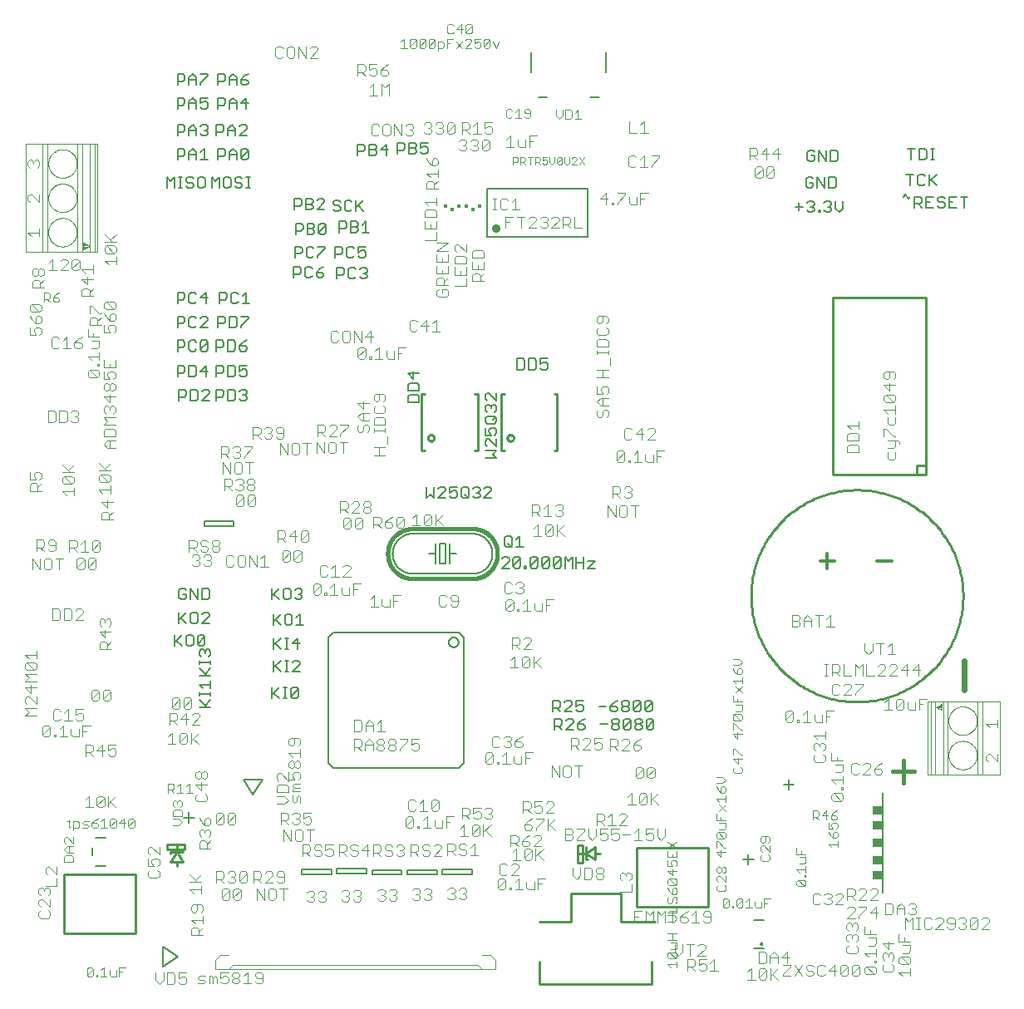
<source format=gto>
G75*
%MOIN*%
%OFA0B0*%
%FSLAX25Y25*%
%IPPOS*%
%LPD*%
%AMOC8*
5,1,8,0,0,1.08239X$1,22.5*
%
%ADD10C,0.01200*%
%ADD11C,0.01800*%
%ADD12C,0.02400*%
%ADD13C,0.00600*%
%ADD14C,0.00800*%
%ADD15C,0.00400*%
%ADD16C,0.01600*%
%ADD17C,0.00500*%
%ADD18C,0.01000*%
%ADD19C,0.00300*%
%ADD20C,0.03482*%
%ADD21R,0.01280X0.01673*%
%ADD22R,0.01378X0.01378*%
%ADD23R,0.04375X0.03750*%
D10*
X0358795Y0180204D02*
X0364667Y0180204D01*
X0361731Y0183140D02*
X0361731Y0177268D01*
X0381595Y0180204D02*
X0387467Y0180204D01*
D11*
X0392299Y0100109D02*
X0392299Y0091302D01*
X0387895Y0095706D02*
X0396703Y0095706D01*
D12*
X0416588Y0128400D02*
X0416588Y0140143D01*
D13*
X0348365Y0090503D02*
X0344095Y0090503D01*
X0346230Y0092638D02*
X0346230Y0088368D01*
X0330030Y0062638D02*
X0330030Y0058368D01*
X0327895Y0060503D02*
X0332165Y0060503D01*
X0332256Y0036198D02*
X0336134Y0036198D01*
X0334948Y0026663D02*
X0334950Y0026702D01*
X0334956Y0026741D01*
X0334966Y0026779D01*
X0334979Y0026816D01*
X0334996Y0026851D01*
X0335016Y0026885D01*
X0335040Y0026916D01*
X0335067Y0026945D01*
X0335096Y0026971D01*
X0335128Y0026994D01*
X0335162Y0027014D01*
X0335198Y0027030D01*
X0335235Y0027042D01*
X0335274Y0027051D01*
X0335313Y0027056D01*
X0335352Y0027057D01*
X0335391Y0027054D01*
X0335430Y0027047D01*
X0335467Y0027036D01*
X0335504Y0027022D01*
X0335539Y0027004D01*
X0335572Y0026983D01*
X0335603Y0026958D01*
X0335631Y0026931D01*
X0335656Y0026901D01*
X0335678Y0026868D01*
X0335697Y0026834D01*
X0335712Y0026798D01*
X0335724Y0026760D01*
X0335732Y0026722D01*
X0335736Y0026683D01*
X0335736Y0026643D01*
X0335732Y0026604D01*
X0335724Y0026566D01*
X0335712Y0026528D01*
X0335697Y0026492D01*
X0335678Y0026458D01*
X0335656Y0026425D01*
X0335631Y0026395D01*
X0335603Y0026368D01*
X0335572Y0026343D01*
X0335539Y0026322D01*
X0335504Y0026304D01*
X0335467Y0026290D01*
X0335430Y0026279D01*
X0335391Y0026272D01*
X0335352Y0026269D01*
X0335313Y0026270D01*
X0335274Y0026275D01*
X0335235Y0026284D01*
X0335198Y0026296D01*
X0335162Y0026312D01*
X0335128Y0026332D01*
X0335096Y0026355D01*
X0335067Y0026381D01*
X0335040Y0026410D01*
X0335016Y0026441D01*
X0334996Y0026475D01*
X0334979Y0026510D01*
X0334966Y0026547D01*
X0334956Y0026585D01*
X0334950Y0026624D01*
X0334948Y0026663D01*
X0336134Y0025002D02*
X0332256Y0025002D01*
X0291328Y0112500D02*
X0289860Y0112500D01*
X0289127Y0113234D01*
X0292062Y0116170D01*
X0292062Y0113234D01*
X0291328Y0112500D01*
X0289127Y0113234D02*
X0289127Y0116170D01*
X0289860Y0116904D01*
X0291328Y0116904D01*
X0292062Y0116170D01*
X0290728Y0119700D02*
X0291462Y0120434D01*
X0291462Y0123370D01*
X0288527Y0120434D01*
X0289260Y0119700D01*
X0290728Y0119700D01*
X0288527Y0120434D02*
X0288527Y0123370D01*
X0289260Y0124104D01*
X0290728Y0124104D01*
X0291462Y0123370D01*
X0286858Y0123370D02*
X0283923Y0120434D01*
X0284657Y0119700D01*
X0286124Y0119700D01*
X0286858Y0120434D01*
X0286858Y0123370D01*
X0286124Y0124104D01*
X0284657Y0124104D01*
X0283923Y0123370D01*
X0283923Y0120434D01*
X0282255Y0120434D02*
X0281521Y0119700D01*
X0280053Y0119700D01*
X0279319Y0120434D01*
X0279319Y0121168D01*
X0280053Y0121902D01*
X0281521Y0121902D01*
X0282255Y0121168D01*
X0282255Y0120434D01*
X0281521Y0121902D02*
X0282255Y0122636D01*
X0282255Y0123370D01*
X0281521Y0124104D01*
X0280053Y0124104D01*
X0279319Y0123370D01*
X0279319Y0122636D01*
X0280053Y0121902D01*
X0277651Y0121168D02*
X0276917Y0121902D01*
X0274715Y0121902D01*
X0274715Y0120434D01*
X0275449Y0119700D01*
X0276917Y0119700D01*
X0277651Y0120434D01*
X0277651Y0121168D01*
X0276183Y0123370D02*
X0274715Y0121902D01*
X0273047Y0121902D02*
X0270111Y0121902D01*
X0276183Y0123370D02*
X0277651Y0124104D01*
X0277517Y0116904D02*
X0278251Y0116170D01*
X0278251Y0115436D01*
X0277517Y0114702D01*
X0276049Y0114702D01*
X0275315Y0115436D01*
X0275315Y0116170D01*
X0276049Y0116904D01*
X0277517Y0116904D01*
X0277517Y0114702D02*
X0278251Y0113968D01*
X0278251Y0113234D01*
X0277517Y0112500D01*
X0276049Y0112500D01*
X0275315Y0113234D01*
X0275315Y0113968D01*
X0276049Y0114702D01*
X0273647Y0114702D02*
X0270711Y0114702D01*
X0264439Y0113968D02*
X0263705Y0114702D01*
X0261503Y0114702D01*
X0261503Y0113234D01*
X0262237Y0112500D01*
X0263705Y0112500D01*
X0264439Y0113234D01*
X0264439Y0113968D01*
X0262971Y0116170D02*
X0261503Y0114702D01*
X0259835Y0115436D02*
X0259835Y0116170D01*
X0259101Y0116904D01*
X0257633Y0116904D01*
X0256899Y0116170D01*
X0255231Y0116170D02*
X0255231Y0114702D01*
X0254497Y0113968D01*
X0252295Y0113968D01*
X0252295Y0112500D02*
X0252295Y0116904D01*
X0254497Y0116904D01*
X0255231Y0116170D01*
X0253763Y0113968D02*
X0255231Y0112500D01*
X0256899Y0112500D02*
X0259835Y0115436D01*
X0259835Y0112500D02*
X0256899Y0112500D01*
X0262971Y0116170D02*
X0264439Y0116904D01*
X0263105Y0119700D02*
X0261637Y0119700D01*
X0260903Y0120434D01*
X0260903Y0121902D02*
X0262371Y0122636D01*
X0263105Y0122636D01*
X0263839Y0121902D01*
X0263839Y0120434D01*
X0263105Y0119700D01*
X0260903Y0121902D02*
X0260903Y0124104D01*
X0263839Y0124104D01*
X0259235Y0123370D02*
X0258501Y0124104D01*
X0257033Y0124104D01*
X0256299Y0123370D01*
X0254631Y0123370D02*
X0254631Y0121902D01*
X0253897Y0121168D01*
X0251695Y0121168D01*
X0251695Y0119700D02*
X0251695Y0124104D01*
X0253897Y0124104D01*
X0254631Y0123370D01*
X0253163Y0121168D02*
X0254631Y0119700D01*
X0256299Y0119700D02*
X0259235Y0122636D01*
X0259235Y0123370D01*
X0259235Y0119700D02*
X0256299Y0119700D01*
X0279919Y0116170D02*
X0279919Y0113234D01*
X0282855Y0116170D01*
X0282855Y0113234D01*
X0282121Y0112500D01*
X0280653Y0112500D01*
X0279919Y0113234D01*
X0279919Y0116170D02*
X0280653Y0116904D01*
X0282121Y0116904D01*
X0282855Y0116170D01*
X0284523Y0116170D02*
X0284523Y0115436D01*
X0285257Y0114702D01*
X0286724Y0114702D01*
X0287458Y0113968D01*
X0287458Y0113234D01*
X0286724Y0112500D01*
X0285257Y0112500D01*
X0284523Y0113234D01*
X0284523Y0113968D01*
X0285257Y0114702D01*
X0286724Y0114702D02*
X0287458Y0115436D01*
X0287458Y0116170D01*
X0286724Y0116904D01*
X0285257Y0116904D01*
X0284523Y0116170D01*
X0219395Y0175150D02*
X0195395Y0175150D01*
X0195200Y0175152D01*
X0195005Y0175159D01*
X0194811Y0175171D01*
X0194617Y0175188D01*
X0194423Y0175209D01*
X0194230Y0175235D01*
X0194038Y0175266D01*
X0193846Y0175301D01*
X0193656Y0175341D01*
X0193466Y0175386D01*
X0193277Y0175435D01*
X0193090Y0175489D01*
X0192904Y0175548D01*
X0192720Y0175610D01*
X0192537Y0175678D01*
X0192356Y0175750D01*
X0192177Y0175826D01*
X0191999Y0175906D01*
X0191824Y0175991D01*
X0191651Y0176080D01*
X0191480Y0176174D01*
X0191311Y0176271D01*
X0191145Y0176373D01*
X0190981Y0176478D01*
X0190820Y0176587D01*
X0190661Y0176701D01*
X0190506Y0176818D01*
X0190353Y0176939D01*
X0190203Y0177064D01*
X0190056Y0177192D01*
X0189913Y0177324D01*
X0189773Y0177459D01*
X0189636Y0177597D01*
X0189502Y0177739D01*
X0189372Y0177884D01*
X0189246Y0178033D01*
X0189123Y0178184D01*
X0189004Y0178338D01*
X0188889Y0178495D01*
X0188777Y0178655D01*
X0188670Y0178817D01*
X0188566Y0178982D01*
X0188467Y0179150D01*
X0188371Y0179320D01*
X0188280Y0179492D01*
X0188193Y0179666D01*
X0188111Y0179843D01*
X0188032Y0180021D01*
X0187958Y0180201D01*
X0187889Y0180383D01*
X0187823Y0180567D01*
X0187763Y0180752D01*
X0187707Y0180939D01*
X0187655Y0181127D01*
X0187608Y0181316D01*
X0187566Y0181506D01*
X0187528Y0181697D01*
X0187495Y0181889D01*
X0187467Y0182082D01*
X0187443Y0182275D01*
X0187424Y0182469D01*
X0187410Y0182663D01*
X0187400Y0182858D01*
X0187396Y0183053D01*
X0187396Y0183247D01*
X0187400Y0183442D01*
X0187410Y0183637D01*
X0187424Y0183831D01*
X0187443Y0184025D01*
X0187467Y0184218D01*
X0187495Y0184411D01*
X0187528Y0184603D01*
X0187566Y0184794D01*
X0187608Y0184984D01*
X0187655Y0185173D01*
X0187707Y0185361D01*
X0187763Y0185548D01*
X0187823Y0185733D01*
X0187889Y0185917D01*
X0187958Y0186099D01*
X0188032Y0186279D01*
X0188111Y0186457D01*
X0188193Y0186634D01*
X0188280Y0186808D01*
X0188371Y0186980D01*
X0188467Y0187150D01*
X0188566Y0187318D01*
X0188670Y0187483D01*
X0188777Y0187645D01*
X0188889Y0187805D01*
X0189004Y0187962D01*
X0189123Y0188116D01*
X0189246Y0188267D01*
X0189372Y0188416D01*
X0189502Y0188561D01*
X0189636Y0188703D01*
X0189773Y0188841D01*
X0189913Y0188976D01*
X0190056Y0189108D01*
X0190203Y0189236D01*
X0190353Y0189361D01*
X0190506Y0189482D01*
X0190661Y0189599D01*
X0190820Y0189713D01*
X0190981Y0189822D01*
X0191145Y0189927D01*
X0191311Y0190029D01*
X0191480Y0190126D01*
X0191651Y0190220D01*
X0191824Y0190309D01*
X0191999Y0190394D01*
X0192177Y0190474D01*
X0192356Y0190550D01*
X0192537Y0190622D01*
X0192720Y0190690D01*
X0192904Y0190752D01*
X0193090Y0190811D01*
X0193277Y0190865D01*
X0193466Y0190914D01*
X0193656Y0190959D01*
X0193846Y0190999D01*
X0194038Y0191034D01*
X0194230Y0191065D01*
X0194423Y0191091D01*
X0194617Y0191112D01*
X0194811Y0191129D01*
X0195005Y0191141D01*
X0195200Y0191148D01*
X0195395Y0191150D01*
X0219395Y0191150D01*
X0219590Y0191148D01*
X0219785Y0191141D01*
X0219979Y0191129D01*
X0220173Y0191112D01*
X0220367Y0191091D01*
X0220560Y0191065D01*
X0220752Y0191034D01*
X0220944Y0190999D01*
X0221134Y0190959D01*
X0221324Y0190914D01*
X0221513Y0190865D01*
X0221700Y0190811D01*
X0221886Y0190752D01*
X0222070Y0190690D01*
X0222253Y0190622D01*
X0222434Y0190550D01*
X0222613Y0190474D01*
X0222791Y0190394D01*
X0222966Y0190309D01*
X0223139Y0190220D01*
X0223310Y0190126D01*
X0223479Y0190029D01*
X0223645Y0189927D01*
X0223809Y0189822D01*
X0223970Y0189713D01*
X0224129Y0189599D01*
X0224284Y0189482D01*
X0224437Y0189361D01*
X0224587Y0189236D01*
X0224734Y0189108D01*
X0224877Y0188976D01*
X0225017Y0188841D01*
X0225154Y0188703D01*
X0225288Y0188561D01*
X0225418Y0188416D01*
X0225544Y0188267D01*
X0225667Y0188116D01*
X0225786Y0187962D01*
X0225901Y0187805D01*
X0226013Y0187645D01*
X0226120Y0187483D01*
X0226224Y0187318D01*
X0226323Y0187150D01*
X0226419Y0186980D01*
X0226510Y0186808D01*
X0226597Y0186634D01*
X0226679Y0186457D01*
X0226758Y0186279D01*
X0226832Y0186099D01*
X0226901Y0185917D01*
X0226967Y0185733D01*
X0227027Y0185548D01*
X0227083Y0185361D01*
X0227135Y0185173D01*
X0227182Y0184984D01*
X0227224Y0184794D01*
X0227262Y0184603D01*
X0227295Y0184411D01*
X0227323Y0184218D01*
X0227347Y0184025D01*
X0227366Y0183831D01*
X0227380Y0183637D01*
X0227390Y0183442D01*
X0227394Y0183247D01*
X0227394Y0183053D01*
X0227390Y0182858D01*
X0227380Y0182663D01*
X0227366Y0182469D01*
X0227347Y0182275D01*
X0227323Y0182082D01*
X0227295Y0181889D01*
X0227262Y0181697D01*
X0227224Y0181506D01*
X0227182Y0181316D01*
X0227135Y0181127D01*
X0227083Y0180939D01*
X0227027Y0180752D01*
X0226967Y0180567D01*
X0226901Y0180383D01*
X0226832Y0180201D01*
X0226758Y0180021D01*
X0226679Y0179843D01*
X0226597Y0179666D01*
X0226510Y0179492D01*
X0226419Y0179320D01*
X0226323Y0179150D01*
X0226224Y0178982D01*
X0226120Y0178817D01*
X0226013Y0178655D01*
X0225901Y0178495D01*
X0225786Y0178338D01*
X0225667Y0178184D01*
X0225544Y0178033D01*
X0225418Y0177884D01*
X0225288Y0177739D01*
X0225154Y0177597D01*
X0225017Y0177459D01*
X0224877Y0177324D01*
X0224734Y0177192D01*
X0224587Y0177064D01*
X0224437Y0176939D01*
X0224284Y0176818D01*
X0224129Y0176701D01*
X0223970Y0176587D01*
X0223809Y0176478D01*
X0223645Y0176373D01*
X0223479Y0176271D01*
X0223310Y0176174D01*
X0223139Y0176080D01*
X0222966Y0175991D01*
X0222791Y0175906D01*
X0222613Y0175826D01*
X0222434Y0175750D01*
X0222253Y0175678D01*
X0222070Y0175610D01*
X0221886Y0175548D01*
X0221700Y0175489D01*
X0221513Y0175435D01*
X0221324Y0175386D01*
X0221134Y0175341D01*
X0220944Y0175301D01*
X0220752Y0175266D01*
X0220560Y0175235D01*
X0220367Y0175209D01*
X0220173Y0175188D01*
X0219979Y0175171D01*
X0219785Y0175159D01*
X0219590Y0175152D01*
X0219395Y0175150D01*
X0210095Y0179150D02*
X0210095Y0183150D01*
X0210095Y0187150D01*
X0208695Y0187150D02*
X0206195Y0187150D01*
X0206195Y0179150D01*
X0208695Y0179150D01*
X0208695Y0187150D01*
X0204695Y0187150D02*
X0204695Y0183150D01*
X0201895Y0183150D01*
X0204695Y0183150D02*
X0204695Y0179150D01*
X0210095Y0183150D02*
X0212895Y0183150D01*
X0151039Y0168370D02*
X0151039Y0167636D01*
X0150305Y0166902D01*
X0151039Y0166168D01*
X0151039Y0165434D01*
X0150305Y0164700D01*
X0148837Y0164700D01*
X0148103Y0165434D01*
X0146435Y0165434D02*
X0146435Y0168370D01*
X0145701Y0169104D01*
X0144233Y0169104D01*
X0143499Y0168370D01*
X0143499Y0165434D01*
X0144233Y0164700D01*
X0145701Y0164700D01*
X0146435Y0165434D01*
X0148103Y0168370D02*
X0148837Y0169104D01*
X0150305Y0169104D01*
X0151039Y0168370D01*
X0150305Y0166902D02*
X0149571Y0166902D01*
X0150171Y0158904D02*
X0150171Y0154500D01*
X0148703Y0154500D02*
X0151639Y0154500D01*
X0148703Y0157436D02*
X0150171Y0158904D01*
X0147035Y0158170D02*
X0146301Y0158904D01*
X0144833Y0158904D01*
X0144099Y0158170D01*
X0144099Y0155234D01*
X0144833Y0154500D01*
X0146301Y0154500D01*
X0147035Y0155234D01*
X0147035Y0158170D01*
X0142431Y0158904D02*
X0139495Y0155968D01*
X0140229Y0156702D02*
X0142431Y0154500D01*
X0139495Y0154500D02*
X0139495Y0158904D01*
X0138895Y0164700D02*
X0138895Y0169104D01*
X0139629Y0166902D02*
X0141831Y0164700D01*
X0138895Y0166168D02*
X0141831Y0169104D01*
X0142431Y0149304D02*
X0139495Y0146368D01*
X0140229Y0147102D02*
X0142431Y0144900D01*
X0144099Y0144900D02*
X0145567Y0144900D01*
X0144833Y0144900D02*
X0144833Y0149304D01*
X0144099Y0149304D02*
X0145567Y0149304D01*
X0147168Y0147102D02*
X0150104Y0147102D01*
X0149370Y0149304D02*
X0147168Y0147102D01*
X0149370Y0144900D02*
X0149370Y0149304D01*
X0149370Y0140304D02*
X0147902Y0140304D01*
X0147168Y0139570D01*
X0145567Y0140304D02*
X0144099Y0140304D01*
X0144833Y0140304D02*
X0144833Y0135900D01*
X0144099Y0135900D02*
X0145567Y0135900D01*
X0147168Y0135900D02*
X0150104Y0138836D01*
X0150104Y0139570D01*
X0149370Y0140304D01*
X0150104Y0135900D02*
X0147168Y0135900D01*
X0142431Y0135900D02*
X0140229Y0138102D01*
X0139495Y0137368D02*
X0142431Y0140304D01*
X0139495Y0140304D02*
X0139495Y0135900D01*
X0138895Y0129504D02*
X0138895Y0125100D01*
X0138895Y0126568D02*
X0141831Y0129504D01*
X0143499Y0129504D02*
X0144967Y0129504D01*
X0144233Y0129504D02*
X0144233Y0125100D01*
X0143499Y0125100D02*
X0144967Y0125100D01*
X0146568Y0125834D02*
X0149504Y0128770D01*
X0149504Y0125834D01*
X0148770Y0125100D01*
X0147302Y0125100D01*
X0146568Y0125834D01*
X0146568Y0128770D01*
X0147302Y0129504D01*
X0148770Y0129504D01*
X0149504Y0128770D01*
X0141831Y0125100D02*
X0139629Y0127302D01*
X0139495Y0144900D02*
X0139495Y0149304D01*
X0114295Y0143975D02*
X0114295Y0142507D01*
X0113561Y0141773D01*
X0114295Y0140172D02*
X0114295Y0138704D01*
X0114295Y0139438D02*
X0109891Y0139438D01*
X0109891Y0138704D02*
X0109891Y0140172D01*
X0110625Y0141773D02*
X0109891Y0142507D01*
X0109891Y0143975D01*
X0110625Y0144709D01*
X0111359Y0144709D01*
X0112093Y0143975D01*
X0112827Y0144709D01*
X0113561Y0144709D01*
X0114295Y0143975D01*
X0112093Y0143975D02*
X0112093Y0143241D01*
X0111305Y0146100D02*
X0109837Y0146100D01*
X0109103Y0146834D01*
X0112039Y0149770D01*
X0112039Y0146834D01*
X0111305Y0146100D01*
X0109103Y0146834D02*
X0109103Y0149770D01*
X0109837Y0150504D01*
X0111305Y0150504D01*
X0112039Y0149770D01*
X0107435Y0149770D02*
X0106701Y0150504D01*
X0105233Y0150504D01*
X0104499Y0149770D01*
X0104499Y0146834D01*
X0105233Y0146100D01*
X0106701Y0146100D01*
X0107435Y0146834D01*
X0107435Y0149770D01*
X0102831Y0150504D02*
X0099895Y0147568D01*
X0100629Y0148302D02*
X0102831Y0146100D01*
X0099895Y0146100D02*
X0099895Y0150504D01*
X0101695Y0155100D02*
X0101695Y0159504D01*
X0102429Y0157302D02*
X0104631Y0155100D01*
X0106299Y0155834D02*
X0107033Y0155100D01*
X0108501Y0155100D01*
X0109235Y0155834D01*
X0109235Y0158770D01*
X0108501Y0159504D01*
X0107033Y0159504D01*
X0106299Y0158770D01*
X0106299Y0155834D01*
X0104631Y0159504D02*
X0101695Y0156568D01*
X0102429Y0164700D02*
X0103897Y0164700D01*
X0104631Y0165434D01*
X0104631Y0166902D01*
X0103163Y0166902D01*
X0101695Y0168370D02*
X0101695Y0165434D01*
X0102429Y0164700D01*
X0101695Y0168370D02*
X0102429Y0169104D01*
X0103897Y0169104D01*
X0104631Y0168370D01*
X0106299Y0169104D02*
X0109235Y0164700D01*
X0109235Y0169104D01*
X0110903Y0169104D02*
X0113105Y0169104D01*
X0113839Y0168370D01*
X0113839Y0165434D01*
X0113105Y0164700D01*
X0110903Y0164700D01*
X0110903Y0169104D01*
X0106299Y0169104D02*
X0106299Y0164700D01*
X0111637Y0159504D02*
X0110903Y0158770D01*
X0111637Y0159504D02*
X0113105Y0159504D01*
X0113839Y0158770D01*
X0113839Y0158036D01*
X0110903Y0155100D01*
X0113839Y0155100D01*
X0114295Y0137036D02*
X0112093Y0134834D01*
X0112827Y0134100D02*
X0109891Y0137036D01*
X0109891Y0134100D02*
X0114295Y0134100D01*
X0114295Y0132109D02*
X0114295Y0129173D01*
X0114295Y0130641D02*
X0109891Y0130641D01*
X0111359Y0129173D01*
X0109891Y0127572D02*
X0109891Y0126104D01*
X0109891Y0126838D02*
X0114295Y0126838D01*
X0114295Y0126104D02*
X0114295Y0127572D01*
X0114295Y0124436D02*
X0112093Y0122234D01*
X0112827Y0121500D02*
X0109891Y0124436D01*
X0109891Y0121500D02*
X0114295Y0121500D01*
X0105630Y0079438D02*
X0105630Y0075168D01*
X0103495Y0077303D02*
X0107765Y0077303D01*
X0072134Y0069198D02*
X0068256Y0069198D01*
X0067006Y0065030D02*
X0067006Y0062170D01*
X0068256Y0058002D02*
X0072134Y0058002D01*
X0150989Y0056431D02*
X0150989Y0054556D01*
X0162864Y0054556D01*
X0162864Y0056431D01*
X0150989Y0056431D01*
X0165020Y0056875D02*
X0165020Y0055000D01*
X0176895Y0055000D01*
X0176895Y0056875D01*
X0165020Y0056875D01*
X0179189Y0056275D02*
X0179189Y0054400D01*
X0191064Y0054400D01*
X0191064Y0056275D01*
X0179189Y0056275D01*
X0193214Y0056275D02*
X0193214Y0054400D01*
X0205089Y0054400D01*
X0205089Y0056275D01*
X0193214Y0056275D01*
X0207239Y0056431D02*
X0207239Y0054556D01*
X0219114Y0054556D01*
X0219114Y0056431D01*
X0207239Y0056431D01*
X0123645Y0194250D02*
X0111770Y0194250D01*
X0111770Y0196125D01*
X0123645Y0196125D01*
X0123645Y0194250D01*
X0123501Y0244500D02*
X0121299Y0244500D01*
X0121299Y0248904D01*
X0123501Y0248904D01*
X0124235Y0248170D01*
X0124235Y0245234D01*
X0123501Y0244500D01*
X0125903Y0245234D02*
X0126637Y0244500D01*
X0128105Y0244500D01*
X0128839Y0245234D01*
X0128839Y0245968D01*
X0128105Y0246702D01*
X0127371Y0246702D01*
X0128105Y0246702D02*
X0128839Y0247436D01*
X0128839Y0248170D01*
X0128105Y0248904D01*
X0126637Y0248904D01*
X0125903Y0248170D01*
X0119631Y0248170D02*
X0119631Y0246702D01*
X0118897Y0245968D01*
X0116695Y0245968D01*
X0116695Y0244500D02*
X0116695Y0248904D01*
X0118897Y0248904D01*
X0119631Y0248170D01*
X0113839Y0248170D02*
X0113105Y0248904D01*
X0111637Y0248904D01*
X0110903Y0248170D01*
X0109235Y0248170D02*
X0108501Y0248904D01*
X0106299Y0248904D01*
X0106299Y0244500D01*
X0108501Y0244500D01*
X0109235Y0245234D01*
X0109235Y0248170D01*
X0110903Y0244500D02*
X0113839Y0247436D01*
X0113839Y0248170D01*
X0113839Y0244500D02*
X0110903Y0244500D01*
X0104631Y0246702D02*
X0103897Y0245968D01*
X0101695Y0245968D01*
X0101695Y0244500D02*
X0101695Y0248904D01*
X0103897Y0248904D01*
X0104631Y0248170D01*
X0104631Y0246702D01*
X0105699Y0254100D02*
X0107901Y0254100D01*
X0108635Y0254834D01*
X0108635Y0257770D01*
X0107901Y0258504D01*
X0105699Y0258504D01*
X0105699Y0254100D01*
X0104031Y0256302D02*
X0104031Y0257770D01*
X0103297Y0258504D01*
X0101095Y0258504D01*
X0101095Y0254100D01*
X0101095Y0255568D02*
X0103297Y0255568D01*
X0104031Y0256302D01*
X0110303Y0256302D02*
X0113239Y0256302D01*
X0112505Y0258504D02*
X0110303Y0256302D01*
X0112505Y0254100D02*
X0112505Y0258504D01*
X0116695Y0258504D02*
X0116695Y0254100D01*
X0116695Y0255568D02*
X0118897Y0255568D01*
X0119631Y0256302D01*
X0119631Y0257770D01*
X0118897Y0258504D01*
X0116695Y0258504D01*
X0121299Y0258504D02*
X0121299Y0254100D01*
X0123501Y0254100D01*
X0124235Y0254834D01*
X0124235Y0257770D01*
X0123501Y0258504D01*
X0121299Y0258504D01*
X0125903Y0258504D02*
X0125903Y0256302D01*
X0127371Y0257036D01*
X0128105Y0257036D01*
X0128839Y0256302D01*
X0128839Y0254834D01*
X0128105Y0254100D01*
X0126637Y0254100D01*
X0125903Y0254834D01*
X0125903Y0258504D02*
X0128839Y0258504D01*
X0128105Y0264300D02*
X0128839Y0265034D01*
X0128839Y0265768D01*
X0128105Y0266502D01*
X0125903Y0266502D01*
X0125903Y0265034D01*
X0126637Y0264300D01*
X0128105Y0264300D01*
X0125903Y0266502D02*
X0127371Y0267970D01*
X0128839Y0268704D01*
X0124235Y0267970D02*
X0124235Y0265034D01*
X0123501Y0264300D01*
X0121299Y0264300D01*
X0121299Y0268704D01*
X0123501Y0268704D01*
X0124235Y0267970D01*
X0119631Y0267970D02*
X0119631Y0266502D01*
X0118897Y0265768D01*
X0116695Y0265768D01*
X0116695Y0264300D02*
X0116695Y0268704D01*
X0118897Y0268704D01*
X0119631Y0267970D01*
X0121899Y0273900D02*
X0124101Y0273900D01*
X0124835Y0274634D01*
X0124835Y0277570D01*
X0124101Y0278304D01*
X0121899Y0278304D01*
X0121899Y0273900D01*
X0120231Y0276102D02*
X0119497Y0275368D01*
X0117295Y0275368D01*
X0117295Y0273900D02*
X0117295Y0278304D01*
X0119497Y0278304D01*
X0120231Y0277570D01*
X0120231Y0276102D01*
X0113239Y0276836D02*
X0113239Y0277570D01*
X0112505Y0278304D01*
X0111037Y0278304D01*
X0110303Y0277570D01*
X0108635Y0277570D02*
X0107901Y0278304D01*
X0106433Y0278304D01*
X0105699Y0277570D01*
X0105699Y0274634D01*
X0106433Y0273900D01*
X0107901Y0273900D01*
X0108635Y0274634D01*
X0110303Y0273900D02*
X0113239Y0276836D01*
X0113239Y0273900D02*
X0110303Y0273900D01*
X0111037Y0268704D02*
X0112505Y0268704D01*
X0113239Y0267970D01*
X0110303Y0265034D01*
X0111037Y0264300D01*
X0112505Y0264300D01*
X0113239Y0265034D01*
X0113239Y0267970D01*
X0111037Y0268704D02*
X0110303Y0267970D01*
X0110303Y0265034D01*
X0108635Y0265034D02*
X0107901Y0264300D01*
X0106433Y0264300D01*
X0105699Y0265034D01*
X0105699Y0267970D01*
X0106433Y0268704D01*
X0107901Y0268704D01*
X0108635Y0267970D01*
X0104031Y0267970D02*
X0104031Y0266502D01*
X0103297Y0265768D01*
X0101095Y0265768D01*
X0101095Y0264300D02*
X0101095Y0268704D01*
X0103297Y0268704D01*
X0104031Y0267970D01*
X0101095Y0273900D02*
X0101095Y0278304D01*
X0103297Y0278304D01*
X0104031Y0277570D01*
X0104031Y0276102D01*
X0103297Y0275368D01*
X0101095Y0275368D01*
X0101095Y0283500D02*
X0101095Y0287904D01*
X0103297Y0287904D01*
X0104031Y0287170D01*
X0104031Y0285702D01*
X0103297Y0284968D01*
X0101095Y0284968D01*
X0105699Y0284234D02*
X0106433Y0283500D01*
X0107901Y0283500D01*
X0108635Y0284234D01*
X0110303Y0285702D02*
X0113239Y0285702D01*
X0112505Y0283500D02*
X0112505Y0287904D01*
X0110303Y0285702D01*
X0108635Y0287170D02*
X0107901Y0287904D01*
X0106433Y0287904D01*
X0105699Y0287170D01*
X0105699Y0284234D01*
X0117895Y0283500D02*
X0117895Y0287904D01*
X0120097Y0287904D01*
X0120831Y0287170D01*
X0120831Y0285702D01*
X0120097Y0284968D01*
X0117895Y0284968D01*
X0122499Y0284234D02*
X0123233Y0283500D01*
X0124701Y0283500D01*
X0125435Y0284234D01*
X0127103Y0283500D02*
X0130039Y0283500D01*
X0128571Y0283500D02*
X0128571Y0287904D01*
X0127103Y0286436D01*
X0125435Y0287170D02*
X0124701Y0287904D01*
X0123233Y0287904D01*
X0122499Y0287170D01*
X0122499Y0284234D01*
X0126503Y0278304D02*
X0129439Y0278304D01*
X0129439Y0277570D01*
X0126503Y0274634D01*
X0126503Y0273900D01*
X0147595Y0293700D02*
X0147595Y0298104D01*
X0149797Y0298104D01*
X0150531Y0297370D01*
X0150531Y0295902D01*
X0149797Y0295168D01*
X0147595Y0295168D01*
X0152199Y0294434D02*
X0152933Y0293700D01*
X0154401Y0293700D01*
X0155135Y0294434D01*
X0156803Y0294434D02*
X0157537Y0293700D01*
X0159005Y0293700D01*
X0159739Y0294434D01*
X0159739Y0295168D01*
X0159005Y0295902D01*
X0156803Y0295902D01*
X0156803Y0294434D01*
X0156803Y0295902D02*
X0158271Y0297370D01*
X0159739Y0298104D01*
X0157391Y0301900D02*
X0157391Y0302634D01*
X0160327Y0305570D01*
X0160327Y0306304D01*
X0157391Y0306304D01*
X0155723Y0305570D02*
X0154989Y0306304D01*
X0153521Y0306304D01*
X0152787Y0305570D01*
X0152787Y0302634D01*
X0153521Y0301900D01*
X0154989Y0301900D01*
X0155723Y0302634D01*
X0154401Y0298104D02*
X0152933Y0298104D01*
X0152199Y0297370D01*
X0152199Y0294434D01*
X0155135Y0297370D02*
X0154401Y0298104D01*
X0150385Y0303368D02*
X0148183Y0303368D01*
X0148183Y0301900D02*
X0148183Y0306304D01*
X0150385Y0306304D01*
X0151119Y0305570D01*
X0151119Y0304102D01*
X0150385Y0303368D01*
X0148483Y0311200D02*
X0148483Y0315604D01*
X0150685Y0315604D01*
X0151419Y0314870D01*
X0151419Y0313402D01*
X0150685Y0312668D01*
X0148483Y0312668D01*
X0153087Y0313402D02*
X0155289Y0313402D01*
X0156023Y0312668D01*
X0156023Y0311934D01*
X0155289Y0311200D01*
X0153087Y0311200D01*
X0153087Y0315604D01*
X0155289Y0315604D01*
X0156023Y0314870D01*
X0156023Y0314136D01*
X0155289Y0313402D01*
X0157691Y0314870D02*
X0158425Y0315604D01*
X0159893Y0315604D01*
X0160627Y0314870D01*
X0157691Y0311934D01*
X0158425Y0311200D01*
X0159893Y0311200D01*
X0160627Y0311934D01*
X0160627Y0314870D01*
X0157691Y0314870D02*
X0157691Y0311934D01*
X0164395Y0306204D02*
X0166597Y0306204D01*
X0167331Y0305470D01*
X0167331Y0304002D01*
X0166597Y0303268D01*
X0164395Y0303268D01*
X0164395Y0301800D02*
X0164395Y0306204D01*
X0168999Y0305470D02*
X0168999Y0302534D01*
X0169733Y0301800D01*
X0171201Y0301800D01*
X0171935Y0302534D01*
X0173603Y0302534D02*
X0174337Y0301800D01*
X0175805Y0301800D01*
X0176539Y0302534D01*
X0176539Y0304002D01*
X0175805Y0304736D01*
X0175071Y0304736D01*
X0173603Y0304002D01*
X0173603Y0306204D01*
X0176539Y0306204D01*
X0171935Y0305470D02*
X0171201Y0306204D01*
X0169733Y0306204D01*
X0168999Y0305470D01*
X0170499Y0312000D02*
X0172701Y0312000D01*
X0173435Y0312734D01*
X0173435Y0313468D01*
X0172701Y0314202D01*
X0170499Y0314202D01*
X0168831Y0314202D02*
X0168097Y0313468D01*
X0165895Y0313468D01*
X0165895Y0312000D02*
X0165895Y0316404D01*
X0168097Y0316404D01*
X0168831Y0315670D01*
X0168831Y0314202D01*
X0170499Y0312000D02*
X0170499Y0316404D01*
X0172701Y0316404D01*
X0173435Y0315670D01*
X0173435Y0314936D01*
X0172701Y0314202D01*
X0175103Y0314936D02*
X0176571Y0316404D01*
X0176571Y0312000D01*
X0175103Y0312000D02*
X0178039Y0312000D01*
X0175627Y0320500D02*
X0173425Y0322702D01*
X0172691Y0321968D02*
X0175627Y0324904D01*
X0172691Y0324904D02*
X0172691Y0320500D01*
X0171023Y0321234D02*
X0170289Y0320500D01*
X0168821Y0320500D01*
X0168087Y0321234D01*
X0168087Y0324170D01*
X0168821Y0324904D01*
X0170289Y0324904D01*
X0171023Y0324170D01*
X0166419Y0324170D02*
X0165685Y0324904D01*
X0164217Y0324904D01*
X0163483Y0324170D01*
X0163483Y0323436D01*
X0164217Y0322702D01*
X0165685Y0322702D01*
X0166419Y0321968D01*
X0166419Y0321234D01*
X0165685Y0320500D01*
X0164217Y0320500D01*
X0163483Y0321234D01*
X0160027Y0321100D02*
X0157091Y0321100D01*
X0160027Y0324036D01*
X0160027Y0324770D01*
X0159293Y0325504D01*
X0157825Y0325504D01*
X0157091Y0324770D01*
X0155423Y0324770D02*
X0155423Y0324036D01*
X0154689Y0323302D01*
X0152487Y0323302D01*
X0150819Y0323302D02*
X0150085Y0322568D01*
X0147883Y0322568D01*
X0147883Y0321100D02*
X0147883Y0325504D01*
X0150085Y0325504D01*
X0150819Y0324770D01*
X0150819Y0323302D01*
X0152487Y0321100D02*
X0152487Y0325504D01*
X0154689Y0325504D01*
X0155423Y0324770D01*
X0154689Y0323302D02*
X0155423Y0322568D01*
X0155423Y0321834D01*
X0154689Y0321100D01*
X0152487Y0321100D01*
X0164995Y0297804D02*
X0167197Y0297804D01*
X0167931Y0297070D01*
X0167931Y0295602D01*
X0167197Y0294868D01*
X0164995Y0294868D01*
X0164995Y0293400D02*
X0164995Y0297804D01*
X0169599Y0297070D02*
X0169599Y0294134D01*
X0170333Y0293400D01*
X0171801Y0293400D01*
X0172535Y0294134D01*
X0174203Y0294134D02*
X0174937Y0293400D01*
X0176405Y0293400D01*
X0177139Y0294134D01*
X0177139Y0294868D01*
X0176405Y0295602D01*
X0175671Y0295602D01*
X0176405Y0295602D02*
X0177139Y0296336D01*
X0177139Y0297070D01*
X0176405Y0297804D01*
X0174937Y0297804D01*
X0174203Y0297070D01*
X0172535Y0297070D02*
X0171801Y0297804D01*
X0170333Y0297804D01*
X0169599Y0297070D01*
X0173395Y0342900D02*
X0173395Y0347304D01*
X0175597Y0347304D01*
X0176331Y0346570D01*
X0176331Y0345102D01*
X0175597Y0344368D01*
X0173395Y0344368D01*
X0177999Y0345102D02*
X0180201Y0345102D01*
X0180935Y0344368D01*
X0180935Y0343634D01*
X0180201Y0342900D01*
X0177999Y0342900D01*
X0177999Y0347304D01*
X0180201Y0347304D01*
X0180935Y0346570D01*
X0180935Y0345836D01*
X0180201Y0345102D01*
X0182603Y0345102D02*
X0185539Y0345102D01*
X0184805Y0347304D02*
X0182603Y0345102D01*
X0184805Y0342900D02*
X0184805Y0347304D01*
X0189295Y0347904D02*
X0189295Y0343500D01*
X0189295Y0344968D02*
X0191497Y0344968D01*
X0192231Y0345702D01*
X0192231Y0347170D01*
X0191497Y0347904D01*
X0189295Y0347904D01*
X0193899Y0347904D02*
X0193899Y0343500D01*
X0196101Y0343500D01*
X0196835Y0344234D01*
X0196835Y0344968D01*
X0196101Y0345702D01*
X0193899Y0345702D01*
X0193899Y0347904D02*
X0196101Y0347904D01*
X0196835Y0347170D01*
X0196835Y0346436D01*
X0196101Y0345702D01*
X0198503Y0345702D02*
X0199971Y0346436D01*
X0200705Y0346436D01*
X0201439Y0345702D01*
X0201439Y0344234D01*
X0200705Y0343500D01*
X0199237Y0343500D01*
X0198503Y0344234D01*
X0198503Y0345702D02*
X0198503Y0347904D01*
X0201439Y0347904D01*
X0129439Y0344770D02*
X0126503Y0341834D01*
X0127237Y0341100D01*
X0128705Y0341100D01*
X0129439Y0341834D01*
X0129439Y0344770D01*
X0128705Y0345504D01*
X0127237Y0345504D01*
X0126503Y0344770D01*
X0126503Y0341834D01*
X0124835Y0341100D02*
X0124835Y0344036D01*
X0123367Y0345504D01*
X0121899Y0344036D01*
X0121899Y0341100D01*
X0121899Y0343302D02*
X0124835Y0343302D01*
X0120231Y0343302D02*
X0120231Y0344770D01*
X0119497Y0345504D01*
X0117295Y0345504D01*
X0117295Y0341100D01*
X0117295Y0342568D02*
X0119497Y0342568D01*
X0120231Y0343302D01*
X0113239Y0341100D02*
X0110303Y0341100D01*
X0111771Y0341100D02*
X0111771Y0345504D01*
X0110303Y0344036D01*
X0108635Y0344036D02*
X0108635Y0341100D01*
X0108635Y0343302D02*
X0105699Y0343302D01*
X0105699Y0344036D02*
X0105699Y0341100D01*
X0104031Y0343302D02*
X0104031Y0344770D01*
X0103297Y0345504D01*
X0101095Y0345504D01*
X0101095Y0341100D01*
X0101095Y0342568D02*
X0103297Y0342568D01*
X0104031Y0343302D01*
X0105699Y0344036D02*
X0107167Y0345504D01*
X0108635Y0344036D01*
X0108635Y0350700D02*
X0108635Y0353636D01*
X0107167Y0355104D01*
X0105699Y0353636D01*
X0105699Y0350700D01*
X0105699Y0352902D02*
X0108635Y0352902D01*
X0110303Y0354370D02*
X0111037Y0355104D01*
X0112505Y0355104D01*
X0113239Y0354370D01*
X0113239Y0353636D01*
X0112505Y0352902D01*
X0113239Y0352168D01*
X0113239Y0351434D01*
X0112505Y0350700D01*
X0111037Y0350700D01*
X0110303Y0351434D01*
X0111771Y0352902D02*
X0112505Y0352902D01*
X0116695Y0352168D02*
X0118897Y0352168D01*
X0119631Y0352902D01*
X0119631Y0354370D01*
X0118897Y0355104D01*
X0116695Y0355104D01*
X0116695Y0350700D01*
X0121299Y0350700D02*
X0121299Y0353636D01*
X0122767Y0355104D01*
X0124235Y0353636D01*
X0124235Y0350700D01*
X0125903Y0350700D02*
X0128839Y0353636D01*
X0128839Y0354370D01*
X0128105Y0355104D01*
X0126637Y0355104D01*
X0125903Y0354370D01*
X0124235Y0352902D02*
X0121299Y0352902D01*
X0125903Y0350700D02*
X0128839Y0350700D01*
X0128705Y0361500D02*
X0128705Y0365904D01*
X0126503Y0363702D01*
X0129439Y0363702D01*
X0124835Y0363702D02*
X0121899Y0363702D01*
X0121899Y0364436D02*
X0123367Y0365904D01*
X0124835Y0364436D01*
X0124835Y0361500D01*
X0121899Y0361500D02*
X0121899Y0364436D01*
X0120231Y0365170D02*
X0120231Y0363702D01*
X0119497Y0362968D01*
X0117295Y0362968D01*
X0117295Y0361500D02*
X0117295Y0365904D01*
X0119497Y0365904D01*
X0120231Y0365170D01*
X0121899Y0371100D02*
X0121899Y0374036D01*
X0123367Y0375504D01*
X0124835Y0374036D01*
X0124835Y0371100D01*
X0126503Y0371834D02*
X0127237Y0371100D01*
X0128705Y0371100D01*
X0129439Y0371834D01*
X0129439Y0372568D01*
X0128705Y0373302D01*
X0126503Y0373302D01*
X0126503Y0371834D01*
X0126503Y0373302D02*
X0127971Y0374770D01*
X0129439Y0375504D01*
X0124835Y0373302D02*
X0121899Y0373302D01*
X0120231Y0373302D02*
X0120231Y0374770D01*
X0119497Y0375504D01*
X0117295Y0375504D01*
X0117295Y0371100D01*
X0117295Y0372568D02*
X0119497Y0372568D01*
X0120231Y0373302D01*
X0113239Y0374770D02*
X0110303Y0371834D01*
X0110303Y0371100D01*
X0108635Y0371100D02*
X0108635Y0374036D01*
X0107167Y0375504D01*
X0105699Y0374036D01*
X0105699Y0371100D01*
X0105699Y0373302D02*
X0108635Y0373302D01*
X0110303Y0375504D02*
X0113239Y0375504D01*
X0113239Y0374770D01*
X0113239Y0365904D02*
X0110303Y0365904D01*
X0110303Y0363702D01*
X0111771Y0364436D01*
X0112505Y0364436D01*
X0113239Y0363702D01*
X0113239Y0362234D01*
X0112505Y0361500D01*
X0111037Y0361500D01*
X0110303Y0362234D01*
X0108635Y0361500D02*
X0108635Y0364436D01*
X0107167Y0365904D01*
X0105699Y0364436D01*
X0105699Y0361500D01*
X0105699Y0363702D02*
X0108635Y0363702D01*
X0104031Y0363702D02*
X0103297Y0362968D01*
X0101095Y0362968D01*
X0101095Y0361500D02*
X0101095Y0365904D01*
X0103297Y0365904D01*
X0104031Y0365170D01*
X0104031Y0363702D01*
X0101095Y0371100D02*
X0101095Y0375504D01*
X0103297Y0375504D01*
X0104031Y0374770D01*
X0104031Y0373302D01*
X0103297Y0372568D01*
X0101095Y0372568D01*
X0101095Y0355104D02*
X0103297Y0355104D01*
X0104031Y0354370D01*
X0104031Y0352902D01*
X0103297Y0352168D01*
X0101095Y0352168D01*
X0101095Y0350700D02*
X0101095Y0355104D01*
X0101499Y0334104D02*
X0102967Y0334104D01*
X0102233Y0334104D02*
X0102233Y0329700D01*
X0101499Y0329700D02*
X0102967Y0329700D01*
X0104568Y0330434D02*
X0105302Y0329700D01*
X0106770Y0329700D01*
X0107504Y0330434D01*
X0107504Y0331168D01*
X0106770Y0331902D01*
X0105302Y0331902D01*
X0104568Y0332636D01*
X0104568Y0333370D01*
X0105302Y0334104D01*
X0106770Y0334104D01*
X0107504Y0333370D01*
X0109172Y0333370D02*
X0109172Y0330434D01*
X0109906Y0329700D01*
X0111374Y0329700D01*
X0112108Y0330434D01*
X0112108Y0333370D01*
X0111374Y0334104D01*
X0109906Y0334104D01*
X0109172Y0333370D01*
X0114895Y0334104D02*
X0114895Y0329700D01*
X0117831Y0329700D02*
X0117831Y0334104D01*
X0116363Y0332636D01*
X0114895Y0334104D01*
X0119499Y0333370D02*
X0119499Y0330434D01*
X0120233Y0329700D01*
X0121701Y0329700D01*
X0122435Y0330434D01*
X0122435Y0333370D01*
X0121701Y0334104D01*
X0120233Y0334104D01*
X0119499Y0333370D01*
X0124103Y0333370D02*
X0124103Y0332636D01*
X0124837Y0331902D01*
X0126305Y0331902D01*
X0127039Y0331168D01*
X0127039Y0330434D01*
X0126305Y0329700D01*
X0124837Y0329700D01*
X0124103Y0330434D01*
X0124103Y0333370D02*
X0124837Y0334104D01*
X0126305Y0334104D01*
X0127039Y0333370D01*
X0128707Y0334104D02*
X0130175Y0334104D01*
X0129441Y0334104D02*
X0129441Y0329700D01*
X0128707Y0329700D02*
X0130175Y0329700D01*
X0099831Y0329700D02*
X0099831Y0334104D01*
X0098363Y0332636D01*
X0096895Y0334104D01*
X0096895Y0329700D01*
X0348895Y0322302D02*
X0351831Y0322302D01*
X0350363Y0323770D02*
X0350363Y0320834D01*
X0353499Y0320834D02*
X0354233Y0320100D01*
X0355701Y0320100D01*
X0356435Y0320834D01*
X0356435Y0321568D01*
X0355701Y0322302D01*
X0354967Y0322302D01*
X0355701Y0322302D02*
X0356435Y0323036D01*
X0356435Y0323770D01*
X0355701Y0324504D01*
X0354233Y0324504D01*
X0353499Y0323770D01*
X0358103Y0320834D02*
X0358837Y0320834D01*
X0358837Y0320100D01*
X0358103Y0320100D01*
X0358103Y0320834D01*
X0360405Y0320834D02*
X0361139Y0320100D01*
X0362607Y0320100D01*
X0363341Y0320834D01*
X0363341Y0321568D01*
X0362607Y0322302D01*
X0361873Y0322302D01*
X0362607Y0322302D02*
X0363341Y0323036D01*
X0363341Y0323770D01*
X0362607Y0324504D01*
X0361139Y0324504D01*
X0360405Y0323770D01*
X0360635Y0329700D02*
X0360635Y0334104D01*
X0362303Y0334104D02*
X0364505Y0334104D01*
X0365239Y0333370D01*
X0365239Y0330434D01*
X0364505Y0329700D01*
X0362303Y0329700D01*
X0362303Y0334104D01*
X0357699Y0334104D02*
X0357699Y0329700D01*
X0356031Y0330434D02*
X0356031Y0331902D01*
X0354563Y0331902D01*
X0353095Y0333370D02*
X0353095Y0330434D01*
X0353829Y0329700D01*
X0355297Y0329700D01*
X0356031Y0330434D01*
X0356031Y0333370D02*
X0355297Y0334104D01*
X0353829Y0334104D01*
X0353095Y0333370D01*
X0357699Y0334104D02*
X0360635Y0329700D01*
X0365009Y0324504D02*
X0365009Y0321568D01*
X0366477Y0320100D01*
X0367945Y0321568D01*
X0367945Y0324504D01*
X0365105Y0340500D02*
X0362903Y0340500D01*
X0362903Y0344904D01*
X0365105Y0344904D01*
X0365839Y0344170D01*
X0365839Y0341234D01*
X0365105Y0340500D01*
X0361235Y0340500D02*
X0361235Y0344904D01*
X0358299Y0344904D02*
X0358299Y0340500D01*
X0356631Y0341234D02*
X0356631Y0342702D01*
X0355163Y0342702D01*
X0353695Y0344170D02*
X0353695Y0341234D01*
X0354429Y0340500D01*
X0355897Y0340500D01*
X0356631Y0341234D01*
X0356631Y0344170D02*
X0355897Y0344904D01*
X0354429Y0344904D01*
X0353695Y0344170D01*
X0358299Y0344904D02*
X0361235Y0340500D01*
X0393295Y0335304D02*
X0396231Y0335304D01*
X0394763Y0335304D02*
X0394763Y0330900D01*
X0397899Y0331634D02*
X0398633Y0330900D01*
X0400101Y0330900D01*
X0400835Y0331634D01*
X0402503Y0332368D02*
X0405439Y0335304D01*
X0402503Y0335304D02*
X0402503Y0330900D01*
X0403237Y0333102D02*
X0405439Y0330900D01*
X0400835Y0334570D02*
X0400101Y0335304D01*
X0398633Y0335304D01*
X0397899Y0334570D01*
X0397899Y0331634D01*
X0392829Y0327038D02*
X0394297Y0325570D01*
X0395031Y0326304D01*
X0396699Y0326304D02*
X0396699Y0321900D01*
X0396699Y0323368D02*
X0398901Y0323368D01*
X0399635Y0324102D01*
X0399635Y0325570D01*
X0398901Y0326304D01*
X0396699Y0326304D01*
X0398167Y0323368D02*
X0399635Y0321900D01*
X0401303Y0321900D02*
X0404239Y0321900D01*
X0405907Y0322634D02*
X0406641Y0321900D01*
X0408109Y0321900D01*
X0408843Y0322634D01*
X0408843Y0323368D01*
X0408109Y0324102D01*
X0406641Y0324102D01*
X0405907Y0324836D01*
X0405907Y0325570D01*
X0406641Y0326304D01*
X0408109Y0326304D01*
X0408843Y0325570D01*
X0410511Y0326304D02*
X0410511Y0321900D01*
X0413447Y0321900D01*
X0411979Y0324102D02*
X0410511Y0324102D01*
X0410511Y0326304D02*
X0413447Y0326304D01*
X0415115Y0326304D02*
X0418051Y0326304D01*
X0416583Y0326304D02*
X0416583Y0321900D01*
X0404239Y0326304D02*
X0401303Y0326304D01*
X0401303Y0321900D01*
X0401303Y0324102D02*
X0402771Y0324102D01*
X0392829Y0327038D02*
X0392095Y0326304D01*
X0395363Y0341100D02*
X0395363Y0345504D01*
X0393895Y0345504D02*
X0396831Y0345504D01*
X0398499Y0345504D02*
X0400701Y0345504D01*
X0401435Y0344770D01*
X0401435Y0341834D01*
X0400701Y0341100D01*
X0398499Y0341100D01*
X0398499Y0345504D01*
X0403103Y0345504D02*
X0404571Y0345504D01*
X0403837Y0345504D02*
X0403837Y0341100D01*
X0403103Y0341100D02*
X0404571Y0341100D01*
D14*
X0272956Y0376050D02*
X0272956Y0384318D01*
X0270200Y0366208D02*
X0266657Y0366208D01*
X0249334Y0366208D02*
X0245790Y0366208D01*
X0243035Y0376050D02*
X0243035Y0384318D01*
X0225316Y0329411D02*
X0225316Y0310189D01*
X0265474Y0310189D01*
X0265474Y0329411D01*
X0225316Y0329411D01*
X0213842Y0151565D02*
X0163448Y0151565D01*
X0161480Y0149597D01*
X0161480Y0099203D01*
X0163448Y0097235D01*
X0213842Y0097235D01*
X0215810Y0099203D01*
X0215810Y0149597D01*
X0213842Y0151565D01*
X0209904Y0147628D02*
X0209906Y0147716D01*
X0209912Y0147804D01*
X0209922Y0147892D01*
X0209936Y0147980D01*
X0209953Y0148066D01*
X0209975Y0148152D01*
X0210000Y0148236D01*
X0210030Y0148320D01*
X0210062Y0148402D01*
X0210099Y0148482D01*
X0210139Y0148561D01*
X0210183Y0148638D01*
X0210230Y0148713D01*
X0210280Y0148785D01*
X0210334Y0148856D01*
X0210390Y0148923D01*
X0210450Y0148989D01*
X0210512Y0149051D01*
X0210578Y0149111D01*
X0210645Y0149167D01*
X0210716Y0149221D01*
X0210788Y0149271D01*
X0210863Y0149318D01*
X0210940Y0149362D01*
X0211019Y0149402D01*
X0211099Y0149439D01*
X0211181Y0149471D01*
X0211265Y0149501D01*
X0211349Y0149526D01*
X0211435Y0149548D01*
X0211521Y0149565D01*
X0211609Y0149579D01*
X0211697Y0149589D01*
X0211785Y0149595D01*
X0211873Y0149597D01*
X0211961Y0149595D01*
X0212049Y0149589D01*
X0212137Y0149579D01*
X0212225Y0149565D01*
X0212311Y0149548D01*
X0212397Y0149526D01*
X0212481Y0149501D01*
X0212565Y0149471D01*
X0212647Y0149439D01*
X0212727Y0149402D01*
X0212806Y0149362D01*
X0212883Y0149318D01*
X0212958Y0149271D01*
X0213030Y0149221D01*
X0213101Y0149167D01*
X0213168Y0149111D01*
X0213234Y0149051D01*
X0213296Y0148989D01*
X0213356Y0148923D01*
X0213412Y0148856D01*
X0213466Y0148785D01*
X0213516Y0148713D01*
X0213563Y0148638D01*
X0213607Y0148561D01*
X0213647Y0148482D01*
X0213684Y0148402D01*
X0213716Y0148320D01*
X0213746Y0148236D01*
X0213771Y0148152D01*
X0213793Y0148066D01*
X0213810Y0147980D01*
X0213824Y0147892D01*
X0213834Y0147804D01*
X0213840Y0147716D01*
X0213842Y0147628D01*
X0213840Y0147540D01*
X0213834Y0147452D01*
X0213824Y0147364D01*
X0213810Y0147276D01*
X0213793Y0147190D01*
X0213771Y0147104D01*
X0213746Y0147020D01*
X0213716Y0146936D01*
X0213684Y0146854D01*
X0213647Y0146774D01*
X0213607Y0146695D01*
X0213563Y0146618D01*
X0213516Y0146543D01*
X0213466Y0146471D01*
X0213412Y0146400D01*
X0213356Y0146333D01*
X0213296Y0146267D01*
X0213234Y0146205D01*
X0213168Y0146145D01*
X0213101Y0146089D01*
X0213030Y0146035D01*
X0212958Y0145985D01*
X0212883Y0145938D01*
X0212806Y0145894D01*
X0212727Y0145854D01*
X0212647Y0145817D01*
X0212565Y0145785D01*
X0212481Y0145755D01*
X0212397Y0145730D01*
X0212311Y0145708D01*
X0212225Y0145691D01*
X0212137Y0145677D01*
X0212049Y0145667D01*
X0211961Y0145661D01*
X0211873Y0145659D01*
X0211785Y0145661D01*
X0211697Y0145667D01*
X0211609Y0145677D01*
X0211521Y0145691D01*
X0211435Y0145708D01*
X0211349Y0145730D01*
X0211265Y0145755D01*
X0211181Y0145785D01*
X0211099Y0145817D01*
X0211019Y0145854D01*
X0210940Y0145894D01*
X0210863Y0145938D01*
X0210788Y0145985D01*
X0210716Y0146035D01*
X0210645Y0146089D01*
X0210578Y0146145D01*
X0210512Y0146205D01*
X0210450Y0146267D01*
X0210390Y0146333D01*
X0210334Y0146400D01*
X0210280Y0146471D01*
X0210230Y0146543D01*
X0210183Y0146618D01*
X0210139Y0146695D01*
X0210099Y0146774D01*
X0210062Y0146854D01*
X0210030Y0146936D01*
X0210000Y0147020D01*
X0209975Y0147104D01*
X0209953Y0147190D01*
X0209936Y0147276D01*
X0209922Y0147364D01*
X0209912Y0147452D01*
X0209906Y0147540D01*
X0209904Y0147628D01*
X0135332Y0092569D02*
X0127458Y0092569D01*
X0131395Y0086663D01*
X0135332Y0092569D01*
X0095227Y0025537D02*
X0095227Y0017663D01*
X0101132Y0021600D01*
X0095227Y0025537D01*
X0384007Y0047145D02*
X0384007Y0087255D01*
D15*
X0046159Y0036988D02*
X0045391Y0037756D01*
X0045391Y0039290D01*
X0046159Y0040057D01*
X0046159Y0041592D02*
X0045391Y0042359D01*
X0045391Y0043894D01*
X0046159Y0044661D01*
X0046926Y0044661D01*
X0049995Y0041592D01*
X0049995Y0044661D01*
X0049228Y0046196D02*
X0049995Y0046963D01*
X0049995Y0048498D01*
X0049228Y0049265D01*
X0048461Y0049265D01*
X0047693Y0048498D01*
X0047693Y0047731D01*
X0047693Y0048498D02*
X0046926Y0049265D01*
X0046159Y0049265D01*
X0045391Y0048498D01*
X0045391Y0046963D01*
X0046159Y0046196D01*
X0048091Y0049850D02*
X0052695Y0049850D01*
X0052695Y0052919D01*
X0052695Y0054454D02*
X0049626Y0057523D01*
X0048859Y0057523D01*
X0048091Y0056756D01*
X0048091Y0055221D01*
X0048859Y0054454D01*
X0052695Y0054454D02*
X0052695Y0057523D01*
X0049228Y0040057D02*
X0049995Y0039290D01*
X0049995Y0037756D01*
X0049228Y0036988D01*
X0046159Y0036988D01*
X0089191Y0053956D02*
X0089959Y0053188D01*
X0093028Y0053188D01*
X0093795Y0053956D01*
X0093795Y0055490D01*
X0093028Y0056257D01*
X0093028Y0057792D02*
X0093795Y0058559D01*
X0093795Y0060094D01*
X0093028Y0060861D01*
X0091493Y0060861D01*
X0090726Y0060094D01*
X0090726Y0059327D01*
X0091493Y0057792D01*
X0089191Y0057792D01*
X0089191Y0060861D01*
X0089959Y0062396D02*
X0089191Y0063163D01*
X0089191Y0064698D01*
X0089959Y0065465D01*
X0090726Y0065465D01*
X0093795Y0062396D01*
X0093795Y0065465D01*
X0089959Y0056257D02*
X0089191Y0055490D01*
X0089191Y0053956D01*
X0105991Y0054573D02*
X0109061Y0051504D01*
X0108293Y0052271D02*
X0110595Y0054573D01*
X0110595Y0051504D02*
X0105991Y0051504D01*
X0105991Y0048435D02*
X0110595Y0048435D01*
X0110595Y0049969D02*
X0110595Y0046900D01*
X0107526Y0046900D02*
X0105991Y0048435D01*
X0107359Y0042377D02*
X0106591Y0041610D01*
X0106591Y0040075D01*
X0107359Y0039308D01*
X0108126Y0039308D01*
X0108893Y0040075D01*
X0108893Y0042377D01*
X0107359Y0042377D02*
X0110428Y0042377D01*
X0111195Y0041610D01*
X0111195Y0040075D01*
X0110428Y0039308D01*
X0111195Y0037773D02*
X0111195Y0034704D01*
X0111195Y0036239D02*
X0106591Y0036239D01*
X0108126Y0034704D01*
X0107359Y0033169D02*
X0108893Y0033169D01*
X0109661Y0032402D01*
X0109661Y0030100D01*
X0111195Y0030100D02*
X0106591Y0030100D01*
X0106591Y0032402D01*
X0107359Y0033169D01*
X0109661Y0031635D02*
X0111195Y0033169D01*
X0118301Y0022067D02*
X0116332Y0020099D01*
X0116332Y0016752D01*
X0116332Y0016556D02*
X0121647Y0016556D01*
X0223143Y0016556D01*
X0221568Y0018130D01*
X0123222Y0018130D01*
X0121647Y0016556D01*
X0121449Y0015304D02*
X0118379Y0015304D01*
X0118379Y0013002D01*
X0119914Y0013769D01*
X0120681Y0013769D01*
X0121449Y0013002D01*
X0121449Y0011467D01*
X0120681Y0010700D01*
X0119147Y0010700D01*
X0118379Y0011467D01*
X0116845Y0010700D02*
X0116845Y0013002D01*
X0116077Y0013769D01*
X0115310Y0013002D01*
X0115310Y0010700D01*
X0113775Y0010700D02*
X0113775Y0013769D01*
X0114543Y0013769D01*
X0115310Y0013002D01*
X0112241Y0013769D02*
X0109939Y0013769D01*
X0109172Y0013002D01*
X0109939Y0012235D01*
X0111473Y0012235D01*
X0112241Y0011467D01*
X0111473Y0010700D01*
X0109172Y0010700D01*
X0104660Y0011267D02*
X0103893Y0010500D01*
X0102359Y0010500D01*
X0101591Y0011267D01*
X0100057Y0011267D02*
X0100057Y0014337D01*
X0099289Y0015104D01*
X0096987Y0015104D01*
X0096987Y0010500D01*
X0099289Y0010500D01*
X0100057Y0011267D01*
X0101591Y0012802D02*
X0103126Y0013569D01*
X0103893Y0013569D01*
X0104660Y0012802D01*
X0104660Y0011267D01*
X0101591Y0012802D02*
X0101591Y0015104D01*
X0104660Y0015104D01*
X0095453Y0015104D02*
X0095453Y0012035D01*
X0093918Y0010500D01*
X0092383Y0012035D01*
X0092383Y0015104D01*
X0118301Y0022067D02*
X0121647Y0022067D01*
X0123751Y0015304D02*
X0125285Y0015304D01*
X0126053Y0014537D01*
X0126053Y0013769D01*
X0125285Y0013002D01*
X0123751Y0013002D01*
X0122983Y0013769D01*
X0122983Y0014537D01*
X0123751Y0015304D01*
X0123751Y0013002D02*
X0122983Y0012235D01*
X0122983Y0011467D01*
X0123751Y0010700D01*
X0125285Y0010700D01*
X0126053Y0011467D01*
X0126053Y0012235D01*
X0125285Y0013002D01*
X0127587Y0013769D02*
X0129122Y0015304D01*
X0129122Y0010700D01*
X0127587Y0010700D02*
X0130657Y0010700D01*
X0132191Y0011467D02*
X0132958Y0010700D01*
X0134493Y0010700D01*
X0135260Y0011467D01*
X0135260Y0014537D01*
X0134493Y0015304D01*
X0132958Y0015304D01*
X0132191Y0014537D01*
X0132191Y0013769D01*
X0132958Y0013002D01*
X0135260Y0013002D01*
X0135903Y0044300D02*
X0135903Y0048904D01*
X0137437Y0048137D02*
X0137437Y0045067D01*
X0138205Y0044300D01*
X0139739Y0044300D01*
X0140507Y0045067D01*
X0140507Y0048137D01*
X0139739Y0048904D01*
X0138205Y0048904D01*
X0137437Y0048137D01*
X0136237Y0051100D02*
X0139307Y0054169D01*
X0139307Y0054937D01*
X0138539Y0055704D01*
X0137005Y0055704D01*
X0136237Y0054937D01*
X0134703Y0054937D02*
X0134703Y0053402D01*
X0133935Y0052635D01*
X0131633Y0052635D01*
X0133168Y0052635D02*
X0134703Y0051100D01*
X0136237Y0051100D02*
X0139307Y0051100D01*
X0140841Y0051867D02*
X0141609Y0051100D01*
X0143143Y0051100D01*
X0143910Y0051867D01*
X0143910Y0054937D01*
X0143143Y0055704D01*
X0141609Y0055704D01*
X0140841Y0054937D01*
X0140841Y0054169D01*
X0141609Y0053402D01*
X0143910Y0053402D01*
X0143576Y0048904D02*
X0143576Y0044300D01*
X0145110Y0048904D02*
X0142041Y0048904D01*
X0135903Y0044300D02*
X0132833Y0048904D01*
X0132833Y0044300D01*
X0126460Y0045067D02*
X0126460Y0048137D01*
X0123391Y0045067D01*
X0124159Y0044300D01*
X0125693Y0044300D01*
X0126460Y0045067D01*
X0123391Y0045067D02*
X0123391Y0048137D01*
X0124159Y0048904D01*
X0125693Y0048904D01*
X0126460Y0048137D01*
X0126559Y0051100D02*
X0125791Y0051867D01*
X0128860Y0054937D01*
X0128860Y0051867D01*
X0128093Y0051100D01*
X0126559Y0051100D01*
X0125791Y0051867D02*
X0125791Y0054937D01*
X0126559Y0055704D01*
X0128093Y0055704D01*
X0128860Y0054937D01*
X0131633Y0055704D02*
X0131633Y0051100D01*
X0131633Y0055704D02*
X0133935Y0055704D01*
X0134703Y0054937D01*
X0124257Y0054937D02*
X0124257Y0054169D01*
X0123489Y0053402D01*
X0124257Y0052635D01*
X0124257Y0051867D01*
X0123489Y0051100D01*
X0121955Y0051100D01*
X0121187Y0051867D01*
X0119653Y0051100D02*
X0118118Y0052635D01*
X0118885Y0052635D02*
X0116583Y0052635D01*
X0116583Y0051100D02*
X0116583Y0055704D01*
X0118885Y0055704D01*
X0119653Y0054937D01*
X0119653Y0053402D01*
X0118885Y0052635D01*
X0121187Y0054937D02*
X0121955Y0055704D01*
X0123489Y0055704D01*
X0124257Y0054937D01*
X0123489Y0053402D02*
X0122722Y0053402D01*
X0121089Y0048904D02*
X0121857Y0048137D01*
X0118787Y0045067D01*
X0119555Y0044300D01*
X0121089Y0044300D01*
X0121857Y0045067D01*
X0121857Y0048137D01*
X0121089Y0048904D02*
X0119555Y0048904D01*
X0118787Y0048137D01*
X0118787Y0045067D01*
X0114345Y0064988D02*
X0109741Y0064988D01*
X0109741Y0067290D01*
X0110509Y0068057D01*
X0112043Y0068057D01*
X0112811Y0067290D01*
X0112811Y0064988D01*
X0112811Y0066523D02*
X0114345Y0068057D01*
X0113578Y0069592D02*
X0114345Y0070359D01*
X0114345Y0071894D01*
X0113578Y0072661D01*
X0112811Y0072661D01*
X0112043Y0071894D01*
X0112043Y0071127D01*
X0112043Y0071894D02*
X0111276Y0072661D01*
X0110509Y0072661D01*
X0109741Y0071894D01*
X0109741Y0070359D01*
X0110509Y0069592D01*
X0112043Y0074196D02*
X0112043Y0076498D01*
X0112811Y0077265D01*
X0113578Y0077265D01*
X0114345Y0076498D01*
X0114345Y0074963D01*
X0113578Y0074196D01*
X0112043Y0074196D01*
X0110509Y0075731D01*
X0109741Y0077265D01*
X0116595Y0078387D02*
X0117362Y0079154D01*
X0118897Y0079154D01*
X0119664Y0078387D01*
X0116595Y0075317D01*
X0117362Y0074550D01*
X0118897Y0074550D01*
X0119664Y0075317D01*
X0119664Y0078387D01*
X0121199Y0078387D02*
X0121966Y0079154D01*
X0123501Y0079154D01*
X0124268Y0078387D01*
X0121199Y0075317D01*
X0121966Y0074550D01*
X0123501Y0074550D01*
X0124268Y0075317D01*
X0124268Y0078387D01*
X0121199Y0078387D02*
X0121199Y0075317D01*
X0116595Y0075317D02*
X0116595Y0078387D01*
X0112228Y0083700D02*
X0112995Y0084467D01*
X0112995Y0086002D01*
X0112228Y0086769D01*
X0110693Y0088304D02*
X0110693Y0091373D01*
X0109926Y0092908D02*
X0109159Y0092908D01*
X0108391Y0093675D01*
X0108391Y0095210D01*
X0109159Y0095977D01*
X0109926Y0095977D01*
X0110693Y0095210D01*
X0110693Y0093675D01*
X0109926Y0092908D01*
X0110693Y0093675D02*
X0111461Y0092908D01*
X0112228Y0092908D01*
X0112995Y0093675D01*
X0112995Y0095210D01*
X0112228Y0095977D01*
X0111461Y0095977D01*
X0110693Y0095210D01*
X0108391Y0090606D02*
X0110693Y0088304D01*
X0109159Y0086769D02*
X0108391Y0086002D01*
X0108391Y0084467D01*
X0109159Y0083700D01*
X0112228Y0083700D01*
X0112995Y0090606D02*
X0108391Y0090606D01*
X0109572Y0106700D02*
X0107270Y0109002D01*
X0106503Y0108235D02*
X0109572Y0111304D01*
X0106503Y0111304D02*
X0106503Y0106700D01*
X0104968Y0107467D02*
X0104201Y0106700D01*
X0102666Y0106700D01*
X0101899Y0107467D01*
X0104968Y0110537D01*
X0104968Y0107467D01*
X0101899Y0107467D02*
X0101899Y0110537D01*
X0102666Y0111304D01*
X0104201Y0111304D01*
X0104968Y0110537D01*
X0104701Y0114650D02*
X0104701Y0119254D01*
X0102399Y0116952D01*
X0105468Y0116952D01*
X0107003Y0118487D02*
X0107770Y0119254D01*
X0109305Y0119254D01*
X0110072Y0118487D01*
X0110072Y0117719D01*
X0107003Y0114650D01*
X0110072Y0114650D01*
X0105901Y0120850D02*
X0104366Y0120850D01*
X0103599Y0121617D01*
X0106668Y0124687D01*
X0106668Y0121617D01*
X0105901Y0120850D01*
X0103599Y0121617D02*
X0103599Y0124687D01*
X0104366Y0125454D01*
X0105901Y0125454D01*
X0106668Y0124687D01*
X0102064Y0124687D02*
X0102064Y0121617D01*
X0101297Y0120850D01*
X0099762Y0120850D01*
X0098995Y0121617D01*
X0102064Y0124687D01*
X0101297Y0125454D01*
X0099762Y0125454D01*
X0098995Y0124687D01*
X0098995Y0121617D01*
X0100097Y0119254D02*
X0097795Y0119254D01*
X0097795Y0114650D01*
X0097795Y0116185D02*
X0100097Y0116185D01*
X0100864Y0116952D01*
X0100864Y0118487D01*
X0100097Y0119254D01*
X0099330Y0116185D02*
X0100864Y0114650D01*
X0098830Y0111304D02*
X0098830Y0106700D01*
X0100364Y0106700D02*
X0097295Y0106700D01*
X0097295Y0109769D02*
X0098830Y0111304D01*
X0076360Y0106604D02*
X0073291Y0106604D01*
X0073291Y0104302D01*
X0074826Y0105069D01*
X0075593Y0105069D01*
X0076360Y0104302D01*
X0076360Y0102767D01*
X0075593Y0102000D01*
X0074059Y0102000D01*
X0073291Y0102767D01*
X0071757Y0104302D02*
X0068687Y0104302D01*
X0070989Y0106604D01*
X0070989Y0102000D01*
X0067153Y0102000D02*
X0065618Y0103535D01*
X0066385Y0103535D02*
X0064083Y0103535D01*
X0064083Y0102000D02*
X0064083Y0106604D01*
X0066385Y0106604D01*
X0067153Y0105837D01*
X0067153Y0104302D01*
X0066385Y0103535D01*
X0063009Y0109700D02*
X0063009Y0114304D01*
X0066078Y0114304D01*
X0064544Y0112002D02*
X0063009Y0112002D01*
X0061474Y0112769D02*
X0061474Y0109700D01*
X0059172Y0109700D01*
X0058405Y0110467D01*
X0058405Y0112769D01*
X0058768Y0116100D02*
X0055699Y0116100D01*
X0057234Y0116100D02*
X0057234Y0120704D01*
X0055699Y0119169D01*
X0054164Y0119937D02*
X0053397Y0120704D01*
X0051862Y0120704D01*
X0051095Y0119937D01*
X0051095Y0116867D01*
X0051862Y0116100D01*
X0053397Y0116100D01*
X0054164Y0116867D01*
X0055336Y0114304D02*
X0055336Y0109700D01*
X0056870Y0109700D02*
X0053801Y0109700D01*
X0052266Y0109700D02*
X0051499Y0109700D01*
X0051499Y0110467D01*
X0052266Y0110467D01*
X0052266Y0109700D01*
X0049964Y0110467D02*
X0049964Y0113537D01*
X0046895Y0110467D01*
X0047662Y0109700D01*
X0049197Y0109700D01*
X0049964Y0110467D01*
X0046895Y0110467D02*
X0046895Y0113537D01*
X0047662Y0114304D01*
X0049197Y0114304D01*
X0049964Y0113537D01*
X0053801Y0112769D02*
X0055336Y0114304D01*
X0060303Y0116867D02*
X0061070Y0116100D01*
X0062605Y0116100D01*
X0063372Y0116867D01*
X0063372Y0118402D01*
X0062605Y0119169D01*
X0061838Y0119169D01*
X0060303Y0118402D01*
X0060303Y0120704D01*
X0063372Y0120704D01*
X0067355Y0124050D02*
X0066587Y0124817D01*
X0069657Y0127887D01*
X0069657Y0124817D01*
X0068889Y0124050D01*
X0067355Y0124050D01*
X0066587Y0124817D02*
X0066587Y0127887D01*
X0067355Y0128654D01*
X0068889Y0128654D01*
X0069657Y0127887D01*
X0071191Y0127887D02*
X0071959Y0128654D01*
X0073493Y0128654D01*
X0074260Y0127887D01*
X0071191Y0124817D01*
X0071959Y0124050D01*
X0073493Y0124050D01*
X0074260Y0124817D01*
X0074260Y0127887D01*
X0071191Y0127887D02*
X0071191Y0124817D01*
X0069741Y0144788D02*
X0069741Y0147090D01*
X0070509Y0147857D01*
X0072043Y0147857D01*
X0072811Y0147090D01*
X0072811Y0144788D01*
X0074345Y0144788D02*
X0069741Y0144788D01*
X0072811Y0146323D02*
X0074345Y0147857D01*
X0072043Y0149392D02*
X0072043Y0152461D01*
X0070509Y0153996D02*
X0069741Y0154763D01*
X0069741Y0156298D01*
X0070509Y0157065D01*
X0071276Y0157065D01*
X0072043Y0156298D01*
X0072811Y0157065D01*
X0073578Y0157065D01*
X0074345Y0156298D01*
X0074345Y0154763D01*
X0073578Y0153996D01*
X0072043Y0155531D02*
X0072043Y0156298D01*
X0069741Y0151694D02*
X0072043Y0149392D01*
X0074345Y0151694D02*
X0069741Y0151694D01*
X0063172Y0156500D02*
X0060103Y0156500D01*
X0063172Y0159569D01*
X0063172Y0160337D01*
X0062405Y0161104D01*
X0060870Y0161104D01*
X0060103Y0160337D01*
X0058568Y0160337D02*
X0057801Y0161104D01*
X0055499Y0161104D01*
X0055499Y0156500D01*
X0057801Y0156500D01*
X0058568Y0157267D01*
X0058568Y0160337D01*
X0053964Y0160337D02*
X0053964Y0157267D01*
X0053197Y0156500D01*
X0050895Y0156500D01*
X0050895Y0161104D01*
X0053197Y0161104D01*
X0053964Y0160337D01*
X0053626Y0176700D02*
X0053626Y0181304D01*
X0055160Y0181304D02*
X0052091Y0181304D01*
X0050557Y0180537D02*
X0049789Y0181304D01*
X0048255Y0181304D01*
X0047487Y0180537D01*
X0047487Y0177467D01*
X0048255Y0176700D01*
X0049789Y0176700D01*
X0050557Y0177467D01*
X0050557Y0180537D01*
X0049859Y0184100D02*
X0051393Y0184100D01*
X0052160Y0184867D01*
X0052160Y0187937D01*
X0051393Y0188704D01*
X0049859Y0188704D01*
X0049091Y0187937D01*
X0049091Y0187169D01*
X0049859Y0186402D01*
X0052160Y0186402D01*
X0049859Y0184100D02*
X0049091Y0184867D01*
X0047557Y0184100D02*
X0046022Y0185635D01*
X0046789Y0185635D02*
X0044487Y0185635D01*
X0044487Y0184100D02*
X0044487Y0188704D01*
X0046789Y0188704D01*
X0047557Y0187937D01*
X0047557Y0186402D01*
X0046789Y0185635D01*
X0045953Y0181304D02*
X0045953Y0176700D01*
X0042883Y0181304D01*
X0042883Y0176700D01*
X0057695Y0183900D02*
X0057695Y0188504D01*
X0059997Y0188504D01*
X0060764Y0187737D01*
X0060764Y0186202D01*
X0059997Y0185435D01*
X0057695Y0185435D01*
X0059230Y0185435D02*
X0060764Y0183900D01*
X0062299Y0183900D02*
X0065368Y0183900D01*
X0063834Y0183900D02*
X0063834Y0188504D01*
X0062299Y0186969D01*
X0066903Y0187737D02*
X0066903Y0184667D01*
X0069972Y0187737D01*
X0069972Y0184667D01*
X0069205Y0183900D01*
X0067670Y0183900D01*
X0066903Y0184667D01*
X0066903Y0187737D02*
X0067670Y0188504D01*
X0069205Y0188504D01*
X0069972Y0187737D01*
X0067601Y0181504D02*
X0068368Y0180737D01*
X0065299Y0177667D01*
X0066066Y0176900D01*
X0067601Y0176900D01*
X0068368Y0177667D01*
X0068368Y0180737D01*
X0067601Y0181504D02*
X0066066Y0181504D01*
X0065299Y0180737D01*
X0065299Y0177667D01*
X0063764Y0177667D02*
X0063764Y0180737D01*
X0060695Y0177667D01*
X0061462Y0176900D01*
X0062997Y0176900D01*
X0063764Y0177667D01*
X0060695Y0177667D02*
X0060695Y0180737D01*
X0061462Y0181504D01*
X0062997Y0181504D01*
X0063764Y0180737D01*
X0070491Y0196892D02*
X0070491Y0199194D01*
X0071259Y0199961D01*
X0072793Y0199961D01*
X0073561Y0199194D01*
X0073561Y0196892D01*
X0075095Y0196892D02*
X0070491Y0196892D01*
X0073561Y0198427D02*
X0075095Y0199961D01*
X0072793Y0201496D02*
X0072793Y0204565D01*
X0070491Y0203798D02*
X0072793Y0201496D01*
X0075095Y0203798D02*
X0070491Y0203798D01*
X0071026Y0207288D02*
X0069491Y0208823D01*
X0074095Y0208823D01*
X0074095Y0210357D02*
X0074095Y0207288D01*
X0073328Y0211892D02*
X0070259Y0214961D01*
X0073328Y0214961D01*
X0074095Y0214194D01*
X0074095Y0212659D01*
X0073328Y0211892D01*
X0070259Y0211892D01*
X0069491Y0212659D01*
X0069491Y0214194D01*
X0070259Y0214961D01*
X0069491Y0216496D02*
X0074095Y0216496D01*
X0072561Y0216496D02*
X0069491Y0219565D01*
X0071793Y0217263D02*
X0074095Y0219565D01*
X0073793Y0225500D02*
X0073793Y0228569D01*
X0073026Y0228569D02*
X0076095Y0228569D01*
X0076095Y0230104D02*
X0076095Y0232406D01*
X0075328Y0233173D01*
X0072259Y0233173D01*
X0071491Y0232406D01*
X0071491Y0230104D01*
X0076095Y0230104D01*
X0073026Y0228569D02*
X0071491Y0227035D01*
X0073026Y0225500D01*
X0076095Y0225500D01*
X0076095Y0234708D02*
X0071491Y0234708D01*
X0073026Y0236242D01*
X0071491Y0237777D01*
X0076095Y0237777D01*
X0075328Y0239312D02*
X0076095Y0240079D01*
X0076095Y0241614D01*
X0075328Y0242381D01*
X0074561Y0242381D01*
X0073793Y0241614D01*
X0073793Y0240846D01*
X0073793Y0241614D02*
X0073026Y0242381D01*
X0072259Y0242381D01*
X0071491Y0241614D01*
X0071491Y0240079D01*
X0072259Y0239312D01*
X0073793Y0243916D02*
X0073793Y0246985D01*
X0073026Y0248520D02*
X0072259Y0248520D01*
X0071491Y0249287D01*
X0071491Y0250822D01*
X0072259Y0251589D01*
X0073026Y0251589D01*
X0073793Y0250822D01*
X0073793Y0249287D01*
X0073026Y0248520D01*
X0073793Y0249287D02*
X0074561Y0248520D01*
X0075328Y0248520D01*
X0076095Y0249287D01*
X0076095Y0250822D01*
X0075328Y0251589D01*
X0074561Y0251589D01*
X0073793Y0250822D01*
X0073793Y0253124D02*
X0073026Y0254658D01*
X0073026Y0255426D01*
X0073793Y0256193D01*
X0075328Y0256193D01*
X0076095Y0255426D01*
X0076095Y0253891D01*
X0075328Y0253124D01*
X0073793Y0253124D02*
X0071491Y0253124D01*
X0071491Y0256193D01*
X0071491Y0257727D02*
X0076095Y0257727D01*
X0076095Y0260797D01*
X0073793Y0259262D02*
X0073793Y0257727D01*
X0071491Y0257727D02*
X0071491Y0260797D01*
X0069695Y0260806D02*
X0069695Y0263875D01*
X0069695Y0262341D02*
X0065091Y0262341D01*
X0066626Y0260806D01*
X0068928Y0259271D02*
X0069695Y0259271D01*
X0069695Y0258504D01*
X0068928Y0258504D01*
X0068928Y0259271D01*
X0068928Y0256969D02*
X0069695Y0256202D01*
X0069695Y0254667D01*
X0068928Y0253900D01*
X0065859Y0256969D01*
X0068928Y0256969D01*
X0068928Y0253900D02*
X0065859Y0253900D01*
X0065091Y0254667D01*
X0065091Y0256202D01*
X0065859Y0256969D01*
X0066626Y0265410D02*
X0068928Y0265410D01*
X0069695Y0266177D01*
X0069695Y0268479D01*
X0066626Y0268479D01*
X0067393Y0270014D02*
X0067393Y0271548D01*
X0065091Y0270014D02*
X0065091Y0273083D01*
X0065891Y0274900D02*
X0065891Y0277202D01*
X0066659Y0277969D01*
X0068193Y0277969D01*
X0068961Y0277202D01*
X0068961Y0274900D01*
X0070495Y0274900D02*
X0065891Y0274900D01*
X0068961Y0276435D02*
X0070495Y0277969D01*
X0070495Y0279504D02*
X0069728Y0279504D01*
X0066659Y0282573D01*
X0065891Y0282573D01*
X0065891Y0279504D01*
X0071691Y0279573D02*
X0072459Y0278039D01*
X0073993Y0276504D01*
X0073993Y0278806D01*
X0074761Y0279573D01*
X0075528Y0279573D01*
X0076295Y0278806D01*
X0076295Y0277271D01*
X0075528Y0276504D01*
X0073993Y0276504D01*
X0073993Y0274969D02*
X0075528Y0274969D01*
X0076295Y0274202D01*
X0076295Y0272667D01*
X0075528Y0271900D01*
X0073993Y0271900D02*
X0073226Y0273435D01*
X0073226Y0274202D01*
X0073993Y0274969D01*
X0071691Y0274969D02*
X0071691Y0271900D01*
X0073993Y0271900D01*
X0069695Y0270014D02*
X0065091Y0270014D01*
X0062772Y0270104D02*
X0061238Y0269337D01*
X0059703Y0267802D01*
X0062005Y0267802D01*
X0062772Y0267035D01*
X0062772Y0266267D01*
X0062005Y0265500D01*
X0060470Y0265500D01*
X0059703Y0266267D01*
X0059703Y0267802D01*
X0058168Y0265500D02*
X0055099Y0265500D01*
X0056634Y0265500D02*
X0056634Y0270104D01*
X0055099Y0268569D01*
X0053564Y0269337D02*
X0052797Y0270104D01*
X0051262Y0270104D01*
X0050495Y0269337D01*
X0050495Y0266267D01*
X0051262Y0265500D01*
X0052797Y0265500D01*
X0053564Y0266267D01*
X0046495Y0271656D02*
X0045728Y0270888D01*
X0046495Y0271656D02*
X0046495Y0273190D01*
X0045728Y0273957D01*
X0044193Y0273957D01*
X0043426Y0273190D01*
X0043426Y0272423D01*
X0044193Y0270888D01*
X0041891Y0270888D01*
X0041891Y0273957D01*
X0044193Y0275492D02*
X0042659Y0277027D01*
X0041891Y0278561D01*
X0042659Y0280096D02*
X0041891Y0280863D01*
X0041891Y0282398D01*
X0042659Y0283165D01*
X0045728Y0280096D01*
X0046495Y0280863D01*
X0046495Y0282398D01*
X0045728Y0283165D01*
X0042659Y0283165D01*
X0042659Y0280096D02*
X0045728Y0280096D01*
X0045728Y0278561D02*
X0044961Y0278561D01*
X0044193Y0277794D01*
X0044193Y0275492D01*
X0045728Y0275492D01*
X0046495Y0276259D01*
X0046495Y0277794D01*
X0045728Y0278561D01*
X0045961Y0289892D02*
X0045961Y0292194D01*
X0045193Y0292961D01*
X0043659Y0292961D01*
X0042891Y0292194D01*
X0042891Y0289892D01*
X0047495Y0289892D01*
X0045961Y0291427D02*
X0047495Y0292961D01*
X0046728Y0294496D02*
X0045961Y0294496D01*
X0045193Y0295263D01*
X0045193Y0296798D01*
X0045961Y0297565D01*
X0046728Y0297565D01*
X0047495Y0296798D01*
X0047495Y0295263D01*
X0046728Y0294496D01*
X0045193Y0295263D02*
X0044426Y0294496D01*
X0043659Y0294496D01*
X0042891Y0295263D01*
X0042891Y0296798D01*
X0043659Y0297565D01*
X0044426Y0297565D01*
X0045193Y0296798D01*
X0049483Y0296700D02*
X0052553Y0296700D01*
X0054087Y0296700D02*
X0057157Y0299769D01*
X0057157Y0300537D01*
X0056389Y0301304D01*
X0054855Y0301304D01*
X0054087Y0300537D01*
X0051018Y0301304D02*
X0051018Y0296700D01*
X0054087Y0296700D02*
X0057157Y0296700D01*
X0058691Y0297467D02*
X0061760Y0300537D01*
X0061760Y0297467D01*
X0060993Y0296700D01*
X0059459Y0296700D01*
X0058691Y0297467D01*
X0058691Y0300537D01*
X0059459Y0301304D01*
X0060993Y0301304D01*
X0061760Y0300537D01*
X0062691Y0297181D02*
X0067295Y0297181D01*
X0067295Y0298715D02*
X0067295Y0295646D01*
X0067295Y0293344D02*
X0062691Y0293344D01*
X0064993Y0291042D01*
X0064993Y0294111D01*
X0064226Y0295646D02*
X0062691Y0297181D01*
X0062860Y0304146D02*
X0066056Y0304146D01*
X0067784Y0304146D01*
X0068965Y0304146D01*
X0068965Y0347454D01*
X0067784Y0347454D01*
X0066056Y0347454D01*
X0066056Y0304146D01*
X0067784Y0304146D02*
X0067784Y0347454D01*
X0066056Y0347454D02*
X0062860Y0347454D01*
X0060959Y0347454D01*
X0060959Y0304146D01*
X0062860Y0304146D01*
X0062860Y0347454D01*
X0060959Y0347454D02*
X0048939Y0347454D01*
X0048939Y0304146D01*
X0060959Y0304146D01*
X0063345Y0305249D02*
X0063345Y0307749D01*
X0065845Y0306499D01*
X0063345Y0305249D01*
X0063345Y0305492D02*
X0063832Y0305492D01*
X0063345Y0305891D02*
X0064629Y0305891D01*
X0065426Y0306289D02*
X0063345Y0306289D01*
X0063345Y0306688D02*
X0065467Y0306688D01*
X0064670Y0307086D02*
X0063345Y0307086D01*
X0063345Y0307485D02*
X0063873Y0307485D01*
X0071891Y0308246D02*
X0076495Y0308246D01*
X0074961Y0308246D02*
X0071891Y0311315D01*
X0074193Y0309013D02*
X0076495Y0311315D01*
X0075728Y0306711D02*
X0072659Y0306711D01*
X0075728Y0303642D01*
X0076495Y0304409D01*
X0076495Y0305944D01*
X0075728Y0306711D01*
X0075728Y0303642D02*
X0072659Y0303642D01*
X0071891Y0304409D01*
X0071891Y0305944D01*
X0072659Y0306711D01*
X0076495Y0302107D02*
X0076495Y0299038D01*
X0076495Y0300573D02*
X0071891Y0300573D01*
X0073426Y0299038D01*
X0067295Y0289507D02*
X0065761Y0287973D01*
X0065761Y0288740D02*
X0065761Y0286438D01*
X0067295Y0286438D02*
X0062691Y0286438D01*
X0062691Y0288740D01*
X0063459Y0289507D01*
X0064993Y0289507D01*
X0065761Y0288740D01*
X0071691Y0283410D02*
X0072459Y0284177D01*
X0075528Y0281108D01*
X0076295Y0281875D01*
X0076295Y0283410D01*
X0075528Y0284177D01*
X0072459Y0284177D01*
X0071691Y0283410D02*
X0071691Y0281875D01*
X0072459Y0281108D01*
X0075528Y0281108D01*
X0051018Y0301304D02*
X0049483Y0299769D01*
X0048939Y0304146D02*
X0047066Y0304146D01*
X0047066Y0347454D01*
X0040225Y0347454D01*
X0040225Y0304146D01*
X0047066Y0304146D01*
X0045645Y0310449D02*
X0045645Y0313518D01*
X0045645Y0311983D02*
X0041041Y0311983D01*
X0042576Y0310449D01*
X0052190Y0316769D02*
X0052213Y0316745D01*
X0049280Y0312020D02*
X0049282Y0312171D01*
X0049288Y0312321D01*
X0049298Y0312472D01*
X0049312Y0312622D01*
X0049330Y0312771D01*
X0049351Y0312921D01*
X0049377Y0313069D01*
X0049407Y0313217D01*
X0049440Y0313364D01*
X0049478Y0313510D01*
X0049519Y0313655D01*
X0049564Y0313799D01*
X0049613Y0313941D01*
X0049666Y0314082D01*
X0049722Y0314222D01*
X0049782Y0314360D01*
X0049845Y0314497D01*
X0049913Y0314632D01*
X0049983Y0314765D01*
X0050057Y0314896D01*
X0050135Y0315025D01*
X0050216Y0315152D01*
X0050300Y0315277D01*
X0050388Y0315400D01*
X0050479Y0315520D01*
X0050573Y0315638D01*
X0050670Y0315753D01*
X0050770Y0315866D01*
X0050873Y0315976D01*
X0050979Y0316083D01*
X0051088Y0316188D01*
X0051199Y0316289D01*
X0051313Y0316388D01*
X0051429Y0316483D01*
X0051549Y0316576D01*
X0051670Y0316665D01*
X0051794Y0316751D01*
X0051920Y0316834D01*
X0052048Y0316913D01*
X0052178Y0316989D01*
X0052310Y0317062D01*
X0052444Y0317130D01*
X0052580Y0317196D01*
X0052718Y0317258D01*
X0052857Y0317316D01*
X0052997Y0317370D01*
X0053139Y0317421D01*
X0053282Y0317468D01*
X0053427Y0317511D01*
X0053572Y0317550D01*
X0053719Y0317586D01*
X0053866Y0317617D01*
X0054014Y0317645D01*
X0054163Y0317669D01*
X0054312Y0317689D01*
X0054462Y0317705D01*
X0054612Y0317717D01*
X0054763Y0317725D01*
X0054914Y0317729D01*
X0055064Y0317729D01*
X0055215Y0317725D01*
X0055366Y0317717D01*
X0055516Y0317705D01*
X0055666Y0317689D01*
X0055815Y0317669D01*
X0055964Y0317645D01*
X0056112Y0317617D01*
X0056259Y0317586D01*
X0056406Y0317550D01*
X0056551Y0317511D01*
X0056696Y0317468D01*
X0056839Y0317421D01*
X0056981Y0317370D01*
X0057121Y0317316D01*
X0057260Y0317258D01*
X0057398Y0317196D01*
X0057534Y0317130D01*
X0057668Y0317062D01*
X0057800Y0316989D01*
X0057930Y0316913D01*
X0058058Y0316834D01*
X0058184Y0316751D01*
X0058308Y0316665D01*
X0058429Y0316576D01*
X0058549Y0316483D01*
X0058665Y0316388D01*
X0058779Y0316289D01*
X0058890Y0316188D01*
X0058999Y0316083D01*
X0059105Y0315976D01*
X0059208Y0315866D01*
X0059308Y0315753D01*
X0059405Y0315638D01*
X0059499Y0315520D01*
X0059590Y0315400D01*
X0059678Y0315277D01*
X0059762Y0315152D01*
X0059843Y0315025D01*
X0059921Y0314896D01*
X0059995Y0314765D01*
X0060065Y0314632D01*
X0060133Y0314497D01*
X0060196Y0314360D01*
X0060256Y0314222D01*
X0060312Y0314082D01*
X0060365Y0313941D01*
X0060414Y0313799D01*
X0060459Y0313655D01*
X0060500Y0313510D01*
X0060538Y0313364D01*
X0060571Y0313217D01*
X0060601Y0313069D01*
X0060627Y0312921D01*
X0060648Y0312771D01*
X0060666Y0312622D01*
X0060680Y0312472D01*
X0060690Y0312321D01*
X0060696Y0312171D01*
X0060698Y0312020D01*
X0060696Y0311869D01*
X0060690Y0311719D01*
X0060680Y0311568D01*
X0060666Y0311418D01*
X0060648Y0311269D01*
X0060627Y0311119D01*
X0060601Y0310971D01*
X0060571Y0310823D01*
X0060538Y0310676D01*
X0060500Y0310530D01*
X0060459Y0310385D01*
X0060414Y0310241D01*
X0060365Y0310099D01*
X0060312Y0309958D01*
X0060256Y0309818D01*
X0060196Y0309680D01*
X0060133Y0309543D01*
X0060065Y0309408D01*
X0059995Y0309275D01*
X0059921Y0309144D01*
X0059843Y0309015D01*
X0059762Y0308888D01*
X0059678Y0308763D01*
X0059590Y0308640D01*
X0059499Y0308520D01*
X0059405Y0308402D01*
X0059308Y0308287D01*
X0059208Y0308174D01*
X0059105Y0308064D01*
X0058999Y0307957D01*
X0058890Y0307852D01*
X0058779Y0307751D01*
X0058665Y0307652D01*
X0058549Y0307557D01*
X0058429Y0307464D01*
X0058308Y0307375D01*
X0058184Y0307289D01*
X0058058Y0307206D01*
X0057930Y0307127D01*
X0057800Y0307051D01*
X0057668Y0306978D01*
X0057534Y0306910D01*
X0057398Y0306844D01*
X0057260Y0306782D01*
X0057121Y0306724D01*
X0056981Y0306670D01*
X0056839Y0306619D01*
X0056696Y0306572D01*
X0056551Y0306529D01*
X0056406Y0306490D01*
X0056259Y0306454D01*
X0056112Y0306423D01*
X0055964Y0306395D01*
X0055815Y0306371D01*
X0055666Y0306351D01*
X0055516Y0306335D01*
X0055366Y0306323D01*
X0055215Y0306315D01*
X0055064Y0306311D01*
X0054914Y0306311D01*
X0054763Y0306315D01*
X0054612Y0306323D01*
X0054462Y0306335D01*
X0054312Y0306351D01*
X0054163Y0306371D01*
X0054014Y0306395D01*
X0053866Y0306423D01*
X0053719Y0306454D01*
X0053572Y0306490D01*
X0053427Y0306529D01*
X0053282Y0306572D01*
X0053139Y0306619D01*
X0052997Y0306670D01*
X0052857Y0306724D01*
X0052718Y0306782D01*
X0052580Y0306844D01*
X0052444Y0306910D01*
X0052310Y0306978D01*
X0052178Y0307051D01*
X0052048Y0307127D01*
X0051920Y0307206D01*
X0051794Y0307289D01*
X0051670Y0307375D01*
X0051549Y0307464D01*
X0051429Y0307557D01*
X0051313Y0307652D01*
X0051199Y0307751D01*
X0051088Y0307852D01*
X0050979Y0307957D01*
X0050873Y0308064D01*
X0050770Y0308174D01*
X0050670Y0308287D01*
X0050573Y0308402D01*
X0050479Y0308520D01*
X0050388Y0308640D01*
X0050300Y0308763D01*
X0050216Y0308888D01*
X0050135Y0309015D01*
X0050057Y0309144D01*
X0049983Y0309275D01*
X0049913Y0309408D01*
X0049845Y0309543D01*
X0049782Y0309680D01*
X0049722Y0309818D01*
X0049666Y0309958D01*
X0049613Y0310099D01*
X0049564Y0310241D01*
X0049519Y0310385D01*
X0049478Y0310530D01*
X0049440Y0310676D01*
X0049407Y0310823D01*
X0049377Y0310971D01*
X0049351Y0311119D01*
X0049330Y0311269D01*
X0049312Y0311418D01*
X0049298Y0311568D01*
X0049288Y0311719D01*
X0049282Y0311869D01*
X0049280Y0312020D01*
X0045645Y0324199D02*
X0042576Y0327268D01*
X0041809Y0327268D01*
X0041041Y0326501D01*
X0041041Y0324966D01*
X0041809Y0324199D01*
X0045645Y0324199D02*
X0045645Y0327268D01*
X0052190Y0330548D02*
X0052213Y0330524D01*
X0049280Y0325800D02*
X0049282Y0325951D01*
X0049288Y0326101D01*
X0049298Y0326252D01*
X0049312Y0326402D01*
X0049330Y0326551D01*
X0049351Y0326701D01*
X0049377Y0326849D01*
X0049407Y0326997D01*
X0049440Y0327144D01*
X0049478Y0327290D01*
X0049519Y0327435D01*
X0049564Y0327579D01*
X0049613Y0327721D01*
X0049666Y0327862D01*
X0049722Y0328002D01*
X0049782Y0328140D01*
X0049845Y0328277D01*
X0049913Y0328412D01*
X0049983Y0328545D01*
X0050057Y0328676D01*
X0050135Y0328805D01*
X0050216Y0328932D01*
X0050300Y0329057D01*
X0050388Y0329180D01*
X0050479Y0329300D01*
X0050573Y0329418D01*
X0050670Y0329533D01*
X0050770Y0329646D01*
X0050873Y0329756D01*
X0050979Y0329863D01*
X0051088Y0329968D01*
X0051199Y0330069D01*
X0051313Y0330168D01*
X0051429Y0330263D01*
X0051549Y0330356D01*
X0051670Y0330445D01*
X0051794Y0330531D01*
X0051920Y0330614D01*
X0052048Y0330693D01*
X0052178Y0330769D01*
X0052310Y0330842D01*
X0052444Y0330910D01*
X0052580Y0330976D01*
X0052718Y0331038D01*
X0052857Y0331096D01*
X0052997Y0331150D01*
X0053139Y0331201D01*
X0053282Y0331248D01*
X0053427Y0331291D01*
X0053572Y0331330D01*
X0053719Y0331366D01*
X0053866Y0331397D01*
X0054014Y0331425D01*
X0054163Y0331449D01*
X0054312Y0331469D01*
X0054462Y0331485D01*
X0054612Y0331497D01*
X0054763Y0331505D01*
X0054914Y0331509D01*
X0055064Y0331509D01*
X0055215Y0331505D01*
X0055366Y0331497D01*
X0055516Y0331485D01*
X0055666Y0331469D01*
X0055815Y0331449D01*
X0055964Y0331425D01*
X0056112Y0331397D01*
X0056259Y0331366D01*
X0056406Y0331330D01*
X0056551Y0331291D01*
X0056696Y0331248D01*
X0056839Y0331201D01*
X0056981Y0331150D01*
X0057121Y0331096D01*
X0057260Y0331038D01*
X0057398Y0330976D01*
X0057534Y0330910D01*
X0057668Y0330842D01*
X0057800Y0330769D01*
X0057930Y0330693D01*
X0058058Y0330614D01*
X0058184Y0330531D01*
X0058308Y0330445D01*
X0058429Y0330356D01*
X0058549Y0330263D01*
X0058665Y0330168D01*
X0058779Y0330069D01*
X0058890Y0329968D01*
X0058999Y0329863D01*
X0059105Y0329756D01*
X0059208Y0329646D01*
X0059308Y0329533D01*
X0059405Y0329418D01*
X0059499Y0329300D01*
X0059590Y0329180D01*
X0059678Y0329057D01*
X0059762Y0328932D01*
X0059843Y0328805D01*
X0059921Y0328676D01*
X0059995Y0328545D01*
X0060065Y0328412D01*
X0060133Y0328277D01*
X0060196Y0328140D01*
X0060256Y0328002D01*
X0060312Y0327862D01*
X0060365Y0327721D01*
X0060414Y0327579D01*
X0060459Y0327435D01*
X0060500Y0327290D01*
X0060538Y0327144D01*
X0060571Y0326997D01*
X0060601Y0326849D01*
X0060627Y0326701D01*
X0060648Y0326551D01*
X0060666Y0326402D01*
X0060680Y0326252D01*
X0060690Y0326101D01*
X0060696Y0325951D01*
X0060698Y0325800D01*
X0060696Y0325649D01*
X0060690Y0325499D01*
X0060680Y0325348D01*
X0060666Y0325198D01*
X0060648Y0325049D01*
X0060627Y0324899D01*
X0060601Y0324751D01*
X0060571Y0324603D01*
X0060538Y0324456D01*
X0060500Y0324310D01*
X0060459Y0324165D01*
X0060414Y0324021D01*
X0060365Y0323879D01*
X0060312Y0323738D01*
X0060256Y0323598D01*
X0060196Y0323460D01*
X0060133Y0323323D01*
X0060065Y0323188D01*
X0059995Y0323055D01*
X0059921Y0322924D01*
X0059843Y0322795D01*
X0059762Y0322668D01*
X0059678Y0322543D01*
X0059590Y0322420D01*
X0059499Y0322300D01*
X0059405Y0322182D01*
X0059308Y0322067D01*
X0059208Y0321954D01*
X0059105Y0321844D01*
X0058999Y0321737D01*
X0058890Y0321632D01*
X0058779Y0321531D01*
X0058665Y0321432D01*
X0058549Y0321337D01*
X0058429Y0321244D01*
X0058308Y0321155D01*
X0058184Y0321069D01*
X0058058Y0320986D01*
X0057930Y0320907D01*
X0057800Y0320831D01*
X0057668Y0320758D01*
X0057534Y0320690D01*
X0057398Y0320624D01*
X0057260Y0320562D01*
X0057121Y0320504D01*
X0056981Y0320450D01*
X0056839Y0320399D01*
X0056696Y0320352D01*
X0056551Y0320309D01*
X0056406Y0320270D01*
X0056259Y0320234D01*
X0056112Y0320203D01*
X0055964Y0320175D01*
X0055815Y0320151D01*
X0055666Y0320131D01*
X0055516Y0320115D01*
X0055366Y0320103D01*
X0055215Y0320095D01*
X0055064Y0320091D01*
X0054914Y0320091D01*
X0054763Y0320095D01*
X0054612Y0320103D01*
X0054462Y0320115D01*
X0054312Y0320131D01*
X0054163Y0320151D01*
X0054014Y0320175D01*
X0053866Y0320203D01*
X0053719Y0320234D01*
X0053572Y0320270D01*
X0053427Y0320309D01*
X0053282Y0320352D01*
X0053139Y0320399D01*
X0052997Y0320450D01*
X0052857Y0320504D01*
X0052718Y0320562D01*
X0052580Y0320624D01*
X0052444Y0320690D01*
X0052310Y0320758D01*
X0052178Y0320831D01*
X0052048Y0320907D01*
X0051920Y0320986D01*
X0051794Y0321069D01*
X0051670Y0321155D01*
X0051549Y0321244D01*
X0051429Y0321337D01*
X0051313Y0321432D01*
X0051199Y0321531D01*
X0051088Y0321632D01*
X0050979Y0321737D01*
X0050873Y0321844D01*
X0050770Y0321954D01*
X0050670Y0322067D01*
X0050573Y0322182D01*
X0050479Y0322300D01*
X0050388Y0322420D01*
X0050300Y0322543D01*
X0050216Y0322668D01*
X0050135Y0322795D01*
X0050057Y0322924D01*
X0049983Y0323055D01*
X0049913Y0323188D01*
X0049845Y0323323D01*
X0049782Y0323460D01*
X0049722Y0323598D01*
X0049666Y0323738D01*
X0049613Y0323879D01*
X0049564Y0324021D01*
X0049519Y0324165D01*
X0049478Y0324310D01*
X0049440Y0324456D01*
X0049407Y0324603D01*
X0049377Y0324751D01*
X0049351Y0324899D01*
X0049330Y0325049D01*
X0049312Y0325198D01*
X0049298Y0325348D01*
X0049288Y0325499D01*
X0049282Y0325649D01*
X0049280Y0325800D01*
X0044878Y0337949D02*
X0045645Y0338716D01*
X0045645Y0340251D01*
X0044878Y0341018D01*
X0044111Y0341018D01*
X0043343Y0340251D01*
X0043343Y0339483D01*
X0043343Y0340251D02*
X0042576Y0341018D01*
X0041809Y0341018D01*
X0041041Y0340251D01*
X0041041Y0338716D01*
X0041809Y0337949D01*
X0047066Y0347454D02*
X0048939Y0347454D01*
X0052190Y0344328D02*
X0052213Y0344304D01*
X0049280Y0339580D02*
X0049282Y0339731D01*
X0049288Y0339881D01*
X0049298Y0340032D01*
X0049312Y0340182D01*
X0049330Y0340331D01*
X0049351Y0340481D01*
X0049377Y0340629D01*
X0049407Y0340777D01*
X0049440Y0340924D01*
X0049478Y0341070D01*
X0049519Y0341215D01*
X0049564Y0341359D01*
X0049613Y0341501D01*
X0049666Y0341642D01*
X0049722Y0341782D01*
X0049782Y0341920D01*
X0049845Y0342057D01*
X0049913Y0342192D01*
X0049983Y0342325D01*
X0050057Y0342456D01*
X0050135Y0342585D01*
X0050216Y0342712D01*
X0050300Y0342837D01*
X0050388Y0342960D01*
X0050479Y0343080D01*
X0050573Y0343198D01*
X0050670Y0343313D01*
X0050770Y0343426D01*
X0050873Y0343536D01*
X0050979Y0343643D01*
X0051088Y0343748D01*
X0051199Y0343849D01*
X0051313Y0343948D01*
X0051429Y0344043D01*
X0051549Y0344136D01*
X0051670Y0344225D01*
X0051794Y0344311D01*
X0051920Y0344394D01*
X0052048Y0344473D01*
X0052178Y0344549D01*
X0052310Y0344622D01*
X0052444Y0344690D01*
X0052580Y0344756D01*
X0052718Y0344818D01*
X0052857Y0344876D01*
X0052997Y0344930D01*
X0053139Y0344981D01*
X0053282Y0345028D01*
X0053427Y0345071D01*
X0053572Y0345110D01*
X0053719Y0345146D01*
X0053866Y0345177D01*
X0054014Y0345205D01*
X0054163Y0345229D01*
X0054312Y0345249D01*
X0054462Y0345265D01*
X0054612Y0345277D01*
X0054763Y0345285D01*
X0054914Y0345289D01*
X0055064Y0345289D01*
X0055215Y0345285D01*
X0055366Y0345277D01*
X0055516Y0345265D01*
X0055666Y0345249D01*
X0055815Y0345229D01*
X0055964Y0345205D01*
X0056112Y0345177D01*
X0056259Y0345146D01*
X0056406Y0345110D01*
X0056551Y0345071D01*
X0056696Y0345028D01*
X0056839Y0344981D01*
X0056981Y0344930D01*
X0057121Y0344876D01*
X0057260Y0344818D01*
X0057398Y0344756D01*
X0057534Y0344690D01*
X0057668Y0344622D01*
X0057800Y0344549D01*
X0057930Y0344473D01*
X0058058Y0344394D01*
X0058184Y0344311D01*
X0058308Y0344225D01*
X0058429Y0344136D01*
X0058549Y0344043D01*
X0058665Y0343948D01*
X0058779Y0343849D01*
X0058890Y0343748D01*
X0058999Y0343643D01*
X0059105Y0343536D01*
X0059208Y0343426D01*
X0059308Y0343313D01*
X0059405Y0343198D01*
X0059499Y0343080D01*
X0059590Y0342960D01*
X0059678Y0342837D01*
X0059762Y0342712D01*
X0059843Y0342585D01*
X0059921Y0342456D01*
X0059995Y0342325D01*
X0060065Y0342192D01*
X0060133Y0342057D01*
X0060196Y0341920D01*
X0060256Y0341782D01*
X0060312Y0341642D01*
X0060365Y0341501D01*
X0060414Y0341359D01*
X0060459Y0341215D01*
X0060500Y0341070D01*
X0060538Y0340924D01*
X0060571Y0340777D01*
X0060601Y0340629D01*
X0060627Y0340481D01*
X0060648Y0340331D01*
X0060666Y0340182D01*
X0060680Y0340032D01*
X0060690Y0339881D01*
X0060696Y0339731D01*
X0060698Y0339580D01*
X0060696Y0339429D01*
X0060690Y0339279D01*
X0060680Y0339128D01*
X0060666Y0338978D01*
X0060648Y0338829D01*
X0060627Y0338679D01*
X0060601Y0338531D01*
X0060571Y0338383D01*
X0060538Y0338236D01*
X0060500Y0338090D01*
X0060459Y0337945D01*
X0060414Y0337801D01*
X0060365Y0337659D01*
X0060312Y0337518D01*
X0060256Y0337378D01*
X0060196Y0337240D01*
X0060133Y0337103D01*
X0060065Y0336968D01*
X0059995Y0336835D01*
X0059921Y0336704D01*
X0059843Y0336575D01*
X0059762Y0336448D01*
X0059678Y0336323D01*
X0059590Y0336200D01*
X0059499Y0336080D01*
X0059405Y0335962D01*
X0059308Y0335847D01*
X0059208Y0335734D01*
X0059105Y0335624D01*
X0058999Y0335517D01*
X0058890Y0335412D01*
X0058779Y0335311D01*
X0058665Y0335212D01*
X0058549Y0335117D01*
X0058429Y0335024D01*
X0058308Y0334935D01*
X0058184Y0334849D01*
X0058058Y0334766D01*
X0057930Y0334687D01*
X0057800Y0334611D01*
X0057668Y0334538D01*
X0057534Y0334470D01*
X0057398Y0334404D01*
X0057260Y0334342D01*
X0057121Y0334284D01*
X0056981Y0334230D01*
X0056839Y0334179D01*
X0056696Y0334132D01*
X0056551Y0334089D01*
X0056406Y0334050D01*
X0056259Y0334014D01*
X0056112Y0333983D01*
X0055964Y0333955D01*
X0055815Y0333931D01*
X0055666Y0333911D01*
X0055516Y0333895D01*
X0055366Y0333883D01*
X0055215Y0333875D01*
X0055064Y0333871D01*
X0054914Y0333871D01*
X0054763Y0333875D01*
X0054612Y0333883D01*
X0054462Y0333895D01*
X0054312Y0333911D01*
X0054163Y0333931D01*
X0054014Y0333955D01*
X0053866Y0333983D01*
X0053719Y0334014D01*
X0053572Y0334050D01*
X0053427Y0334089D01*
X0053282Y0334132D01*
X0053139Y0334179D01*
X0052997Y0334230D01*
X0052857Y0334284D01*
X0052718Y0334342D01*
X0052580Y0334404D01*
X0052444Y0334470D01*
X0052310Y0334538D01*
X0052178Y0334611D01*
X0052048Y0334687D01*
X0051920Y0334766D01*
X0051794Y0334849D01*
X0051670Y0334935D01*
X0051549Y0335024D01*
X0051429Y0335117D01*
X0051313Y0335212D01*
X0051199Y0335311D01*
X0051088Y0335412D01*
X0050979Y0335517D01*
X0050873Y0335624D01*
X0050770Y0335734D01*
X0050670Y0335847D01*
X0050573Y0335962D01*
X0050479Y0336080D01*
X0050388Y0336200D01*
X0050300Y0336323D01*
X0050216Y0336448D01*
X0050135Y0336575D01*
X0050057Y0336704D01*
X0049983Y0336835D01*
X0049913Y0336968D01*
X0049845Y0337103D01*
X0049782Y0337240D01*
X0049722Y0337378D01*
X0049666Y0337518D01*
X0049613Y0337659D01*
X0049564Y0337801D01*
X0049519Y0337945D01*
X0049478Y0338090D01*
X0049440Y0338236D01*
X0049407Y0338383D01*
X0049377Y0338531D01*
X0049351Y0338679D01*
X0049330Y0338829D01*
X0049312Y0338978D01*
X0049298Y0339128D01*
X0049288Y0339279D01*
X0049282Y0339429D01*
X0049280Y0339580D01*
X0140395Y0382767D02*
X0141162Y0382000D01*
X0142697Y0382000D01*
X0143464Y0382767D01*
X0144999Y0382767D02*
X0145766Y0382000D01*
X0147301Y0382000D01*
X0148068Y0382767D01*
X0148068Y0385837D01*
X0147301Y0386604D01*
X0145766Y0386604D01*
X0144999Y0385837D01*
X0144999Y0382767D01*
X0143464Y0385837D02*
X0142697Y0386604D01*
X0141162Y0386604D01*
X0140395Y0385837D01*
X0140395Y0382767D01*
X0149603Y0382000D02*
X0149603Y0386604D01*
X0152672Y0382000D01*
X0152672Y0386604D01*
X0154207Y0385837D02*
X0154974Y0386604D01*
X0156509Y0386604D01*
X0157276Y0385837D01*
X0157276Y0385069D01*
X0154207Y0382000D01*
X0157276Y0382000D01*
X0173395Y0379404D02*
X0173395Y0374800D01*
X0173395Y0376335D02*
X0175697Y0376335D01*
X0176464Y0377102D01*
X0176464Y0378637D01*
X0175697Y0379404D01*
X0173395Y0379404D01*
X0174930Y0376335D02*
X0176464Y0374800D01*
X0177999Y0375567D02*
X0178766Y0374800D01*
X0180301Y0374800D01*
X0181068Y0375567D01*
X0181068Y0377102D01*
X0180301Y0377869D01*
X0179534Y0377869D01*
X0177999Y0377102D01*
X0177999Y0379404D01*
X0181068Y0379404D01*
X0182603Y0377102D02*
X0184905Y0377102D01*
X0185672Y0376335D01*
X0185672Y0375567D01*
X0184905Y0374800D01*
X0183370Y0374800D01*
X0182603Y0375567D01*
X0182603Y0377102D01*
X0184138Y0378637D01*
X0185672Y0379404D01*
X0185868Y0371604D02*
X0185868Y0367000D01*
X0182799Y0367000D02*
X0182799Y0371604D01*
X0184334Y0370069D01*
X0185868Y0371604D01*
X0179730Y0371604D02*
X0179730Y0367000D01*
X0181264Y0367000D02*
X0178195Y0367000D01*
X0178195Y0370069D02*
X0179730Y0371604D01*
X0179562Y0355404D02*
X0178795Y0354637D01*
X0178795Y0351567D01*
X0179562Y0350800D01*
X0181097Y0350800D01*
X0181864Y0351567D01*
X0183399Y0351567D02*
X0183399Y0354637D01*
X0184166Y0355404D01*
X0185701Y0355404D01*
X0186468Y0354637D01*
X0186468Y0351567D01*
X0185701Y0350800D01*
X0184166Y0350800D01*
X0183399Y0351567D01*
X0181864Y0354637D02*
X0181097Y0355404D01*
X0179562Y0355404D01*
X0188003Y0355404D02*
X0191072Y0350800D01*
X0191072Y0355404D01*
X0192607Y0354637D02*
X0193374Y0355404D01*
X0194909Y0355404D01*
X0195676Y0354637D01*
X0195676Y0353869D01*
X0194909Y0353102D01*
X0195676Y0352335D01*
X0195676Y0351567D01*
X0194909Y0350800D01*
X0193374Y0350800D01*
X0192607Y0351567D01*
X0194142Y0353102D02*
X0194909Y0353102D01*
X0188003Y0350800D02*
X0188003Y0355404D01*
X0199895Y0355337D02*
X0200662Y0356104D01*
X0202197Y0356104D01*
X0202964Y0355337D01*
X0202964Y0354569D01*
X0202197Y0353802D01*
X0202964Y0353035D01*
X0202964Y0352267D01*
X0202197Y0351500D01*
X0200662Y0351500D01*
X0199895Y0352267D01*
X0201430Y0353802D02*
X0202197Y0353802D01*
X0204499Y0355337D02*
X0205266Y0356104D01*
X0206801Y0356104D01*
X0207568Y0355337D01*
X0207568Y0354569D01*
X0206801Y0353802D01*
X0207568Y0353035D01*
X0207568Y0352267D01*
X0206801Y0351500D01*
X0205266Y0351500D01*
X0204499Y0352267D01*
X0206034Y0353802D02*
X0206801Y0353802D01*
X0209103Y0355337D02*
X0209870Y0356104D01*
X0211405Y0356104D01*
X0212172Y0355337D01*
X0209103Y0352267D01*
X0209870Y0351500D01*
X0211405Y0351500D01*
X0212172Y0352267D01*
X0212172Y0355337D01*
X0215083Y0356104D02*
X0215083Y0351500D01*
X0215083Y0353035D02*
X0217385Y0353035D01*
X0218153Y0353802D01*
X0218153Y0355337D01*
X0217385Y0356104D01*
X0215083Y0356104D01*
X0216618Y0353035D02*
X0218153Y0351500D01*
X0219687Y0351500D02*
X0222757Y0351500D01*
X0221222Y0351500D02*
X0221222Y0356104D01*
X0219687Y0354569D01*
X0224291Y0353802D02*
X0225826Y0354569D01*
X0226593Y0354569D01*
X0227360Y0353802D01*
X0227360Y0352267D01*
X0226593Y0351500D01*
X0225059Y0351500D01*
X0224291Y0352267D01*
X0224291Y0353802D02*
X0224291Y0356104D01*
X0227360Y0356104D01*
X0225393Y0349304D02*
X0226160Y0348537D01*
X0223091Y0345467D01*
X0223859Y0344700D01*
X0225393Y0344700D01*
X0226160Y0345467D01*
X0226160Y0348537D01*
X0225393Y0349304D02*
X0223859Y0349304D01*
X0223091Y0348537D01*
X0223091Y0345467D01*
X0221557Y0345467D02*
X0220789Y0344700D01*
X0219255Y0344700D01*
X0218487Y0345467D01*
X0216953Y0345467D02*
X0216185Y0344700D01*
X0214651Y0344700D01*
X0213883Y0345467D01*
X0215418Y0347002D02*
X0216185Y0347002D01*
X0216953Y0346235D01*
X0216953Y0345467D01*
X0216185Y0347002D02*
X0216953Y0347769D01*
X0216953Y0348537D01*
X0216185Y0349304D01*
X0214651Y0349304D01*
X0213883Y0348537D01*
X0218487Y0348537D02*
X0219255Y0349304D01*
X0220789Y0349304D01*
X0221557Y0348537D01*
X0221557Y0347769D01*
X0220789Y0347002D01*
X0221557Y0346235D01*
X0221557Y0345467D01*
X0220789Y0347002D02*
X0220022Y0347002D01*
X0209103Y0352267D02*
X0209103Y0355337D01*
X0204728Y0341777D02*
X0203961Y0341777D01*
X0203193Y0341010D01*
X0203193Y0338708D01*
X0204728Y0338708D01*
X0205495Y0339475D01*
X0205495Y0341010D01*
X0204728Y0341777D01*
X0201659Y0340242D02*
X0203193Y0338708D01*
X0201659Y0340242D02*
X0200891Y0341777D01*
X0200891Y0335639D02*
X0205495Y0335639D01*
X0205495Y0337173D02*
X0205495Y0334104D01*
X0205495Y0332569D02*
X0203961Y0331035D01*
X0203961Y0331802D02*
X0203961Y0329500D01*
X0205495Y0329500D02*
X0200891Y0329500D01*
X0200891Y0331802D01*
X0201659Y0332569D01*
X0203193Y0332569D01*
X0203961Y0331802D01*
X0202426Y0334104D02*
X0200891Y0335639D01*
X0204795Y0325865D02*
X0204795Y0322796D01*
X0204795Y0324331D02*
X0200191Y0324331D01*
X0201726Y0322796D01*
X0200959Y0321261D02*
X0200191Y0320494D01*
X0200191Y0318192D01*
X0204795Y0318192D01*
X0204795Y0320494D01*
X0204028Y0321261D01*
X0200959Y0321261D01*
X0200191Y0316657D02*
X0200191Y0313588D01*
X0204795Y0313588D01*
X0204795Y0316657D01*
X0202493Y0315123D02*
X0202493Y0313588D01*
X0204795Y0312054D02*
X0204795Y0308984D01*
X0200191Y0308984D01*
X0204991Y0307685D02*
X0209595Y0307685D01*
X0204991Y0304616D01*
X0209595Y0304616D01*
X0209595Y0303081D02*
X0209595Y0300012D01*
X0204991Y0300012D01*
X0204991Y0303081D01*
X0207293Y0301546D02*
X0207293Y0300012D01*
X0204991Y0298477D02*
X0204991Y0295408D01*
X0209595Y0295408D01*
X0209595Y0298477D01*
X0212191Y0298057D02*
X0212191Y0294988D01*
X0216795Y0294988D01*
X0216795Y0298057D01*
X0216795Y0299592D02*
X0216795Y0301894D01*
X0216028Y0302661D01*
X0212959Y0302661D01*
X0212191Y0301894D01*
X0212191Y0299592D01*
X0216795Y0299592D01*
X0219391Y0300261D02*
X0219391Y0297192D01*
X0223995Y0297192D01*
X0223995Y0300261D01*
X0223995Y0301796D02*
X0219391Y0301796D01*
X0219391Y0304098D01*
X0220159Y0304865D01*
X0223228Y0304865D01*
X0223995Y0304098D01*
X0223995Y0301796D01*
X0221693Y0298727D02*
X0221693Y0297192D01*
X0221693Y0295657D02*
X0220159Y0295657D01*
X0219391Y0294890D01*
X0219391Y0292588D01*
X0223995Y0292588D01*
X0222461Y0292588D02*
X0222461Y0294890D01*
X0221693Y0295657D01*
X0222461Y0294123D02*
X0223995Y0295657D01*
X0216795Y0293454D02*
X0216795Y0290384D01*
X0212191Y0290384D01*
X0209595Y0290804D02*
X0204991Y0290804D01*
X0204991Y0293106D01*
X0205759Y0293873D01*
X0207293Y0293873D01*
X0208061Y0293106D01*
X0208061Y0290804D01*
X0208061Y0292339D02*
X0209595Y0293873D01*
X0207293Y0295408D02*
X0207293Y0296942D01*
X0212959Y0304196D02*
X0212191Y0304963D01*
X0212191Y0306498D01*
X0212959Y0307265D01*
X0213726Y0307265D01*
X0216795Y0304196D01*
X0216795Y0307265D01*
X0214493Y0296523D02*
X0214493Y0294988D01*
X0208828Y0289269D02*
X0207293Y0289269D01*
X0207293Y0287735D01*
X0205759Y0289269D02*
X0204991Y0288502D01*
X0204991Y0286967D01*
X0205759Y0286200D01*
X0208828Y0286200D01*
X0209595Y0286967D01*
X0209595Y0288502D01*
X0208828Y0289269D01*
X0204826Y0276904D02*
X0203291Y0275369D01*
X0201757Y0274602D02*
X0198687Y0274602D01*
X0200989Y0276904D01*
X0200989Y0272300D01*
X0203291Y0272300D02*
X0206360Y0272300D01*
X0204826Y0272300D02*
X0204826Y0276904D01*
X0197153Y0276137D02*
X0196385Y0276904D01*
X0194851Y0276904D01*
X0194083Y0276137D01*
X0194083Y0273067D01*
X0194851Y0272300D01*
X0196385Y0272300D01*
X0197153Y0273067D01*
X0192560Y0265904D02*
X0189491Y0265904D01*
X0189491Y0261300D01*
X0187957Y0261300D02*
X0187957Y0264369D01*
X0189491Y0263602D02*
X0191026Y0263602D01*
X0187957Y0261300D02*
X0185655Y0261300D01*
X0184887Y0262067D01*
X0184887Y0264369D01*
X0183353Y0261300D02*
X0180283Y0261300D01*
X0178749Y0261300D02*
X0177981Y0261300D01*
X0177981Y0262067D01*
X0178749Y0262067D01*
X0178749Y0261300D01*
X0176447Y0262067D02*
X0175679Y0261300D01*
X0174145Y0261300D01*
X0173377Y0262067D01*
X0176447Y0265137D01*
X0176447Y0262067D01*
X0173377Y0262067D02*
X0173377Y0265137D01*
X0174145Y0265904D01*
X0175679Y0265904D01*
X0176447Y0265137D01*
X0174857Y0268000D02*
X0174857Y0272604D01*
X0176391Y0270302D02*
X0179460Y0270302D01*
X0178693Y0268000D02*
X0178693Y0272604D01*
X0176391Y0270302D01*
X0174857Y0268000D02*
X0171787Y0272604D01*
X0171787Y0268000D01*
X0170253Y0268767D02*
X0170253Y0271837D01*
X0169485Y0272604D01*
X0167951Y0272604D01*
X0167183Y0271837D01*
X0167183Y0268767D01*
X0167951Y0268000D01*
X0169485Y0268000D01*
X0170253Y0268767D01*
X0165649Y0268767D02*
X0164881Y0268000D01*
X0163347Y0268000D01*
X0162579Y0268767D01*
X0162579Y0271837D01*
X0163347Y0272604D01*
X0164881Y0272604D01*
X0165649Y0271837D01*
X0180283Y0264369D02*
X0181818Y0265904D01*
X0181818Y0261300D01*
X0182043Y0247215D02*
X0182043Y0244913D01*
X0181276Y0244146D01*
X0180509Y0244146D01*
X0179741Y0244913D01*
X0179741Y0246448D01*
X0180509Y0247215D01*
X0183578Y0247215D01*
X0184345Y0246448D01*
X0184345Y0244913D01*
X0183578Y0244146D01*
X0183578Y0242611D02*
X0184345Y0241844D01*
X0184345Y0240309D01*
X0183578Y0239542D01*
X0180509Y0239542D01*
X0179741Y0240309D01*
X0179741Y0241844D01*
X0180509Y0242611D01*
X0177845Y0243448D02*
X0173241Y0243448D01*
X0175543Y0241146D01*
X0175543Y0244215D01*
X0175543Y0239611D02*
X0175543Y0236542D01*
X0174776Y0236542D02*
X0173241Y0238077D01*
X0174776Y0239611D01*
X0177845Y0239611D01*
X0179741Y0237240D02*
X0179741Y0234938D01*
X0184345Y0234938D01*
X0184345Y0237240D01*
X0183578Y0238007D01*
X0180509Y0238007D01*
X0179741Y0237240D01*
X0177845Y0236542D02*
X0174776Y0236542D01*
X0174009Y0235007D02*
X0173241Y0234240D01*
X0173241Y0232706D01*
X0174009Y0231938D01*
X0174776Y0231938D01*
X0175543Y0232706D01*
X0175543Y0234240D01*
X0176311Y0235007D01*
X0177078Y0235007D01*
X0177845Y0234240D01*
X0177845Y0232706D01*
X0177078Y0231938D01*
X0179741Y0231869D02*
X0179741Y0233404D01*
X0179741Y0232636D02*
X0184345Y0232636D01*
X0184345Y0231869D02*
X0184345Y0233404D01*
X0185112Y0230334D02*
X0185112Y0227265D01*
X0184345Y0225730D02*
X0179741Y0225730D01*
X0182043Y0225730D02*
X0182043Y0222661D01*
X0184345Y0222661D02*
X0179741Y0222661D01*
X0169260Y0227954D02*
X0166191Y0227954D01*
X0167726Y0227954D02*
X0167726Y0223350D01*
X0164657Y0224117D02*
X0164657Y0227187D01*
X0163889Y0227954D01*
X0162355Y0227954D01*
X0161587Y0227187D01*
X0161587Y0224117D01*
X0162355Y0223350D01*
X0163889Y0223350D01*
X0164657Y0224117D01*
X0160053Y0223350D02*
X0160053Y0227954D01*
X0160264Y0230250D02*
X0158730Y0231785D01*
X0159497Y0231785D02*
X0157195Y0231785D01*
X0157195Y0230250D02*
X0157195Y0234854D01*
X0159497Y0234854D01*
X0160264Y0234087D01*
X0160264Y0232552D01*
X0159497Y0231785D01*
X0161799Y0230250D02*
X0164868Y0233319D01*
X0164868Y0234087D01*
X0164101Y0234854D01*
X0162566Y0234854D01*
X0161799Y0234087D01*
X0161799Y0230250D02*
X0164868Y0230250D01*
X0166403Y0230250D02*
X0166403Y0231017D01*
X0169472Y0234087D01*
X0169472Y0234854D01*
X0166403Y0234854D01*
X0156983Y0227954D02*
X0160053Y0223350D01*
X0156983Y0223350D02*
X0156983Y0227954D01*
X0154429Y0227510D02*
X0151359Y0227510D01*
X0152894Y0227510D02*
X0152894Y0222906D01*
X0149825Y0223674D02*
X0149825Y0226743D01*
X0149057Y0227510D01*
X0147523Y0227510D01*
X0146755Y0226743D01*
X0146755Y0223674D01*
X0147523Y0222906D01*
X0149057Y0222906D01*
X0149825Y0223674D01*
X0145221Y0222906D02*
X0145221Y0227510D01*
X0142861Y0229306D02*
X0143629Y0230074D01*
X0143629Y0233143D01*
X0142861Y0233910D01*
X0141327Y0233910D01*
X0140559Y0233143D01*
X0140559Y0232376D01*
X0141327Y0231608D01*
X0143629Y0231608D01*
X0142861Y0229306D02*
X0141327Y0229306D01*
X0140559Y0230074D01*
X0139025Y0230074D02*
X0138257Y0229306D01*
X0136723Y0229306D01*
X0135955Y0230074D01*
X0134421Y0229306D02*
X0132886Y0230841D01*
X0133653Y0230841D02*
X0131351Y0230841D01*
X0131351Y0229306D02*
X0131351Y0233910D01*
X0133653Y0233910D01*
X0134421Y0233143D01*
X0134421Y0231608D01*
X0133653Y0230841D01*
X0135955Y0233143D02*
X0136723Y0233910D01*
X0138257Y0233910D01*
X0139025Y0233143D01*
X0139025Y0232376D01*
X0138257Y0231608D01*
X0139025Y0230841D01*
X0139025Y0230074D01*
X0138257Y0231608D02*
X0137490Y0231608D01*
X0142151Y0227510D02*
X0145221Y0222906D01*
X0142151Y0222906D02*
X0142151Y0227510D01*
X0130872Y0226154D02*
X0130872Y0225387D01*
X0127803Y0222317D01*
X0127803Y0221550D01*
X0126268Y0222317D02*
X0125501Y0221550D01*
X0123966Y0221550D01*
X0123199Y0222317D01*
X0121664Y0221550D02*
X0120130Y0223085D01*
X0120897Y0223085D02*
X0118595Y0223085D01*
X0118595Y0221550D02*
X0118595Y0226154D01*
X0120897Y0226154D01*
X0121664Y0225387D01*
X0121664Y0223852D01*
X0120897Y0223085D01*
X0123199Y0225387D02*
X0123966Y0226154D01*
X0125501Y0226154D01*
X0126268Y0225387D01*
X0126268Y0224619D01*
X0125501Y0223852D01*
X0126268Y0223085D01*
X0126268Y0222317D01*
X0125501Y0223852D02*
X0124734Y0223852D01*
X0127803Y0226154D02*
X0130872Y0226154D01*
X0131472Y0219754D02*
X0128403Y0219754D01*
X0129938Y0219754D02*
X0129938Y0215150D01*
X0129770Y0213154D02*
X0131305Y0213154D01*
X0132072Y0212387D01*
X0132072Y0211619D01*
X0131305Y0210852D01*
X0129770Y0210852D01*
X0129003Y0211619D01*
X0129003Y0212387D01*
X0129770Y0213154D01*
X0129770Y0210852D02*
X0129003Y0210085D01*
X0129003Y0209317D01*
X0129770Y0208550D01*
X0131305Y0208550D01*
X0132072Y0209317D01*
X0132072Y0210085D01*
X0131305Y0210852D01*
X0127468Y0211619D02*
X0126701Y0210852D01*
X0127468Y0210085D01*
X0127468Y0209317D01*
X0126701Y0208550D01*
X0125166Y0208550D01*
X0124399Y0209317D01*
X0122864Y0208550D02*
X0121330Y0210085D01*
X0122097Y0210085D02*
X0119795Y0210085D01*
X0119795Y0208550D02*
X0119795Y0213154D01*
X0122097Y0213154D01*
X0122864Y0212387D01*
X0122864Y0210852D01*
X0122097Y0210085D01*
X0124399Y0212387D02*
X0125166Y0213154D01*
X0126701Y0213154D01*
X0127468Y0212387D01*
X0127468Y0211619D01*
X0126701Y0210852D02*
X0125934Y0210852D01*
X0125362Y0206754D02*
X0126897Y0206754D01*
X0127664Y0205987D01*
X0124595Y0202917D01*
X0125362Y0202150D01*
X0126897Y0202150D01*
X0127664Y0202917D01*
X0127664Y0205987D01*
X0129199Y0205987D02*
X0129966Y0206754D01*
X0131501Y0206754D01*
X0132268Y0205987D01*
X0129199Y0202917D01*
X0129966Y0202150D01*
X0131501Y0202150D01*
X0132268Y0202917D01*
X0132268Y0205987D01*
X0129199Y0205987D02*
X0129199Y0202917D01*
X0124595Y0202917D02*
X0124595Y0205987D01*
X0125362Y0206754D01*
X0126101Y0215150D02*
X0124566Y0215150D01*
X0123799Y0215917D01*
X0123799Y0218987D01*
X0124566Y0219754D01*
X0126101Y0219754D01*
X0126868Y0218987D01*
X0126868Y0215917D01*
X0126101Y0215150D01*
X0122264Y0215150D02*
X0122264Y0219754D01*
X0119195Y0219754D02*
X0119195Y0215150D01*
X0122264Y0215150D02*
X0119195Y0219754D01*
X0141295Y0192354D02*
X0143597Y0192354D01*
X0144364Y0191587D01*
X0144364Y0190052D01*
X0143597Y0189285D01*
X0141295Y0189285D01*
X0142830Y0189285D02*
X0144364Y0187750D01*
X0145899Y0190052D02*
X0148968Y0190052D01*
X0150503Y0191587D02*
X0151270Y0192354D01*
X0152805Y0192354D01*
X0153572Y0191587D01*
X0150503Y0188517D01*
X0151270Y0187750D01*
X0152805Y0187750D01*
X0153572Y0188517D01*
X0153572Y0191587D01*
X0150503Y0191587D02*
X0150503Y0188517D01*
X0148201Y0187750D02*
X0148201Y0192354D01*
X0145899Y0190052D01*
X0141295Y0187750D02*
X0141295Y0192354D01*
X0143862Y0184454D02*
X0143095Y0183687D01*
X0143095Y0180617D01*
X0146164Y0183687D01*
X0146164Y0180617D01*
X0145397Y0179850D01*
X0143862Y0179850D01*
X0143095Y0180617D01*
X0143862Y0184454D02*
X0145397Y0184454D01*
X0146164Y0183687D01*
X0147699Y0183687D02*
X0148466Y0184454D01*
X0150001Y0184454D01*
X0150768Y0183687D01*
X0147699Y0180617D01*
X0148466Y0179850D01*
X0150001Y0179850D01*
X0150768Y0180617D01*
X0150768Y0183687D01*
X0147699Y0183687D02*
X0147699Y0180617D01*
X0158133Y0177837D02*
X0158133Y0174767D01*
X0158901Y0174000D01*
X0160435Y0174000D01*
X0161203Y0174767D01*
X0162737Y0174000D02*
X0165807Y0174000D01*
X0167341Y0174000D02*
X0170410Y0177069D01*
X0170410Y0177837D01*
X0169643Y0178604D01*
X0168109Y0178604D01*
X0167341Y0177837D01*
X0164272Y0178604D02*
X0164272Y0174000D01*
X0163868Y0171204D02*
X0163868Y0166600D01*
X0162333Y0166600D02*
X0165403Y0166600D01*
X0166937Y0167367D02*
X0167705Y0166600D01*
X0170007Y0166600D01*
X0170007Y0169669D01*
X0171541Y0168902D02*
X0173076Y0168902D01*
X0171541Y0171204D02*
X0174610Y0171204D01*
X0171541Y0171204D02*
X0171541Y0166600D01*
X0166937Y0167367D02*
X0166937Y0169669D01*
X0163868Y0171204D02*
X0162333Y0169669D01*
X0160799Y0167367D02*
X0160031Y0167367D01*
X0160031Y0166600D01*
X0160799Y0166600D01*
X0160799Y0167367D01*
X0158497Y0167367D02*
X0158497Y0170437D01*
X0155427Y0167367D01*
X0156195Y0166600D01*
X0157729Y0166600D01*
X0158497Y0167367D01*
X0155427Y0167367D02*
X0155427Y0170437D01*
X0156195Y0171204D01*
X0157729Y0171204D01*
X0158497Y0170437D01*
X0158133Y0177837D02*
X0158901Y0178604D01*
X0160435Y0178604D01*
X0161203Y0177837D01*
X0162737Y0177069D02*
X0164272Y0178604D01*
X0167341Y0174000D02*
X0170410Y0174000D01*
X0178433Y0164819D02*
X0179968Y0166354D01*
X0179968Y0161750D01*
X0178433Y0161750D02*
X0181503Y0161750D01*
X0183037Y0162517D02*
X0183037Y0164819D01*
X0183037Y0162517D02*
X0183805Y0161750D01*
X0186107Y0161750D01*
X0186107Y0164819D01*
X0187641Y0164052D02*
X0189176Y0164052D01*
X0187641Y0166354D02*
X0190710Y0166354D01*
X0187641Y0166354D02*
X0187641Y0161750D01*
X0205837Y0162717D02*
X0206605Y0161950D01*
X0208139Y0161950D01*
X0208907Y0162717D01*
X0210441Y0162717D02*
X0211209Y0161950D01*
X0212743Y0161950D01*
X0213510Y0162717D01*
X0213510Y0165787D01*
X0212743Y0166554D01*
X0211209Y0166554D01*
X0210441Y0165787D01*
X0210441Y0165019D01*
X0211209Y0164252D01*
X0213510Y0164252D01*
X0208907Y0165787D02*
X0208139Y0166554D01*
X0206605Y0166554D01*
X0205837Y0165787D01*
X0205837Y0162717D01*
X0232095Y0167917D02*
X0232862Y0167150D01*
X0234397Y0167150D01*
X0235164Y0167917D01*
X0236699Y0167917D02*
X0237466Y0167150D01*
X0239001Y0167150D01*
X0239768Y0167917D01*
X0239768Y0168685D01*
X0239001Y0169452D01*
X0238234Y0169452D01*
X0239001Y0169452D02*
X0239768Y0170219D01*
X0239768Y0170987D01*
X0239001Y0171754D01*
X0237466Y0171754D01*
X0236699Y0170987D01*
X0235164Y0170987D02*
X0234397Y0171754D01*
X0232862Y0171754D01*
X0232095Y0170987D01*
X0232095Y0167917D01*
X0233462Y0164754D02*
X0234997Y0164754D01*
X0235764Y0163987D01*
X0232695Y0160917D01*
X0233462Y0160150D01*
X0234997Y0160150D01*
X0235764Y0160917D01*
X0235764Y0163987D01*
X0233462Y0164754D02*
X0232695Y0163987D01*
X0232695Y0160917D01*
X0237299Y0160917D02*
X0238066Y0160917D01*
X0238066Y0160150D01*
X0237299Y0160150D01*
X0237299Y0160917D01*
X0239601Y0160150D02*
X0242670Y0160150D01*
X0241136Y0160150D02*
X0241136Y0164754D01*
X0239601Y0163219D01*
X0244205Y0163219D02*
X0244205Y0160917D01*
X0244972Y0160150D01*
X0247274Y0160150D01*
X0247274Y0163219D01*
X0248809Y0162452D02*
X0250344Y0162452D01*
X0248809Y0164754D02*
X0251878Y0164754D01*
X0248809Y0164754D02*
X0248809Y0160150D01*
X0242051Y0149604D02*
X0240516Y0149604D01*
X0239749Y0148837D01*
X0238214Y0148837D02*
X0238214Y0147302D01*
X0237447Y0146535D01*
X0235145Y0146535D01*
X0236680Y0146535D02*
X0238214Y0145000D01*
X0239749Y0145000D02*
X0242818Y0148069D01*
X0242818Y0148837D01*
X0242051Y0149604D01*
X0238214Y0148837D02*
X0237447Y0149604D01*
X0235145Y0149604D01*
X0235145Y0145000D01*
X0236080Y0142004D02*
X0236080Y0137400D01*
X0237614Y0137400D02*
X0234545Y0137400D01*
X0234545Y0140469D02*
X0236080Y0142004D01*
X0239149Y0141237D02*
X0239916Y0142004D01*
X0241451Y0142004D01*
X0242218Y0141237D01*
X0239149Y0138167D01*
X0239916Y0137400D01*
X0241451Y0137400D01*
X0242218Y0138167D01*
X0242218Y0141237D01*
X0243753Y0142004D02*
X0243753Y0137400D01*
X0243753Y0138935D02*
X0246822Y0142004D01*
X0244520Y0139702D02*
X0246822Y0137400D01*
X0239149Y0138167D02*
X0239149Y0141237D01*
X0239749Y0145000D02*
X0242818Y0145000D01*
X0239460Y0110004D02*
X0237926Y0109237D01*
X0236391Y0107702D01*
X0238693Y0107702D01*
X0239460Y0106935D01*
X0239460Y0106167D01*
X0238693Y0105400D01*
X0237159Y0105400D01*
X0236391Y0106167D01*
X0236391Y0107702D01*
X0234857Y0108469D02*
X0234089Y0107702D01*
X0234857Y0106935D01*
X0234857Y0106167D01*
X0234089Y0105400D01*
X0232555Y0105400D01*
X0231787Y0106167D01*
X0230253Y0106167D02*
X0229485Y0105400D01*
X0227951Y0105400D01*
X0227183Y0106167D01*
X0227183Y0109237D01*
X0227951Y0110004D01*
X0229485Y0110004D01*
X0230253Y0109237D01*
X0231787Y0109237D02*
X0232555Y0110004D01*
X0234089Y0110004D01*
X0234857Y0109237D01*
X0234857Y0108469D01*
X0234089Y0107702D02*
X0233322Y0107702D01*
X0232918Y0103404D02*
X0232918Y0098800D01*
X0231383Y0098800D02*
X0234453Y0098800D01*
X0235987Y0099567D02*
X0236755Y0098800D01*
X0239057Y0098800D01*
X0239057Y0101869D01*
X0240591Y0101102D02*
X0242126Y0101102D01*
X0240591Y0103404D02*
X0243660Y0103404D01*
X0240591Y0103404D02*
X0240591Y0098800D01*
X0235987Y0099567D02*
X0235987Y0101869D01*
X0232918Y0103404D02*
X0231383Y0101869D01*
X0229849Y0099567D02*
X0229849Y0098800D01*
X0229081Y0098800D01*
X0229081Y0099567D01*
X0229849Y0099567D01*
X0227547Y0099567D02*
X0226779Y0098800D01*
X0225245Y0098800D01*
X0224477Y0099567D01*
X0227547Y0102637D01*
X0227547Y0099567D01*
X0224477Y0099567D02*
X0224477Y0102637D01*
X0225245Y0103404D01*
X0226779Y0103404D01*
X0227547Y0102637D01*
X0239683Y0083704D02*
X0241985Y0083704D01*
X0242753Y0082937D01*
X0242753Y0081402D01*
X0241985Y0080635D01*
X0239683Y0080635D01*
X0241218Y0080635D02*
X0242753Y0079100D01*
X0244287Y0079867D02*
X0245055Y0079100D01*
X0246589Y0079100D01*
X0247357Y0079867D01*
X0247357Y0081402D01*
X0246589Y0082169D01*
X0245822Y0082169D01*
X0244287Y0081402D01*
X0244287Y0083704D01*
X0247357Y0083704D01*
X0248891Y0082937D02*
X0249659Y0083704D01*
X0251193Y0083704D01*
X0251960Y0082937D01*
X0251960Y0082169D01*
X0248891Y0079100D01*
X0251960Y0079100D01*
X0252560Y0076904D02*
X0249491Y0073835D01*
X0250259Y0074602D02*
X0252560Y0072300D01*
X0249491Y0072300D02*
X0249491Y0076904D01*
X0247957Y0076904D02*
X0247957Y0076137D01*
X0244887Y0073067D01*
X0244887Y0072300D01*
X0243353Y0073067D02*
X0243353Y0073835D01*
X0242585Y0074602D01*
X0240283Y0074602D01*
X0240283Y0073067D01*
X0241051Y0072300D01*
X0242585Y0072300D01*
X0243353Y0073067D01*
X0242368Y0070304D02*
X0240834Y0069537D01*
X0239299Y0068002D01*
X0241601Y0068002D01*
X0242368Y0067235D01*
X0242368Y0066467D01*
X0241601Y0065700D01*
X0240066Y0065700D01*
X0239299Y0066467D01*
X0239299Y0068002D01*
X0237764Y0068002D02*
X0237764Y0069537D01*
X0236997Y0070304D01*
X0234695Y0070304D01*
X0234695Y0065700D01*
X0234695Y0067235D02*
X0236997Y0067235D01*
X0237764Y0068002D01*
X0236230Y0067235D02*
X0237764Y0065700D01*
X0237018Y0064904D02*
X0237018Y0060300D01*
X0237051Y0058804D02*
X0235516Y0058804D01*
X0234749Y0058037D01*
X0233214Y0058037D02*
X0232447Y0058804D01*
X0230912Y0058804D01*
X0230145Y0058037D01*
X0230145Y0054967D01*
X0230912Y0054200D01*
X0232447Y0054200D01*
X0233214Y0054967D01*
X0234749Y0054200D02*
X0237818Y0057269D01*
X0237818Y0058037D01*
X0237051Y0058804D01*
X0238553Y0060300D02*
X0235483Y0060300D01*
X0235483Y0063369D02*
X0237018Y0064904D01*
X0240087Y0064137D02*
X0240855Y0064904D01*
X0242389Y0064904D01*
X0243157Y0064137D01*
X0240087Y0061067D01*
X0240855Y0060300D01*
X0242389Y0060300D01*
X0243157Y0061067D01*
X0243157Y0064137D01*
X0244691Y0064904D02*
X0244691Y0060300D01*
X0244691Y0061835D02*
X0247760Y0064904D01*
X0246972Y0065700D02*
X0243903Y0065700D01*
X0246972Y0068769D01*
X0246972Y0069537D01*
X0246205Y0070304D01*
X0244670Y0070304D01*
X0243903Y0069537D01*
X0240283Y0074602D02*
X0241818Y0076137D01*
X0243353Y0076904D01*
X0244887Y0076904D02*
X0247957Y0076904D01*
X0239683Y0079100D02*
X0239683Y0083704D01*
X0251083Y0093550D02*
X0251083Y0098154D01*
X0254153Y0093550D01*
X0254153Y0098154D01*
X0255687Y0097387D02*
X0255687Y0094317D01*
X0256455Y0093550D01*
X0257989Y0093550D01*
X0258757Y0094317D01*
X0258757Y0097387D01*
X0257989Y0098154D01*
X0256455Y0098154D01*
X0255687Y0097387D01*
X0260291Y0098154D02*
X0263360Y0098154D01*
X0261826Y0098154D02*
X0261826Y0093550D01*
X0261953Y0104550D02*
X0260418Y0106085D01*
X0261185Y0106085D02*
X0258883Y0106085D01*
X0258883Y0104550D02*
X0258883Y0109154D01*
X0261185Y0109154D01*
X0261953Y0108387D01*
X0261953Y0106852D01*
X0261185Y0106085D01*
X0263487Y0104550D02*
X0266557Y0107619D01*
X0266557Y0108387D01*
X0265789Y0109154D01*
X0264255Y0109154D01*
X0263487Y0108387D01*
X0263487Y0104550D02*
X0266557Y0104550D01*
X0268091Y0105317D02*
X0268859Y0104550D01*
X0270393Y0104550D01*
X0271160Y0105317D01*
X0271160Y0106852D01*
X0270393Y0107619D01*
X0269626Y0107619D01*
X0268091Y0106852D01*
X0268091Y0109154D01*
X0271160Y0109154D01*
X0274545Y0108854D02*
X0274545Y0104250D01*
X0274545Y0105785D02*
X0276847Y0105785D01*
X0277614Y0106552D01*
X0277614Y0108087D01*
X0276847Y0108854D01*
X0274545Y0108854D01*
X0276080Y0105785D02*
X0277614Y0104250D01*
X0279149Y0104250D02*
X0282218Y0107319D01*
X0282218Y0108087D01*
X0281451Y0108854D01*
X0279916Y0108854D01*
X0279149Y0108087D01*
X0279149Y0104250D02*
X0282218Y0104250D01*
X0283753Y0105017D02*
X0284520Y0104250D01*
X0286055Y0104250D01*
X0286822Y0105017D01*
X0286822Y0105785D01*
X0286055Y0106552D01*
X0283753Y0106552D01*
X0283753Y0105017D01*
X0283753Y0106552D02*
X0285288Y0108087D01*
X0286822Y0108854D01*
X0287047Y0097654D02*
X0285512Y0097654D01*
X0284745Y0096887D01*
X0284745Y0093817D01*
X0287814Y0096887D01*
X0287814Y0093817D01*
X0287047Y0093050D01*
X0285512Y0093050D01*
X0284745Y0093817D01*
X0287814Y0096887D02*
X0287047Y0097654D01*
X0289349Y0096887D02*
X0290116Y0097654D01*
X0291651Y0097654D01*
X0292418Y0096887D01*
X0289349Y0093817D01*
X0290116Y0093050D01*
X0291651Y0093050D01*
X0292418Y0093817D01*
X0292418Y0096887D01*
X0289349Y0096887D02*
X0289349Y0093817D01*
X0288589Y0087104D02*
X0289357Y0086337D01*
X0286287Y0083267D01*
X0287055Y0082500D01*
X0288589Y0082500D01*
X0289357Y0083267D01*
X0289357Y0086337D01*
X0288589Y0087104D02*
X0287055Y0087104D01*
X0286287Y0086337D01*
X0286287Y0083267D01*
X0284753Y0082500D02*
X0281683Y0082500D01*
X0283218Y0082500D02*
X0283218Y0087104D01*
X0281683Y0085569D01*
X0280593Y0078904D02*
X0279059Y0078904D01*
X0278291Y0078137D01*
X0280593Y0078904D02*
X0281360Y0078137D01*
X0281360Y0077369D01*
X0278291Y0074300D01*
X0281360Y0074300D01*
X0278095Y0072754D02*
X0275025Y0072754D01*
X0275025Y0070452D01*
X0276560Y0071219D01*
X0277327Y0071219D01*
X0278095Y0070452D01*
X0278095Y0068917D01*
X0277327Y0068150D01*
X0275793Y0068150D01*
X0275025Y0068917D01*
X0273491Y0068917D02*
X0272723Y0068150D01*
X0271189Y0068150D01*
X0270422Y0068917D01*
X0270422Y0070452D02*
X0271956Y0071219D01*
X0272723Y0071219D01*
X0273491Y0070452D01*
X0273491Y0068917D01*
X0270422Y0070452D02*
X0270422Y0072754D01*
X0273491Y0072754D01*
X0273687Y0074300D02*
X0276757Y0074300D01*
X0275222Y0074300D02*
X0275222Y0078904D01*
X0273687Y0077369D01*
X0272153Y0076602D02*
X0271385Y0075835D01*
X0269083Y0075835D01*
X0270618Y0075835D02*
X0272153Y0074300D01*
X0272153Y0076602D02*
X0272153Y0078137D01*
X0271385Y0078904D01*
X0269083Y0078904D01*
X0269083Y0074300D01*
X0268887Y0072754D02*
X0268887Y0069685D01*
X0267352Y0068150D01*
X0265818Y0069685D01*
X0265818Y0072754D01*
X0264283Y0072754D02*
X0264283Y0071987D01*
X0261214Y0068917D01*
X0261214Y0068150D01*
X0264283Y0068150D01*
X0264283Y0072754D02*
X0261214Y0072754D01*
X0259679Y0071987D02*
X0259679Y0071219D01*
X0258912Y0070452D01*
X0256610Y0070452D01*
X0258912Y0070452D02*
X0259679Y0069685D01*
X0259679Y0068917D01*
X0258912Y0068150D01*
X0256610Y0068150D01*
X0256610Y0072754D01*
X0258912Y0072754D01*
X0259679Y0071987D01*
X0247760Y0060300D02*
X0245459Y0062602D01*
X0240087Y0061067D02*
X0240087Y0064137D01*
X0237818Y0054200D02*
X0234749Y0054200D01*
X0232614Y0052237D02*
X0232614Y0049167D01*
X0231847Y0048400D01*
X0230312Y0048400D01*
X0229545Y0049167D01*
X0232614Y0052237D01*
X0231847Y0053004D01*
X0230312Y0053004D01*
X0229545Y0052237D01*
X0229545Y0049167D01*
X0234149Y0049167D02*
X0234916Y0049167D01*
X0234916Y0048400D01*
X0234149Y0048400D01*
X0234149Y0049167D01*
X0236451Y0048400D02*
X0239520Y0048400D01*
X0237986Y0048400D02*
X0237986Y0053004D01*
X0236451Y0051469D01*
X0241055Y0051469D02*
X0241055Y0049167D01*
X0241822Y0048400D01*
X0244124Y0048400D01*
X0244124Y0051469D01*
X0245659Y0050702D02*
X0247194Y0050702D01*
X0245659Y0053004D02*
X0248728Y0053004D01*
X0245659Y0053004D02*
X0245659Y0048400D01*
X0259633Y0054135D02*
X0261168Y0052600D01*
X0262703Y0054135D01*
X0262703Y0057204D01*
X0264237Y0057204D02*
X0266539Y0057204D01*
X0267307Y0056437D01*
X0267307Y0053367D01*
X0266539Y0052600D01*
X0264237Y0052600D01*
X0264237Y0057204D01*
X0259633Y0057204D02*
X0259633Y0054135D01*
X0268841Y0054135D02*
X0269609Y0054902D01*
X0271143Y0054902D01*
X0271910Y0054135D01*
X0271910Y0053367D01*
X0271143Y0052600D01*
X0269609Y0052600D01*
X0268841Y0053367D01*
X0268841Y0054135D01*
X0269609Y0054902D02*
X0268841Y0055669D01*
X0268841Y0056437D01*
X0269609Y0057204D01*
X0271143Y0057204D01*
X0271910Y0056437D01*
X0271910Y0055669D01*
X0271143Y0054902D01*
X0278491Y0054448D02*
X0279259Y0055215D01*
X0280026Y0055215D01*
X0280793Y0054448D01*
X0281561Y0055215D01*
X0282328Y0055215D01*
X0283095Y0054448D01*
X0283095Y0052913D01*
X0282328Y0052146D01*
X0283095Y0050611D02*
X0283095Y0047542D01*
X0278491Y0047542D01*
X0279259Y0052146D02*
X0278491Y0052913D01*
X0278491Y0054448D01*
X0280793Y0054448D02*
X0280793Y0053681D01*
X0284295Y0039704D02*
X0287364Y0039704D01*
X0288899Y0039704D02*
X0290434Y0038169D01*
X0291968Y0039704D01*
X0291968Y0035100D01*
X0293503Y0035100D02*
X0293503Y0039704D01*
X0295038Y0038169D01*
X0296572Y0039704D01*
X0296572Y0035100D01*
X0299642Y0035100D02*
X0299642Y0039704D01*
X0301176Y0039704D02*
X0298107Y0039704D01*
X0302711Y0037402D02*
X0305013Y0037402D01*
X0305780Y0036635D01*
X0305780Y0035867D01*
X0305013Y0035100D01*
X0303478Y0035100D01*
X0302711Y0035867D01*
X0302711Y0037402D01*
X0304245Y0038937D01*
X0305780Y0039704D01*
X0307315Y0038169D02*
X0308849Y0039704D01*
X0308849Y0035100D01*
X0307315Y0035100D02*
X0310384Y0035100D01*
X0311919Y0035867D02*
X0312686Y0035100D01*
X0314221Y0035100D01*
X0314988Y0035867D01*
X0314988Y0038937D01*
X0314221Y0039704D01*
X0312686Y0039704D01*
X0311919Y0038937D01*
X0311919Y0038169D01*
X0312686Y0037402D01*
X0314988Y0037402D01*
X0311993Y0026504D02*
X0310459Y0026504D01*
X0309691Y0025737D01*
X0308157Y0026504D02*
X0305087Y0026504D01*
X0303553Y0026504D02*
X0303553Y0023435D01*
X0302018Y0021900D01*
X0300483Y0023435D01*
X0300483Y0026504D01*
X0306622Y0026504D02*
X0306622Y0021900D01*
X0305495Y0020504D02*
X0307797Y0020504D01*
X0308564Y0019737D01*
X0308564Y0018202D01*
X0307797Y0017435D01*
X0305495Y0017435D01*
X0307030Y0017435D02*
X0308564Y0015900D01*
X0310099Y0016667D02*
X0310866Y0015900D01*
X0312401Y0015900D01*
X0313168Y0016667D01*
X0313168Y0018202D01*
X0312401Y0018969D01*
X0311634Y0018969D01*
X0310099Y0018202D01*
X0310099Y0020504D01*
X0313168Y0020504D01*
X0312760Y0021900D02*
X0309691Y0021900D01*
X0312760Y0024969D01*
X0312760Y0025737D01*
X0311993Y0026504D01*
X0316238Y0020504D02*
X0316238Y0015900D01*
X0317772Y0015900D02*
X0314703Y0015900D01*
X0314703Y0018969D02*
X0316238Y0020504D01*
X0305495Y0020504D02*
X0305495Y0015900D01*
X0329683Y0015369D02*
X0331218Y0016904D01*
X0331218Y0012300D01*
X0329683Y0012300D02*
X0332753Y0012300D01*
X0334287Y0013067D02*
X0337357Y0016137D01*
X0337357Y0013067D01*
X0336589Y0012300D01*
X0335055Y0012300D01*
X0334287Y0013067D01*
X0334287Y0016137D01*
X0335055Y0016904D01*
X0336589Y0016904D01*
X0337357Y0016137D01*
X0338891Y0016904D02*
X0338891Y0012300D01*
X0338891Y0013835D02*
X0341960Y0016904D01*
X0341757Y0018900D02*
X0341757Y0021969D01*
X0340222Y0023504D01*
X0338687Y0021969D01*
X0338687Y0018900D01*
X0337153Y0019667D02*
X0337153Y0022737D01*
X0336385Y0023504D01*
X0334083Y0023504D01*
X0334083Y0018900D01*
X0336385Y0018900D01*
X0337153Y0019667D01*
X0338687Y0021202D02*
X0341757Y0021202D01*
X0343291Y0021202D02*
X0345593Y0023504D01*
X0345593Y0018900D01*
X0346937Y0018304D02*
X0346937Y0017537D01*
X0343868Y0014467D01*
X0343868Y0013700D01*
X0346937Y0013700D01*
X0348472Y0013700D02*
X0351541Y0018304D01*
X0353075Y0017537D02*
X0353075Y0016769D01*
X0353843Y0016002D01*
X0355377Y0016002D01*
X0356145Y0015235D01*
X0356145Y0014467D01*
X0355377Y0013700D01*
X0353843Y0013700D01*
X0353075Y0014467D01*
X0351541Y0013700D02*
X0348472Y0018304D01*
X0346937Y0018304D02*
X0343868Y0018304D01*
X0343291Y0021202D02*
X0346360Y0021202D01*
X0339659Y0014602D02*
X0341960Y0012300D01*
X0353075Y0017537D02*
X0353843Y0018304D01*
X0355377Y0018304D01*
X0356145Y0017537D01*
X0357679Y0017537D02*
X0357679Y0014467D01*
X0358447Y0013700D01*
X0359981Y0013700D01*
X0360749Y0014467D01*
X0362283Y0016002D02*
X0365353Y0016002D01*
X0366887Y0014467D02*
X0366887Y0017537D01*
X0367655Y0018304D01*
X0369189Y0018304D01*
X0369957Y0017537D01*
X0366887Y0014467D01*
X0367655Y0013700D01*
X0369189Y0013700D01*
X0369957Y0014467D01*
X0369957Y0017537D01*
X0371491Y0017537D02*
X0372258Y0018304D01*
X0373793Y0018304D01*
X0374560Y0017537D01*
X0371491Y0014467D01*
X0372258Y0013700D01*
X0373793Y0013700D01*
X0374560Y0014467D01*
X0374560Y0017537D01*
X0376591Y0016784D02*
X0377359Y0017552D01*
X0380428Y0014482D01*
X0381195Y0015250D01*
X0381195Y0016784D01*
X0380428Y0017552D01*
X0377359Y0017552D01*
X0376591Y0016784D02*
X0376591Y0015250D01*
X0377359Y0014482D01*
X0380428Y0014482D01*
X0383791Y0016156D02*
X0383791Y0017690D01*
X0384559Y0018457D01*
X0384559Y0019992D02*
X0383791Y0020759D01*
X0383791Y0022294D01*
X0384559Y0023061D01*
X0385326Y0023061D01*
X0386093Y0022294D01*
X0386861Y0023061D01*
X0387628Y0023061D01*
X0388395Y0022294D01*
X0388395Y0020759D01*
X0387628Y0019992D01*
X0387628Y0018457D02*
X0388395Y0017690D01*
X0388395Y0016156D01*
X0387628Y0015388D01*
X0384559Y0015388D01*
X0383791Y0016156D01*
X0381195Y0019086D02*
X0381195Y0019854D01*
X0380428Y0019854D01*
X0380428Y0019086D01*
X0381195Y0019086D01*
X0381195Y0021388D02*
X0381195Y0024457D01*
X0381195Y0022923D02*
X0376591Y0022923D01*
X0378126Y0021388D01*
X0373995Y0023567D02*
X0373995Y0025102D01*
X0373228Y0025869D01*
X0373228Y0027404D02*
X0373995Y0028171D01*
X0373995Y0029706D01*
X0373228Y0030473D01*
X0372461Y0030473D01*
X0371693Y0029706D01*
X0371693Y0028939D01*
X0371693Y0029706D02*
X0370926Y0030473D01*
X0370159Y0030473D01*
X0369391Y0029706D01*
X0369391Y0028171D01*
X0370159Y0027404D01*
X0370159Y0025869D02*
X0369391Y0025102D01*
X0369391Y0023567D01*
X0370159Y0022800D01*
X0373228Y0022800D01*
X0373995Y0023567D01*
X0378126Y0025992D02*
X0380428Y0025992D01*
X0381195Y0026759D01*
X0381195Y0029061D01*
X0378126Y0029061D01*
X0378893Y0030596D02*
X0378893Y0032131D01*
X0376591Y0030596D02*
X0376591Y0033665D01*
X0373995Y0034310D02*
X0373995Y0032775D01*
X0373228Y0032008D01*
X0371693Y0033542D02*
X0371693Y0034310D01*
X0372461Y0035077D01*
X0373228Y0035077D01*
X0373995Y0034310D01*
X0371693Y0034310D02*
X0370926Y0035077D01*
X0370159Y0035077D01*
X0369391Y0034310D01*
X0369391Y0032775D01*
X0370159Y0032008D01*
X0369695Y0037000D02*
X0372764Y0040069D01*
X0372764Y0040837D01*
X0371997Y0041604D01*
X0370462Y0041604D01*
X0369695Y0040837D01*
X0368072Y0042400D02*
X0365003Y0042400D01*
X0368072Y0045469D01*
X0368072Y0046237D01*
X0367305Y0047004D01*
X0365770Y0047004D01*
X0365003Y0046237D01*
X0363468Y0046237D02*
X0363468Y0045469D01*
X0362701Y0044702D01*
X0363468Y0043935D01*
X0363468Y0043167D01*
X0362701Y0042400D01*
X0361166Y0042400D01*
X0360399Y0043167D01*
X0358864Y0043167D02*
X0358097Y0042400D01*
X0356562Y0042400D01*
X0355795Y0043167D01*
X0355795Y0046237D01*
X0356562Y0047004D01*
X0358097Y0047004D01*
X0358864Y0046237D01*
X0360399Y0046237D02*
X0361166Y0047004D01*
X0362701Y0047004D01*
X0363468Y0046237D01*
X0362701Y0044702D02*
X0361934Y0044702D01*
X0369695Y0044200D02*
X0369695Y0048804D01*
X0371997Y0048804D01*
X0372764Y0048037D01*
X0372764Y0046502D01*
X0371997Y0045735D01*
X0369695Y0045735D01*
X0371230Y0045735D02*
X0372764Y0044200D01*
X0374299Y0044200D02*
X0377368Y0047269D01*
X0377368Y0048037D01*
X0376601Y0048804D01*
X0375066Y0048804D01*
X0374299Y0048037D01*
X0374299Y0044200D02*
X0377368Y0044200D01*
X0378903Y0044200D02*
X0381972Y0047269D01*
X0381972Y0048037D01*
X0381205Y0048804D01*
X0379670Y0048804D01*
X0378903Y0048037D01*
X0378903Y0044200D02*
X0381972Y0044200D01*
X0381205Y0041604D02*
X0378903Y0039302D01*
X0381972Y0039302D01*
X0381205Y0037000D02*
X0381205Y0041604D01*
X0377368Y0041604D02*
X0377368Y0040837D01*
X0374299Y0037767D01*
X0374299Y0037000D01*
X0372764Y0037000D02*
X0369695Y0037000D01*
X0374299Y0041604D02*
X0377368Y0041604D01*
X0384995Y0043004D02*
X0384995Y0038400D01*
X0387297Y0038400D01*
X0388064Y0039167D01*
X0388064Y0042237D01*
X0387297Y0043004D01*
X0384995Y0043004D01*
X0389599Y0041469D02*
X0391134Y0043004D01*
X0392668Y0041469D01*
X0392668Y0038400D01*
X0392795Y0037204D02*
X0394330Y0035669D01*
X0395864Y0037204D01*
X0395864Y0032600D01*
X0397399Y0032600D02*
X0398934Y0032600D01*
X0398166Y0032600D02*
X0398166Y0037204D01*
X0397399Y0037204D02*
X0398934Y0037204D01*
X0400468Y0036437D02*
X0400468Y0033367D01*
X0401236Y0032600D01*
X0402770Y0032600D01*
X0403538Y0033367D01*
X0405072Y0032600D02*
X0408142Y0035669D01*
X0408142Y0036437D01*
X0407374Y0037204D01*
X0405840Y0037204D01*
X0405072Y0036437D01*
X0403538Y0036437D02*
X0402770Y0037204D01*
X0401236Y0037204D01*
X0400468Y0036437D01*
X0397272Y0039167D02*
X0396505Y0038400D01*
X0394970Y0038400D01*
X0394203Y0039167D01*
X0395738Y0040702D02*
X0396505Y0040702D01*
X0397272Y0039935D01*
X0397272Y0039167D01*
X0396505Y0040702D02*
X0397272Y0041469D01*
X0397272Y0042237D01*
X0396505Y0043004D01*
X0394970Y0043004D01*
X0394203Y0042237D01*
X0392668Y0040702D02*
X0389599Y0040702D01*
X0389599Y0041469D02*
X0389599Y0038400D01*
X0392795Y0037204D02*
X0392795Y0032600D01*
X0390391Y0030665D02*
X0390391Y0027596D01*
X0394995Y0027596D01*
X0394995Y0026061D02*
X0391926Y0026061D01*
X0392693Y0027596D02*
X0392693Y0029131D01*
X0394995Y0026061D02*
X0394995Y0023759D01*
X0394228Y0022992D01*
X0391926Y0022992D01*
X0391159Y0021457D02*
X0390391Y0020690D01*
X0390391Y0019155D01*
X0391159Y0018388D01*
X0394228Y0018388D01*
X0391159Y0021457D01*
X0394228Y0021457D01*
X0394995Y0020690D01*
X0394995Y0019155D01*
X0394228Y0018388D01*
X0394995Y0016854D02*
X0394995Y0013784D01*
X0394995Y0015319D02*
X0390391Y0015319D01*
X0391926Y0013784D01*
X0386093Y0021527D02*
X0386093Y0022294D01*
X0386093Y0024596D02*
X0386093Y0027665D01*
X0383791Y0026898D02*
X0386093Y0024596D01*
X0388395Y0026898D02*
X0383791Y0026898D01*
X0381195Y0030596D02*
X0376591Y0030596D01*
X0371491Y0017537D02*
X0371491Y0014467D01*
X0364585Y0013700D02*
X0364585Y0018304D01*
X0362283Y0016002D01*
X0360749Y0017537D02*
X0359981Y0018304D01*
X0358447Y0018304D01*
X0357679Y0017537D01*
X0405072Y0032600D02*
X0408142Y0032600D01*
X0409676Y0033367D02*
X0410444Y0032600D01*
X0411978Y0032600D01*
X0412745Y0033367D01*
X0412745Y0036437D01*
X0411978Y0037204D01*
X0410444Y0037204D01*
X0409676Y0036437D01*
X0409676Y0035669D01*
X0410444Y0034902D01*
X0412745Y0034902D01*
X0414280Y0036437D02*
X0415047Y0037204D01*
X0416582Y0037204D01*
X0417349Y0036437D01*
X0417349Y0035669D01*
X0416582Y0034902D01*
X0417349Y0034135D01*
X0417349Y0033367D01*
X0416582Y0032600D01*
X0415047Y0032600D01*
X0414280Y0033367D01*
X0415815Y0034902D02*
X0416582Y0034902D01*
X0418884Y0033367D02*
X0418884Y0036437D01*
X0419651Y0037204D01*
X0421186Y0037204D01*
X0421953Y0036437D01*
X0418884Y0033367D01*
X0419651Y0032600D01*
X0421186Y0032600D01*
X0421953Y0033367D01*
X0421953Y0036437D01*
X0423488Y0036437D02*
X0424255Y0037204D01*
X0425790Y0037204D01*
X0426557Y0036437D01*
X0426557Y0035669D01*
X0423488Y0032600D01*
X0426557Y0032600D01*
X0423924Y0094436D02*
X0430765Y0094436D01*
X0430765Y0123964D01*
X0423924Y0123964D01*
X0423924Y0094436D01*
X0422051Y0094436D01*
X0422051Y0123964D01*
X0410032Y0123964D01*
X0408130Y0123964D01*
X0404935Y0123964D01*
X0403206Y0123964D01*
X0402025Y0123964D01*
X0402025Y0094436D01*
X0403206Y0094436D01*
X0404935Y0094436D01*
X0404935Y0123964D01*
X0403206Y0123964D02*
X0403206Y0094436D01*
X0404935Y0094436D02*
X0408130Y0094436D01*
X0410032Y0094436D01*
X0410032Y0123964D01*
X0408130Y0123964D02*
X0408130Y0094436D01*
X0410032Y0094436D02*
X0422051Y0094436D01*
X0418801Y0097562D02*
X0418777Y0097586D01*
X0410292Y0102310D02*
X0410294Y0102461D01*
X0410300Y0102611D01*
X0410310Y0102762D01*
X0410324Y0102912D01*
X0410342Y0103061D01*
X0410363Y0103211D01*
X0410389Y0103359D01*
X0410419Y0103507D01*
X0410452Y0103654D01*
X0410490Y0103800D01*
X0410531Y0103945D01*
X0410576Y0104089D01*
X0410625Y0104231D01*
X0410678Y0104372D01*
X0410734Y0104512D01*
X0410794Y0104650D01*
X0410857Y0104787D01*
X0410925Y0104922D01*
X0410995Y0105055D01*
X0411069Y0105186D01*
X0411147Y0105315D01*
X0411228Y0105442D01*
X0411312Y0105567D01*
X0411400Y0105690D01*
X0411491Y0105810D01*
X0411585Y0105928D01*
X0411682Y0106043D01*
X0411782Y0106156D01*
X0411885Y0106266D01*
X0411991Y0106373D01*
X0412100Y0106478D01*
X0412211Y0106579D01*
X0412325Y0106678D01*
X0412441Y0106773D01*
X0412561Y0106866D01*
X0412682Y0106955D01*
X0412806Y0107041D01*
X0412932Y0107124D01*
X0413060Y0107203D01*
X0413190Y0107279D01*
X0413322Y0107352D01*
X0413456Y0107420D01*
X0413592Y0107486D01*
X0413730Y0107548D01*
X0413869Y0107606D01*
X0414009Y0107660D01*
X0414151Y0107711D01*
X0414294Y0107758D01*
X0414439Y0107801D01*
X0414584Y0107840D01*
X0414731Y0107876D01*
X0414878Y0107907D01*
X0415026Y0107935D01*
X0415175Y0107959D01*
X0415324Y0107979D01*
X0415474Y0107995D01*
X0415624Y0108007D01*
X0415775Y0108015D01*
X0415926Y0108019D01*
X0416076Y0108019D01*
X0416227Y0108015D01*
X0416378Y0108007D01*
X0416528Y0107995D01*
X0416678Y0107979D01*
X0416827Y0107959D01*
X0416976Y0107935D01*
X0417124Y0107907D01*
X0417271Y0107876D01*
X0417418Y0107840D01*
X0417563Y0107801D01*
X0417708Y0107758D01*
X0417851Y0107711D01*
X0417993Y0107660D01*
X0418133Y0107606D01*
X0418272Y0107548D01*
X0418410Y0107486D01*
X0418546Y0107420D01*
X0418680Y0107352D01*
X0418812Y0107279D01*
X0418942Y0107203D01*
X0419070Y0107124D01*
X0419196Y0107041D01*
X0419320Y0106955D01*
X0419441Y0106866D01*
X0419561Y0106773D01*
X0419677Y0106678D01*
X0419791Y0106579D01*
X0419902Y0106478D01*
X0420011Y0106373D01*
X0420117Y0106266D01*
X0420220Y0106156D01*
X0420320Y0106043D01*
X0420417Y0105928D01*
X0420511Y0105810D01*
X0420602Y0105690D01*
X0420690Y0105567D01*
X0420774Y0105442D01*
X0420855Y0105315D01*
X0420933Y0105186D01*
X0421007Y0105055D01*
X0421077Y0104922D01*
X0421145Y0104787D01*
X0421208Y0104650D01*
X0421268Y0104512D01*
X0421324Y0104372D01*
X0421377Y0104231D01*
X0421426Y0104089D01*
X0421471Y0103945D01*
X0421512Y0103800D01*
X0421550Y0103654D01*
X0421583Y0103507D01*
X0421613Y0103359D01*
X0421639Y0103211D01*
X0421660Y0103061D01*
X0421678Y0102912D01*
X0421692Y0102762D01*
X0421702Y0102611D01*
X0421708Y0102461D01*
X0421710Y0102310D01*
X0421708Y0102159D01*
X0421702Y0102009D01*
X0421692Y0101858D01*
X0421678Y0101708D01*
X0421660Y0101559D01*
X0421639Y0101409D01*
X0421613Y0101261D01*
X0421583Y0101113D01*
X0421550Y0100966D01*
X0421512Y0100820D01*
X0421471Y0100675D01*
X0421426Y0100531D01*
X0421377Y0100389D01*
X0421324Y0100248D01*
X0421268Y0100108D01*
X0421208Y0099970D01*
X0421145Y0099833D01*
X0421077Y0099698D01*
X0421007Y0099565D01*
X0420933Y0099434D01*
X0420855Y0099305D01*
X0420774Y0099178D01*
X0420690Y0099053D01*
X0420602Y0098930D01*
X0420511Y0098810D01*
X0420417Y0098692D01*
X0420320Y0098577D01*
X0420220Y0098464D01*
X0420117Y0098354D01*
X0420011Y0098247D01*
X0419902Y0098142D01*
X0419791Y0098041D01*
X0419677Y0097942D01*
X0419561Y0097847D01*
X0419441Y0097754D01*
X0419320Y0097665D01*
X0419196Y0097579D01*
X0419070Y0097496D01*
X0418942Y0097417D01*
X0418812Y0097341D01*
X0418680Y0097268D01*
X0418546Y0097200D01*
X0418410Y0097134D01*
X0418272Y0097072D01*
X0418133Y0097014D01*
X0417993Y0096960D01*
X0417851Y0096909D01*
X0417708Y0096862D01*
X0417563Y0096819D01*
X0417418Y0096780D01*
X0417271Y0096744D01*
X0417124Y0096713D01*
X0416976Y0096685D01*
X0416827Y0096661D01*
X0416678Y0096641D01*
X0416528Y0096625D01*
X0416378Y0096613D01*
X0416227Y0096605D01*
X0416076Y0096601D01*
X0415926Y0096601D01*
X0415775Y0096605D01*
X0415624Y0096613D01*
X0415474Y0096625D01*
X0415324Y0096641D01*
X0415175Y0096661D01*
X0415026Y0096685D01*
X0414878Y0096713D01*
X0414731Y0096744D01*
X0414584Y0096780D01*
X0414439Y0096819D01*
X0414294Y0096862D01*
X0414151Y0096909D01*
X0414009Y0096960D01*
X0413869Y0097014D01*
X0413730Y0097072D01*
X0413592Y0097134D01*
X0413456Y0097200D01*
X0413322Y0097268D01*
X0413190Y0097341D01*
X0413060Y0097417D01*
X0412932Y0097496D01*
X0412806Y0097579D01*
X0412682Y0097665D01*
X0412561Y0097754D01*
X0412441Y0097847D01*
X0412325Y0097942D01*
X0412211Y0098041D01*
X0412100Y0098142D01*
X0411991Y0098247D01*
X0411885Y0098354D01*
X0411782Y0098464D01*
X0411682Y0098577D01*
X0411585Y0098692D01*
X0411491Y0098810D01*
X0411400Y0098930D01*
X0411312Y0099053D01*
X0411228Y0099178D01*
X0411147Y0099305D01*
X0411069Y0099434D01*
X0410995Y0099565D01*
X0410925Y0099698D01*
X0410857Y0099833D01*
X0410794Y0099970D01*
X0410734Y0100108D01*
X0410678Y0100248D01*
X0410625Y0100389D01*
X0410576Y0100531D01*
X0410531Y0100675D01*
X0410490Y0100820D01*
X0410452Y0100966D01*
X0410419Y0101113D01*
X0410389Y0101261D01*
X0410363Y0101409D01*
X0410342Y0101559D01*
X0410324Y0101708D01*
X0410310Y0101858D01*
X0410300Y0102009D01*
X0410294Y0102159D01*
X0410292Y0102310D01*
X0418801Y0111342D02*
X0418777Y0111365D01*
X0425341Y0114992D02*
X0429945Y0114992D01*
X0429945Y0113457D02*
X0429945Y0116527D01*
X0426876Y0113457D02*
X0425341Y0114992D01*
X0423924Y0123964D02*
X0422051Y0123964D01*
X0410292Y0116090D02*
X0410294Y0116241D01*
X0410300Y0116391D01*
X0410310Y0116542D01*
X0410324Y0116692D01*
X0410342Y0116841D01*
X0410363Y0116991D01*
X0410389Y0117139D01*
X0410419Y0117287D01*
X0410452Y0117434D01*
X0410490Y0117580D01*
X0410531Y0117725D01*
X0410576Y0117869D01*
X0410625Y0118011D01*
X0410678Y0118152D01*
X0410734Y0118292D01*
X0410794Y0118430D01*
X0410857Y0118567D01*
X0410925Y0118702D01*
X0410995Y0118835D01*
X0411069Y0118966D01*
X0411147Y0119095D01*
X0411228Y0119222D01*
X0411312Y0119347D01*
X0411400Y0119470D01*
X0411491Y0119590D01*
X0411585Y0119708D01*
X0411682Y0119823D01*
X0411782Y0119936D01*
X0411885Y0120046D01*
X0411991Y0120153D01*
X0412100Y0120258D01*
X0412211Y0120359D01*
X0412325Y0120458D01*
X0412441Y0120553D01*
X0412561Y0120646D01*
X0412682Y0120735D01*
X0412806Y0120821D01*
X0412932Y0120904D01*
X0413060Y0120983D01*
X0413190Y0121059D01*
X0413322Y0121132D01*
X0413456Y0121200D01*
X0413592Y0121266D01*
X0413730Y0121328D01*
X0413869Y0121386D01*
X0414009Y0121440D01*
X0414151Y0121491D01*
X0414294Y0121538D01*
X0414439Y0121581D01*
X0414584Y0121620D01*
X0414731Y0121656D01*
X0414878Y0121687D01*
X0415026Y0121715D01*
X0415175Y0121739D01*
X0415324Y0121759D01*
X0415474Y0121775D01*
X0415624Y0121787D01*
X0415775Y0121795D01*
X0415926Y0121799D01*
X0416076Y0121799D01*
X0416227Y0121795D01*
X0416378Y0121787D01*
X0416528Y0121775D01*
X0416678Y0121759D01*
X0416827Y0121739D01*
X0416976Y0121715D01*
X0417124Y0121687D01*
X0417271Y0121656D01*
X0417418Y0121620D01*
X0417563Y0121581D01*
X0417708Y0121538D01*
X0417851Y0121491D01*
X0417993Y0121440D01*
X0418133Y0121386D01*
X0418272Y0121328D01*
X0418410Y0121266D01*
X0418546Y0121200D01*
X0418680Y0121132D01*
X0418812Y0121059D01*
X0418942Y0120983D01*
X0419070Y0120904D01*
X0419196Y0120821D01*
X0419320Y0120735D01*
X0419441Y0120646D01*
X0419561Y0120553D01*
X0419677Y0120458D01*
X0419791Y0120359D01*
X0419902Y0120258D01*
X0420011Y0120153D01*
X0420117Y0120046D01*
X0420220Y0119936D01*
X0420320Y0119823D01*
X0420417Y0119708D01*
X0420511Y0119590D01*
X0420602Y0119470D01*
X0420690Y0119347D01*
X0420774Y0119222D01*
X0420855Y0119095D01*
X0420933Y0118966D01*
X0421007Y0118835D01*
X0421077Y0118702D01*
X0421145Y0118567D01*
X0421208Y0118430D01*
X0421268Y0118292D01*
X0421324Y0118152D01*
X0421377Y0118011D01*
X0421426Y0117869D01*
X0421471Y0117725D01*
X0421512Y0117580D01*
X0421550Y0117434D01*
X0421583Y0117287D01*
X0421613Y0117139D01*
X0421639Y0116991D01*
X0421660Y0116841D01*
X0421678Y0116692D01*
X0421692Y0116542D01*
X0421702Y0116391D01*
X0421708Y0116241D01*
X0421710Y0116090D01*
X0421708Y0115939D01*
X0421702Y0115789D01*
X0421692Y0115638D01*
X0421678Y0115488D01*
X0421660Y0115339D01*
X0421639Y0115189D01*
X0421613Y0115041D01*
X0421583Y0114893D01*
X0421550Y0114746D01*
X0421512Y0114600D01*
X0421471Y0114455D01*
X0421426Y0114311D01*
X0421377Y0114169D01*
X0421324Y0114028D01*
X0421268Y0113888D01*
X0421208Y0113750D01*
X0421145Y0113613D01*
X0421077Y0113478D01*
X0421007Y0113345D01*
X0420933Y0113214D01*
X0420855Y0113085D01*
X0420774Y0112958D01*
X0420690Y0112833D01*
X0420602Y0112710D01*
X0420511Y0112590D01*
X0420417Y0112472D01*
X0420320Y0112357D01*
X0420220Y0112244D01*
X0420117Y0112134D01*
X0420011Y0112027D01*
X0419902Y0111922D01*
X0419791Y0111821D01*
X0419677Y0111722D01*
X0419561Y0111627D01*
X0419441Y0111534D01*
X0419320Y0111445D01*
X0419196Y0111359D01*
X0419070Y0111276D01*
X0418942Y0111197D01*
X0418812Y0111121D01*
X0418680Y0111048D01*
X0418546Y0110980D01*
X0418410Y0110914D01*
X0418272Y0110852D01*
X0418133Y0110794D01*
X0417993Y0110740D01*
X0417851Y0110689D01*
X0417708Y0110642D01*
X0417563Y0110599D01*
X0417418Y0110560D01*
X0417271Y0110524D01*
X0417124Y0110493D01*
X0416976Y0110465D01*
X0416827Y0110441D01*
X0416678Y0110421D01*
X0416528Y0110405D01*
X0416378Y0110393D01*
X0416227Y0110385D01*
X0416076Y0110381D01*
X0415926Y0110381D01*
X0415775Y0110385D01*
X0415624Y0110393D01*
X0415474Y0110405D01*
X0415324Y0110421D01*
X0415175Y0110441D01*
X0415026Y0110465D01*
X0414878Y0110493D01*
X0414731Y0110524D01*
X0414584Y0110560D01*
X0414439Y0110599D01*
X0414294Y0110642D01*
X0414151Y0110689D01*
X0414009Y0110740D01*
X0413869Y0110794D01*
X0413730Y0110852D01*
X0413592Y0110914D01*
X0413456Y0110980D01*
X0413322Y0111048D01*
X0413190Y0111121D01*
X0413060Y0111197D01*
X0412932Y0111276D01*
X0412806Y0111359D01*
X0412682Y0111445D01*
X0412561Y0111534D01*
X0412441Y0111627D01*
X0412325Y0111722D01*
X0412211Y0111821D01*
X0412100Y0111922D01*
X0411991Y0112027D01*
X0411885Y0112134D01*
X0411782Y0112244D01*
X0411682Y0112357D01*
X0411585Y0112472D01*
X0411491Y0112590D01*
X0411400Y0112710D01*
X0411312Y0112833D01*
X0411228Y0112958D01*
X0411147Y0113085D01*
X0411069Y0113214D01*
X0410995Y0113345D01*
X0410925Y0113478D01*
X0410857Y0113613D01*
X0410794Y0113750D01*
X0410734Y0113888D01*
X0410678Y0114028D01*
X0410625Y0114169D01*
X0410576Y0114311D01*
X0410531Y0114455D01*
X0410490Y0114600D01*
X0410452Y0114746D01*
X0410419Y0114893D01*
X0410389Y0115041D01*
X0410363Y0115189D01*
X0410342Y0115339D01*
X0410324Y0115488D01*
X0410310Y0115638D01*
X0410300Y0115789D01*
X0410294Y0115939D01*
X0410292Y0116090D01*
X0407645Y0120361D02*
X0405145Y0121611D01*
X0407645Y0122861D01*
X0407645Y0120361D01*
X0407645Y0120583D02*
X0407202Y0120583D01*
X0407645Y0120982D02*
X0406405Y0120982D01*
X0405608Y0121380D02*
X0407645Y0121380D01*
X0407645Y0121779D02*
X0405480Y0121779D01*
X0406277Y0122177D02*
X0407645Y0122177D01*
X0407645Y0122576D02*
X0407074Y0122576D01*
X0401476Y0125004D02*
X0398407Y0125004D01*
X0398407Y0120400D01*
X0396872Y0120400D02*
X0396872Y0123469D01*
X0398407Y0122702D02*
X0399942Y0122702D01*
X0396872Y0120400D02*
X0394570Y0120400D01*
X0393803Y0121167D01*
X0393803Y0123469D01*
X0392268Y0124237D02*
X0389199Y0121167D01*
X0389966Y0120400D01*
X0391501Y0120400D01*
X0392268Y0121167D01*
X0392268Y0124237D01*
X0391501Y0125004D01*
X0389966Y0125004D01*
X0389199Y0124237D01*
X0389199Y0121167D01*
X0387664Y0120400D02*
X0384595Y0120400D01*
X0386130Y0120400D02*
X0386130Y0125004D01*
X0384595Y0123469D01*
X0375872Y0130237D02*
X0372803Y0127167D01*
X0372803Y0126400D01*
X0371268Y0126400D02*
X0368199Y0126400D01*
X0371268Y0129469D01*
X0371268Y0130237D01*
X0370501Y0131004D01*
X0368966Y0131004D01*
X0368199Y0130237D01*
X0366664Y0130237D02*
X0365897Y0131004D01*
X0364362Y0131004D01*
X0363595Y0130237D01*
X0363595Y0127167D01*
X0364362Y0126400D01*
X0365897Y0126400D01*
X0366664Y0127167D01*
X0372803Y0131004D02*
X0375872Y0131004D01*
X0375872Y0130237D01*
X0375842Y0134100D02*
X0375842Y0138704D01*
X0374307Y0137169D01*
X0372772Y0138704D01*
X0372772Y0134100D01*
X0371238Y0134100D02*
X0368168Y0134100D01*
X0368168Y0138704D01*
X0366634Y0137937D02*
X0366634Y0136402D01*
X0365866Y0135635D01*
X0363564Y0135635D01*
X0363564Y0134100D02*
X0363564Y0138704D01*
X0365866Y0138704D01*
X0366634Y0137937D01*
X0365099Y0135635D02*
X0366634Y0134100D01*
X0362030Y0134100D02*
X0360495Y0134100D01*
X0361262Y0134100D02*
X0361262Y0138704D01*
X0360495Y0138704D02*
X0362030Y0138704D01*
X0361357Y0153900D02*
X0364426Y0153900D01*
X0362892Y0153900D02*
X0362892Y0158504D01*
X0361357Y0156969D01*
X0359822Y0158504D02*
X0356753Y0158504D01*
X0358288Y0158504D02*
X0358288Y0153900D01*
X0355218Y0153900D02*
X0355218Y0156969D01*
X0353684Y0158504D01*
X0352149Y0156969D01*
X0352149Y0153900D01*
X0350614Y0154667D02*
X0349847Y0153900D01*
X0347545Y0153900D01*
X0347545Y0158504D01*
X0349847Y0158504D01*
X0350614Y0157737D01*
X0350614Y0156969D01*
X0349847Y0156202D01*
X0347545Y0156202D01*
X0349847Y0156202D02*
X0350614Y0155435D01*
X0350614Y0154667D01*
X0352149Y0156202D02*
X0355218Y0156202D01*
X0376695Y0147304D02*
X0376695Y0144235D01*
X0378230Y0142700D01*
X0379764Y0144235D01*
X0379764Y0147304D01*
X0381299Y0147304D02*
X0384368Y0147304D01*
X0382834Y0147304D02*
X0382834Y0142700D01*
X0385903Y0142700D02*
X0388972Y0142700D01*
X0387438Y0142700D02*
X0387438Y0147304D01*
X0385903Y0145769D01*
X0387351Y0138704D02*
X0386584Y0137937D01*
X0387351Y0138704D02*
X0388886Y0138704D01*
X0389653Y0137937D01*
X0389653Y0137169D01*
X0386584Y0134100D01*
X0389653Y0134100D01*
X0391188Y0136402D02*
X0393490Y0138704D01*
X0393490Y0134100D01*
X0394257Y0136402D02*
X0391188Y0136402D01*
X0395792Y0136402D02*
X0398094Y0138704D01*
X0398094Y0134100D01*
X0398861Y0136402D02*
X0395792Y0136402D01*
X0385049Y0137169D02*
X0385049Y0137937D01*
X0384282Y0138704D01*
X0382747Y0138704D01*
X0381980Y0137937D01*
X0385049Y0137169D02*
X0381980Y0134100D01*
X0385049Y0134100D01*
X0380445Y0134100D02*
X0377376Y0134100D01*
X0377376Y0138704D01*
X0364178Y0120204D02*
X0361109Y0120204D01*
X0361109Y0115600D01*
X0359574Y0115600D02*
X0359574Y0118669D01*
X0361109Y0117902D02*
X0362644Y0117902D01*
X0359574Y0115600D02*
X0357272Y0115600D01*
X0356505Y0116367D01*
X0356505Y0118669D01*
X0354970Y0115600D02*
X0351901Y0115600D01*
X0350366Y0115600D02*
X0350366Y0116367D01*
X0349599Y0116367D01*
X0349599Y0115600D01*
X0350366Y0115600D01*
X0348064Y0116367D02*
X0347297Y0115600D01*
X0345762Y0115600D01*
X0344995Y0116367D01*
X0348064Y0119437D01*
X0348064Y0116367D01*
X0344995Y0116367D02*
X0344995Y0119437D01*
X0345762Y0120204D01*
X0347297Y0120204D01*
X0348064Y0119437D01*
X0351901Y0118669D02*
X0353436Y0120204D01*
X0353436Y0115600D01*
X0356191Y0110342D02*
X0360795Y0110342D01*
X0360795Y0108808D02*
X0360795Y0111877D01*
X0357726Y0108808D02*
X0356191Y0110342D01*
X0356959Y0107273D02*
X0357726Y0107273D01*
X0358493Y0106506D01*
X0359261Y0107273D01*
X0360028Y0107273D01*
X0360795Y0106506D01*
X0360795Y0104971D01*
X0360028Y0104204D01*
X0360028Y0102669D02*
X0360795Y0101902D01*
X0360795Y0100367D01*
X0360028Y0099600D01*
X0356959Y0099600D01*
X0356191Y0100367D01*
X0356191Y0101902D01*
X0356959Y0102669D01*
X0356959Y0104204D02*
X0356191Y0104971D01*
X0356191Y0106506D01*
X0356959Y0107273D01*
X0358493Y0106506D02*
X0358493Y0105739D01*
X0363391Y0103183D02*
X0363391Y0100114D01*
X0367995Y0100114D01*
X0367995Y0098579D02*
X0364926Y0098579D01*
X0365693Y0100114D02*
X0365693Y0101648D01*
X0367995Y0098579D02*
X0367995Y0096277D01*
X0367228Y0095510D01*
X0364926Y0095510D01*
X0367995Y0093975D02*
X0367995Y0090906D01*
X0367995Y0092441D02*
X0363391Y0092441D01*
X0364926Y0090906D01*
X0367228Y0089371D02*
X0367995Y0089371D01*
X0367995Y0088604D01*
X0367228Y0088604D01*
X0367228Y0089371D01*
X0367228Y0087069D02*
X0367995Y0086302D01*
X0367995Y0084767D01*
X0367228Y0084000D01*
X0364159Y0087069D01*
X0367228Y0087069D01*
X0367228Y0084000D02*
X0364159Y0084000D01*
X0363391Y0084767D01*
X0363391Y0086302D01*
X0364159Y0087069D01*
X0372162Y0094600D02*
X0373697Y0094600D01*
X0374464Y0095367D01*
X0375999Y0094600D02*
X0379068Y0097669D01*
X0379068Y0098437D01*
X0378301Y0099204D01*
X0376766Y0099204D01*
X0375999Y0098437D01*
X0374464Y0098437D02*
X0373697Y0099204D01*
X0372162Y0099204D01*
X0371395Y0098437D01*
X0371395Y0095367D01*
X0372162Y0094600D01*
X0375999Y0094600D02*
X0379068Y0094600D01*
X0380603Y0095367D02*
X0381370Y0094600D01*
X0382905Y0094600D01*
X0383672Y0095367D01*
X0383672Y0096135D01*
X0382905Y0096902D01*
X0380603Y0096902D01*
X0380603Y0095367D01*
X0380603Y0096902D02*
X0382138Y0098437D01*
X0383672Y0099204D01*
X0425341Y0100475D02*
X0426109Y0099707D01*
X0425341Y0100475D02*
X0425341Y0102009D01*
X0426109Y0102777D01*
X0426876Y0102777D01*
X0429945Y0099707D01*
X0429945Y0102777D01*
X0388228Y0220900D02*
X0388995Y0221667D01*
X0388995Y0223969D01*
X0388228Y0225504D02*
X0388995Y0226271D01*
X0388995Y0228573D01*
X0389762Y0228573D02*
X0390530Y0227806D01*
X0390530Y0227039D01*
X0389762Y0228573D02*
X0385926Y0228573D01*
X0384391Y0230108D02*
X0384391Y0233177D01*
X0385159Y0233177D01*
X0388228Y0230108D01*
X0388995Y0230108D01*
X0388228Y0234712D02*
X0388995Y0235479D01*
X0388995Y0237781D01*
X0388995Y0239316D02*
X0388995Y0242385D01*
X0388995Y0240850D02*
X0384391Y0240850D01*
X0385926Y0239316D01*
X0385926Y0237781D02*
X0385926Y0235479D01*
X0386693Y0234712D01*
X0388228Y0234712D01*
X0388228Y0243920D02*
X0385159Y0243920D01*
X0384391Y0244687D01*
X0384391Y0246222D01*
X0385159Y0246989D01*
X0388228Y0243920D01*
X0388995Y0244687D01*
X0388995Y0246222D01*
X0388228Y0246989D01*
X0385159Y0246989D01*
X0386693Y0248524D02*
X0384391Y0250826D01*
X0388995Y0250826D01*
X0388228Y0253127D02*
X0388995Y0253895D01*
X0388995Y0255429D01*
X0388228Y0256197D01*
X0385159Y0256197D01*
X0384391Y0255429D01*
X0384391Y0253895D01*
X0385159Y0253127D01*
X0385926Y0253127D01*
X0386693Y0253895D01*
X0386693Y0256197D01*
X0386693Y0251593D02*
X0386693Y0248524D01*
X0374245Y0236177D02*
X0374245Y0233108D01*
X0374245Y0234642D02*
X0369641Y0234642D01*
X0371176Y0233108D01*
X0370409Y0231573D02*
X0369641Y0230806D01*
X0369641Y0228504D01*
X0374245Y0228504D01*
X0374245Y0230806D01*
X0373478Y0231573D01*
X0370409Y0231573D01*
X0370409Y0226969D02*
X0369641Y0226202D01*
X0369641Y0223900D01*
X0374245Y0223900D01*
X0374245Y0226202D01*
X0373478Y0226969D01*
X0370409Y0226969D01*
X0385926Y0225504D02*
X0388228Y0225504D01*
X0385926Y0223969D02*
X0385926Y0221667D01*
X0386693Y0220900D01*
X0388228Y0220900D01*
X0296360Y0224504D02*
X0293291Y0224504D01*
X0293291Y0219900D01*
X0291757Y0219900D02*
X0291757Y0222969D01*
X0293291Y0222202D02*
X0294826Y0222202D01*
X0291757Y0219900D02*
X0289455Y0219900D01*
X0288687Y0220667D01*
X0288687Y0222969D01*
X0287153Y0219900D02*
X0284083Y0219900D01*
X0282549Y0219900D02*
X0281781Y0219900D01*
X0281781Y0220667D01*
X0282549Y0220667D01*
X0282549Y0219900D01*
X0280247Y0220667D02*
X0280247Y0223737D01*
X0277177Y0220667D01*
X0277945Y0219900D01*
X0279479Y0219900D01*
X0280247Y0220667D01*
X0277177Y0220667D02*
X0277177Y0223737D01*
X0277945Y0224504D01*
X0279479Y0224504D01*
X0280247Y0223737D01*
X0284083Y0222969D02*
X0285618Y0224504D01*
X0285618Y0219900D01*
X0287201Y0228900D02*
X0287201Y0233504D01*
X0284899Y0231202D01*
X0287968Y0231202D01*
X0289503Y0232737D02*
X0290270Y0233504D01*
X0291805Y0233504D01*
X0292572Y0232737D01*
X0292572Y0231969D01*
X0289503Y0228900D01*
X0292572Y0228900D01*
X0283364Y0229667D02*
X0282597Y0228900D01*
X0281062Y0228900D01*
X0280295Y0229667D01*
X0280295Y0232737D01*
X0281062Y0233504D01*
X0282597Y0233504D01*
X0283364Y0232737D01*
X0273845Y0238706D02*
X0273078Y0237938D01*
X0273845Y0238706D02*
X0273845Y0240240D01*
X0273078Y0241007D01*
X0272311Y0241007D01*
X0271543Y0240240D01*
X0271543Y0238706D01*
X0270776Y0237938D01*
X0270009Y0237938D01*
X0269241Y0238706D01*
X0269241Y0240240D01*
X0270009Y0241007D01*
X0270776Y0242542D02*
X0269241Y0244077D01*
X0270776Y0245611D01*
X0273845Y0245611D01*
X0273078Y0247146D02*
X0273845Y0247913D01*
X0273845Y0249448D01*
X0273078Y0250215D01*
X0271543Y0250215D01*
X0270776Y0249448D01*
X0270776Y0248681D01*
X0271543Y0247146D01*
X0269241Y0247146D01*
X0269241Y0250215D01*
X0269141Y0253861D02*
X0273745Y0253861D01*
X0271443Y0253861D02*
X0271443Y0256930D01*
X0269141Y0256930D02*
X0273745Y0256930D01*
X0274512Y0258465D02*
X0274512Y0261534D01*
X0273745Y0263069D02*
X0273745Y0264604D01*
X0273745Y0263836D02*
X0269141Y0263836D01*
X0269141Y0263069D02*
X0269141Y0264604D01*
X0269141Y0266138D02*
X0269141Y0268440D01*
X0269909Y0269207D01*
X0272978Y0269207D01*
X0273745Y0268440D01*
X0273745Y0266138D01*
X0269141Y0266138D01*
X0269909Y0270742D02*
X0269141Y0271509D01*
X0269141Y0273044D01*
X0269909Y0273811D01*
X0269909Y0275346D02*
X0269141Y0276113D01*
X0269141Y0277648D01*
X0269909Y0278415D01*
X0272978Y0278415D01*
X0273745Y0277648D01*
X0273745Y0276113D01*
X0272978Y0275346D01*
X0272978Y0273811D02*
X0273745Y0273044D01*
X0273745Y0271509D01*
X0272978Y0270742D01*
X0269909Y0270742D01*
X0269909Y0275346D02*
X0270676Y0275346D01*
X0271443Y0276113D01*
X0271443Y0278415D01*
X0271543Y0245611D02*
X0271543Y0242542D01*
X0270776Y0242542D02*
X0273845Y0242542D01*
X0275495Y0210104D02*
X0277797Y0210104D01*
X0278564Y0209337D01*
X0278564Y0207802D01*
X0277797Y0207035D01*
X0275495Y0207035D01*
X0277030Y0207035D02*
X0278564Y0205500D01*
X0280099Y0206267D02*
X0280866Y0205500D01*
X0282401Y0205500D01*
X0283168Y0206267D01*
X0283168Y0207035D01*
X0282401Y0207802D01*
X0281634Y0207802D01*
X0282401Y0207802D02*
X0283168Y0208569D01*
X0283168Y0209337D01*
X0282401Y0210104D01*
X0280866Y0210104D01*
X0280099Y0209337D01*
X0275495Y0210104D02*
X0275495Y0205500D01*
X0276764Y0202504D02*
X0276764Y0197900D01*
X0273695Y0202504D01*
X0273695Y0197900D01*
X0278299Y0198667D02*
X0279066Y0197900D01*
X0280601Y0197900D01*
X0281368Y0198667D01*
X0281368Y0201737D01*
X0280601Y0202504D01*
X0279066Y0202504D01*
X0278299Y0201737D01*
X0278299Y0198667D01*
X0282903Y0202504D02*
X0285972Y0202504D01*
X0284438Y0202504D02*
X0284438Y0197900D01*
X0256160Y0194804D02*
X0253091Y0191735D01*
X0253859Y0192502D02*
X0256160Y0190200D01*
X0253091Y0190200D02*
X0253091Y0194804D01*
X0251557Y0194037D02*
X0248487Y0190967D01*
X0249255Y0190200D01*
X0250789Y0190200D01*
X0251557Y0190967D01*
X0251557Y0194037D01*
X0250789Y0194804D01*
X0249255Y0194804D01*
X0248487Y0194037D01*
X0248487Y0190967D01*
X0246953Y0190200D02*
X0243883Y0190200D01*
X0245418Y0190200D02*
X0245418Y0194804D01*
X0243883Y0193269D01*
X0243283Y0198200D02*
X0243283Y0202804D01*
X0245585Y0202804D01*
X0246353Y0202037D01*
X0246353Y0200502D01*
X0245585Y0199735D01*
X0243283Y0199735D01*
X0244818Y0199735D02*
X0246353Y0198200D01*
X0247887Y0198200D02*
X0250957Y0198200D01*
X0249422Y0198200D02*
X0249422Y0202804D01*
X0247887Y0201269D01*
X0252491Y0202037D02*
X0253259Y0202804D01*
X0254793Y0202804D01*
X0255560Y0202037D01*
X0255560Y0201269D01*
X0254793Y0200502D01*
X0255560Y0199735D01*
X0255560Y0198967D01*
X0254793Y0198200D01*
X0253259Y0198200D01*
X0252491Y0198967D01*
X0254026Y0200502D02*
X0254793Y0200502D01*
X0207560Y0199004D02*
X0204491Y0195935D01*
X0205259Y0196702D02*
X0207560Y0194400D01*
X0204491Y0194400D02*
X0204491Y0199004D01*
X0202957Y0198237D02*
X0199887Y0195167D01*
X0200655Y0194400D01*
X0202189Y0194400D01*
X0202957Y0195167D01*
X0202957Y0198237D01*
X0202189Y0199004D01*
X0200655Y0199004D01*
X0199887Y0198237D01*
X0199887Y0195167D01*
X0198353Y0194400D02*
X0195283Y0194400D01*
X0196818Y0194400D02*
X0196818Y0199004D01*
X0195283Y0197469D01*
X0191960Y0197237D02*
X0188891Y0194167D01*
X0189659Y0193400D01*
X0191193Y0193400D01*
X0191960Y0194167D01*
X0191960Y0197237D01*
X0191193Y0198004D01*
X0189659Y0198004D01*
X0188891Y0197237D01*
X0188891Y0194167D01*
X0187357Y0194167D02*
X0187357Y0194935D01*
X0186589Y0195702D01*
X0184287Y0195702D01*
X0184287Y0194167D01*
X0185055Y0193400D01*
X0186589Y0193400D01*
X0187357Y0194167D01*
X0185822Y0197237D02*
X0187357Y0198004D01*
X0185822Y0197237D02*
X0184287Y0195702D01*
X0182753Y0195702D02*
X0181985Y0194935D01*
X0179683Y0194935D01*
X0181218Y0194935D02*
X0182753Y0193400D01*
X0182753Y0195702D02*
X0182753Y0197237D01*
X0181985Y0198004D01*
X0179683Y0198004D01*
X0179683Y0193400D01*
X0175268Y0193817D02*
X0174501Y0193050D01*
X0172966Y0193050D01*
X0172199Y0193817D01*
X0175268Y0196887D01*
X0175268Y0193817D01*
X0172199Y0193817D02*
X0172199Y0196887D01*
X0172966Y0197654D01*
X0174501Y0197654D01*
X0175268Y0196887D01*
X0176370Y0199450D02*
X0175603Y0200217D01*
X0175603Y0200985D01*
X0176370Y0201752D01*
X0177905Y0201752D01*
X0178672Y0200985D01*
X0178672Y0200217D01*
X0177905Y0199450D01*
X0176370Y0199450D01*
X0174068Y0199450D02*
X0170999Y0199450D01*
X0174068Y0202519D01*
X0174068Y0203287D01*
X0173301Y0204054D01*
X0171766Y0204054D01*
X0170999Y0203287D01*
X0169464Y0203287D02*
X0169464Y0201752D01*
X0168697Y0200985D01*
X0166395Y0200985D01*
X0167930Y0200985D02*
X0169464Y0199450D01*
X0169897Y0197654D02*
X0170664Y0196887D01*
X0167595Y0193817D01*
X0168362Y0193050D01*
X0169897Y0193050D01*
X0170664Y0193817D01*
X0170664Y0196887D01*
X0169897Y0197654D02*
X0168362Y0197654D01*
X0167595Y0196887D01*
X0167595Y0193817D01*
X0166395Y0199450D02*
X0166395Y0204054D01*
X0168697Y0204054D01*
X0169464Y0203287D01*
X0175603Y0203287D02*
X0175603Y0202519D01*
X0176370Y0201752D01*
X0177905Y0201752D02*
X0178672Y0202519D01*
X0178672Y0203287D01*
X0177905Y0204054D01*
X0176370Y0204054D01*
X0175603Y0203287D01*
X0135926Y0182604D02*
X0135926Y0178000D01*
X0137460Y0178000D02*
X0134391Y0178000D01*
X0132857Y0178000D02*
X0132857Y0182604D01*
X0134391Y0181069D02*
X0135926Y0182604D01*
X0132857Y0178000D02*
X0129787Y0182604D01*
X0129787Y0178000D01*
X0128253Y0178767D02*
X0128253Y0181837D01*
X0127485Y0182604D01*
X0125951Y0182604D01*
X0125183Y0181837D01*
X0125183Y0178767D01*
X0125951Y0178000D01*
X0127485Y0178000D01*
X0128253Y0178767D01*
X0123649Y0178767D02*
X0122881Y0178000D01*
X0121347Y0178000D01*
X0120579Y0178767D01*
X0120579Y0181837D01*
X0121347Y0182604D01*
X0122881Y0182604D01*
X0123649Y0181837D01*
X0117972Y0184717D02*
X0117972Y0185485D01*
X0117205Y0186252D01*
X0115670Y0186252D01*
X0114903Y0187019D01*
X0114903Y0187787D01*
X0115670Y0188554D01*
X0117205Y0188554D01*
X0117972Y0187787D01*
X0117972Y0187019D01*
X0117205Y0186252D01*
X0115670Y0186252D02*
X0114903Y0185485D01*
X0114903Y0184717D01*
X0115670Y0183950D01*
X0117205Y0183950D01*
X0117972Y0184717D01*
X0114568Y0181987D02*
X0114568Y0181219D01*
X0113801Y0180452D01*
X0114568Y0179685D01*
X0114568Y0178917D01*
X0113801Y0178150D01*
X0112266Y0178150D01*
X0111499Y0178917D01*
X0109964Y0178917D02*
X0109197Y0178150D01*
X0107662Y0178150D01*
X0106895Y0178917D01*
X0108430Y0180452D02*
X0109197Y0180452D01*
X0109964Y0179685D01*
X0109964Y0178917D01*
X0109197Y0180452D02*
X0109964Y0181219D01*
X0109964Y0181987D01*
X0109197Y0182754D01*
X0107662Y0182754D01*
X0106895Y0181987D01*
X0105695Y0183950D02*
X0105695Y0188554D01*
X0107997Y0188554D01*
X0108764Y0187787D01*
X0108764Y0186252D01*
X0107997Y0185485D01*
X0105695Y0185485D01*
X0107230Y0185485D02*
X0108764Y0183950D01*
X0110299Y0184717D02*
X0111066Y0183950D01*
X0112601Y0183950D01*
X0113368Y0184717D01*
X0113368Y0185485D01*
X0112601Y0186252D01*
X0111066Y0186252D01*
X0110299Y0187019D01*
X0110299Y0187787D01*
X0111066Y0188554D01*
X0112601Y0188554D01*
X0113368Y0187787D01*
X0113801Y0182754D02*
X0112266Y0182754D01*
X0111499Y0181987D01*
X0113034Y0180452D02*
X0113801Y0180452D01*
X0114568Y0181987D02*
X0113801Y0182754D01*
X0059495Y0206500D02*
X0059495Y0209569D01*
X0059495Y0208035D02*
X0054891Y0208035D01*
X0056426Y0206500D01*
X0055659Y0211104D02*
X0054891Y0211871D01*
X0054891Y0213406D01*
X0055659Y0214173D01*
X0058728Y0211104D01*
X0059495Y0211871D01*
X0059495Y0213406D01*
X0058728Y0214173D01*
X0055659Y0214173D01*
X0054891Y0215708D02*
X0059495Y0215708D01*
X0057961Y0215708D02*
X0054891Y0218777D01*
X0057193Y0216475D02*
X0059495Y0218777D01*
X0058728Y0211104D02*
X0055659Y0211104D01*
X0046495Y0211369D02*
X0044961Y0209835D01*
X0044961Y0210602D02*
X0044961Y0208300D01*
X0046495Y0208300D02*
X0041891Y0208300D01*
X0041891Y0210602D01*
X0042659Y0211369D01*
X0044193Y0211369D01*
X0044961Y0210602D01*
X0045728Y0212904D02*
X0046495Y0213671D01*
X0046495Y0215206D01*
X0045728Y0215973D01*
X0044193Y0215973D01*
X0043426Y0215206D01*
X0043426Y0214439D01*
X0044193Y0212904D01*
X0041891Y0212904D01*
X0041891Y0215973D01*
X0049083Y0235900D02*
X0051385Y0235900D01*
X0052153Y0236667D01*
X0052153Y0239737D01*
X0051385Y0240504D01*
X0049083Y0240504D01*
X0049083Y0235900D01*
X0053687Y0235900D02*
X0053687Y0240504D01*
X0055989Y0240504D01*
X0056757Y0239737D01*
X0056757Y0236667D01*
X0055989Y0235900D01*
X0053687Y0235900D01*
X0058291Y0236667D02*
X0059059Y0235900D01*
X0060593Y0235900D01*
X0061360Y0236667D01*
X0061360Y0237435D01*
X0060593Y0238202D01*
X0059826Y0238202D01*
X0060593Y0238202D02*
X0061360Y0238969D01*
X0061360Y0239737D01*
X0060593Y0240504D01*
X0059059Y0240504D01*
X0058291Y0239737D01*
X0071491Y0246218D02*
X0073793Y0243916D01*
X0076095Y0246218D02*
X0071491Y0246218D01*
X0044495Y0144165D02*
X0044495Y0141096D01*
X0044495Y0142631D02*
X0039891Y0142631D01*
X0041426Y0141096D01*
X0040659Y0139561D02*
X0043728Y0136492D01*
X0044495Y0137259D01*
X0044495Y0138794D01*
X0043728Y0139561D01*
X0040659Y0139561D01*
X0039891Y0138794D01*
X0039891Y0137259D01*
X0040659Y0136492D01*
X0043728Y0136492D01*
X0044495Y0134957D02*
X0039891Y0134957D01*
X0041426Y0133423D01*
X0039891Y0131888D01*
X0044495Y0131888D01*
X0044495Y0129586D02*
X0039891Y0129586D01*
X0042193Y0127284D01*
X0042193Y0130354D01*
X0041426Y0125750D02*
X0040659Y0125750D01*
X0039891Y0124982D01*
X0039891Y0123448D01*
X0040659Y0122680D01*
X0039891Y0121146D02*
X0044495Y0121146D01*
X0044495Y0122680D02*
X0041426Y0125750D01*
X0044495Y0125750D02*
X0044495Y0122680D01*
X0041426Y0119611D02*
X0039891Y0121146D01*
X0041426Y0119611D02*
X0039891Y0118076D01*
X0044495Y0118076D01*
X0065618Y0086004D02*
X0065618Y0081400D01*
X0064083Y0081400D02*
X0067153Y0081400D01*
X0068687Y0082167D02*
X0069455Y0081400D01*
X0070989Y0081400D01*
X0071757Y0082167D01*
X0071757Y0085237D01*
X0068687Y0082167D01*
X0068687Y0085237D01*
X0069455Y0086004D01*
X0070989Y0086004D01*
X0071757Y0085237D01*
X0073291Y0086004D02*
X0073291Y0081400D01*
X0073291Y0082935D02*
X0076360Y0086004D01*
X0074059Y0083702D02*
X0076360Y0081400D01*
X0065618Y0086004D02*
X0064083Y0084469D01*
X0140891Y0085857D02*
X0143961Y0085857D01*
X0145495Y0084323D01*
X0143961Y0082788D01*
X0140891Y0082788D01*
X0142433Y0079254D02*
X0144735Y0079254D01*
X0145503Y0078487D01*
X0145503Y0076952D01*
X0144735Y0076185D01*
X0142433Y0076185D01*
X0143968Y0076185D02*
X0145503Y0074650D01*
X0147037Y0075417D02*
X0147805Y0074650D01*
X0149339Y0074650D01*
X0150107Y0075417D01*
X0150107Y0076185D01*
X0149339Y0076952D01*
X0148572Y0076952D01*
X0149339Y0076952D02*
X0150107Y0077719D01*
X0150107Y0078487D01*
X0149339Y0079254D01*
X0147805Y0079254D01*
X0147037Y0078487D01*
X0142433Y0079254D02*
X0142433Y0074650D01*
X0143633Y0072454D02*
X0146703Y0067850D01*
X0146703Y0072454D01*
X0148237Y0071687D02*
X0148237Y0068617D01*
X0149005Y0067850D01*
X0150539Y0067850D01*
X0151307Y0068617D01*
X0151307Y0071687D01*
X0150539Y0072454D01*
X0149005Y0072454D01*
X0148237Y0071687D01*
X0143633Y0072454D02*
X0143633Y0067850D01*
X0151189Y0066373D02*
X0151189Y0061769D01*
X0151189Y0063303D02*
X0153491Y0063303D01*
X0154258Y0064071D01*
X0154258Y0065605D01*
X0153491Y0066373D01*
X0151189Y0066373D01*
X0152724Y0063303D02*
X0154258Y0061769D01*
X0155793Y0062536D02*
X0156560Y0061769D01*
X0158095Y0061769D01*
X0158862Y0062536D01*
X0158862Y0063303D01*
X0158095Y0064071D01*
X0156560Y0064071D01*
X0155793Y0064838D01*
X0155793Y0065605D01*
X0156560Y0066373D01*
X0158095Y0066373D01*
X0158862Y0065605D01*
X0160397Y0066373D02*
X0160397Y0064071D01*
X0161931Y0064838D01*
X0162699Y0064838D01*
X0163466Y0064071D01*
X0163466Y0062536D01*
X0162699Y0061769D01*
X0161164Y0061769D01*
X0160397Y0062536D01*
X0160397Y0066373D02*
X0163466Y0066373D01*
X0165745Y0066604D02*
X0165745Y0062000D01*
X0165745Y0063535D02*
X0168047Y0063535D01*
X0168814Y0064302D01*
X0168814Y0065837D01*
X0168047Y0066604D01*
X0165745Y0066604D01*
X0167280Y0063535D02*
X0168814Y0062000D01*
X0170349Y0062767D02*
X0171116Y0062000D01*
X0172651Y0062000D01*
X0173418Y0062767D01*
X0173418Y0063535D01*
X0172651Y0064302D01*
X0171116Y0064302D01*
X0170349Y0065069D01*
X0170349Y0065837D01*
X0171116Y0066604D01*
X0172651Y0066604D01*
X0173418Y0065837D01*
X0174953Y0064302D02*
X0178022Y0064302D01*
X0179545Y0063303D02*
X0181847Y0063303D01*
X0182614Y0064071D01*
X0182614Y0065605D01*
X0181847Y0066373D01*
X0179545Y0066373D01*
X0179545Y0061769D01*
X0181080Y0063303D02*
X0182614Y0061769D01*
X0184149Y0062536D02*
X0184916Y0061769D01*
X0186451Y0061769D01*
X0187218Y0062536D01*
X0187218Y0063303D01*
X0186451Y0064071D01*
X0184916Y0064071D01*
X0184149Y0064838D01*
X0184149Y0065605D01*
X0184916Y0066373D01*
X0186451Y0066373D01*
X0187218Y0065605D01*
X0188753Y0065605D02*
X0189520Y0066373D01*
X0191055Y0066373D01*
X0191822Y0065605D01*
X0191822Y0064838D01*
X0191055Y0064071D01*
X0191822Y0063303D01*
X0191822Y0062536D01*
X0191055Y0061769D01*
X0189520Y0061769D01*
X0188753Y0062536D01*
X0190288Y0064071D02*
X0191055Y0064071D01*
X0194545Y0063528D02*
X0196847Y0063528D01*
X0197614Y0064296D01*
X0197614Y0065830D01*
X0196847Y0066598D01*
X0194545Y0066598D01*
X0194545Y0061994D01*
X0196080Y0063528D02*
X0197614Y0061994D01*
X0199149Y0062761D02*
X0199916Y0061994D01*
X0201451Y0061994D01*
X0202218Y0062761D01*
X0202218Y0063528D01*
X0201451Y0064296D01*
X0199916Y0064296D01*
X0199149Y0065063D01*
X0199149Y0065830D01*
X0199916Y0066598D01*
X0201451Y0066598D01*
X0202218Y0065830D01*
X0203753Y0065830D02*
X0204520Y0066598D01*
X0206055Y0066598D01*
X0206822Y0065830D01*
X0206822Y0065063D01*
X0203753Y0061994D01*
X0206822Y0061994D01*
X0209389Y0062219D02*
X0209389Y0066823D01*
X0211691Y0066823D01*
X0212458Y0066055D01*
X0212458Y0064521D01*
X0211691Y0063753D01*
X0209389Y0063753D01*
X0210924Y0063753D02*
X0212458Y0062219D01*
X0213993Y0062986D02*
X0214760Y0062219D01*
X0216295Y0062219D01*
X0217062Y0062986D01*
X0217062Y0063753D01*
X0216295Y0064521D01*
X0214760Y0064521D01*
X0213993Y0065288D01*
X0213993Y0066055D01*
X0214760Y0066823D01*
X0216295Y0066823D01*
X0217062Y0066055D01*
X0218597Y0065288D02*
X0220131Y0066823D01*
X0220131Y0062219D01*
X0218597Y0062219D02*
X0221666Y0062219D01*
X0221389Y0069900D02*
X0219855Y0069900D01*
X0219087Y0070667D01*
X0222157Y0073737D01*
X0222157Y0070667D01*
X0221389Y0069900D01*
X0223691Y0069900D02*
X0223691Y0074504D01*
X0222157Y0073737D02*
X0221389Y0074504D01*
X0219855Y0074504D01*
X0219087Y0073737D01*
X0219087Y0070667D01*
X0217553Y0069900D02*
X0214483Y0069900D01*
X0216018Y0069900D02*
X0216018Y0074504D01*
X0214483Y0072969D01*
X0215083Y0076700D02*
X0215083Y0081304D01*
X0217385Y0081304D01*
X0218153Y0080537D01*
X0218153Y0079002D01*
X0217385Y0078235D01*
X0215083Y0078235D01*
X0216618Y0078235D02*
X0218153Y0076700D01*
X0219687Y0077467D02*
X0220455Y0076700D01*
X0221989Y0076700D01*
X0222757Y0077467D01*
X0222757Y0079002D01*
X0221989Y0079769D01*
X0221222Y0079769D01*
X0219687Y0079002D01*
X0219687Y0081304D01*
X0222757Y0081304D01*
X0224291Y0080537D02*
X0225059Y0081304D01*
X0226593Y0081304D01*
X0227360Y0080537D01*
X0227360Y0079769D01*
X0226593Y0079002D01*
X0227360Y0078235D01*
X0227360Y0077467D01*
X0226593Y0076700D01*
X0225059Y0076700D01*
X0224291Y0077467D01*
X0225826Y0079002D02*
X0226593Y0079002D01*
X0226760Y0074504D02*
X0223691Y0071435D01*
X0224459Y0072202D02*
X0226760Y0069900D01*
X0211829Y0077729D02*
X0208760Y0077729D01*
X0208760Y0073125D01*
X0207225Y0073125D02*
X0207225Y0076194D01*
X0208760Y0075427D02*
X0210295Y0075427D01*
X0207225Y0073125D02*
X0204923Y0073125D01*
X0204156Y0073892D01*
X0204156Y0076194D01*
X0202621Y0073125D02*
X0199552Y0073125D01*
X0198017Y0073125D02*
X0197250Y0073125D01*
X0197250Y0073892D01*
X0198017Y0073892D01*
X0198017Y0073125D01*
X0195715Y0073892D02*
X0194948Y0073125D01*
X0193413Y0073125D01*
X0192646Y0073892D01*
X0195715Y0076962D01*
X0195715Y0073892D01*
X0192646Y0073892D02*
X0192646Y0076962D01*
X0193413Y0077729D01*
X0194948Y0077729D01*
X0195715Y0076962D01*
X0195854Y0079925D02*
X0194319Y0079925D01*
X0193552Y0080692D01*
X0193552Y0083762D01*
X0194319Y0084529D01*
X0195854Y0084529D01*
X0196621Y0083762D01*
X0198156Y0082994D02*
X0199691Y0084529D01*
X0199691Y0079925D01*
X0201225Y0079925D02*
X0198156Y0079925D01*
X0196621Y0080692D02*
X0195854Y0079925D01*
X0199552Y0076194D02*
X0201087Y0077729D01*
X0201087Y0073125D01*
X0203527Y0079925D02*
X0202760Y0080692D01*
X0205829Y0083762D01*
X0205829Y0080692D01*
X0205062Y0079925D01*
X0203527Y0079925D01*
X0202760Y0080692D02*
X0202760Y0083762D01*
X0203527Y0084529D01*
X0205062Y0084529D01*
X0205829Y0083762D01*
X0197100Y0104139D02*
X0195566Y0104139D01*
X0194798Y0104906D01*
X0194798Y0106441D02*
X0196333Y0107208D01*
X0197100Y0107208D01*
X0197868Y0106441D01*
X0197868Y0104906D01*
X0197100Y0104139D01*
X0194798Y0106441D02*
X0194798Y0108743D01*
X0197868Y0108743D01*
X0193264Y0108743D02*
X0193264Y0107976D01*
X0190194Y0104906D01*
X0190194Y0104139D01*
X0188660Y0104906D02*
X0187892Y0104139D01*
X0186358Y0104139D01*
X0185590Y0104906D01*
X0185590Y0105674D01*
X0186358Y0106441D01*
X0187892Y0106441D01*
X0188660Y0105674D01*
X0188660Y0104906D01*
X0187892Y0106441D02*
X0188660Y0107208D01*
X0188660Y0107976D01*
X0187892Y0108743D01*
X0186358Y0108743D01*
X0185590Y0107976D01*
X0185590Y0107208D01*
X0186358Y0106441D01*
X0184056Y0107208D02*
X0183288Y0106441D01*
X0181754Y0106441D01*
X0180986Y0107208D01*
X0180986Y0107976D01*
X0181754Y0108743D01*
X0183288Y0108743D01*
X0184056Y0107976D01*
X0184056Y0107208D01*
X0183288Y0106441D02*
X0184056Y0105674D01*
X0184056Y0104906D01*
X0183288Y0104139D01*
X0181754Y0104139D01*
X0180986Y0104906D01*
X0180986Y0105674D01*
X0181754Y0106441D01*
X0179452Y0106441D02*
X0176383Y0106441D01*
X0176383Y0107208D02*
X0177917Y0108743D01*
X0179452Y0107208D01*
X0179452Y0104139D01*
X0176383Y0104139D02*
X0176383Y0107208D01*
X0174848Y0106441D02*
X0174081Y0105674D01*
X0171779Y0105674D01*
X0173313Y0105674D02*
X0174848Y0104139D01*
X0174848Y0106441D02*
X0174848Y0107976D01*
X0174081Y0108743D01*
X0171779Y0108743D01*
X0171779Y0104139D01*
X0171884Y0111787D02*
X0174186Y0111787D01*
X0174953Y0112554D01*
X0174953Y0115624D01*
X0174186Y0116391D01*
X0171884Y0116391D01*
X0171884Y0111787D01*
X0176488Y0111787D02*
X0176488Y0114856D01*
X0178023Y0116391D01*
X0179557Y0114856D01*
X0179557Y0111787D01*
X0181092Y0111787D02*
X0184161Y0111787D01*
X0182627Y0111787D02*
X0182627Y0116391D01*
X0181092Y0114856D01*
X0179557Y0114089D02*
X0176488Y0114089D01*
X0190194Y0108743D02*
X0193264Y0108743D01*
X0154710Y0079254D02*
X0151641Y0079254D01*
X0151641Y0076952D01*
X0153176Y0077719D01*
X0153943Y0077719D01*
X0154710Y0076952D01*
X0154710Y0075417D01*
X0153943Y0074650D01*
X0152409Y0074650D01*
X0151641Y0075417D01*
X0152841Y0072454D02*
X0155910Y0072454D01*
X0154376Y0072454D02*
X0154376Y0067850D01*
X0150295Y0083200D02*
X0150295Y0085502D01*
X0149528Y0086269D01*
X0148761Y0085502D01*
X0148761Y0083967D01*
X0147993Y0083200D01*
X0147226Y0083967D01*
X0147226Y0086269D01*
X0147226Y0087804D02*
X0147226Y0088571D01*
X0147993Y0089339D01*
X0147226Y0090106D01*
X0147993Y0090873D01*
X0150295Y0090873D01*
X0150295Y0089339D02*
X0147993Y0089339D01*
X0147226Y0087804D02*
X0150295Y0087804D01*
X0149528Y0092408D02*
X0150295Y0093175D01*
X0150295Y0094710D01*
X0149528Y0095477D01*
X0147993Y0095477D01*
X0147226Y0094710D01*
X0147226Y0093942D01*
X0147993Y0092408D01*
X0145691Y0092408D01*
X0145691Y0095477D01*
X0145495Y0095065D02*
X0145495Y0091996D01*
X0142426Y0095065D01*
X0141659Y0095065D01*
X0140891Y0094298D01*
X0140891Y0092763D01*
X0141659Y0091996D01*
X0141659Y0090461D02*
X0140891Y0089694D01*
X0140891Y0087392D01*
X0145495Y0087392D01*
X0145495Y0089694D01*
X0144728Y0090461D01*
X0141659Y0090461D01*
X0146459Y0097012D02*
X0147226Y0097012D01*
X0147993Y0097779D01*
X0147993Y0099314D01*
X0148761Y0100081D01*
X0149528Y0100081D01*
X0150295Y0099314D01*
X0150295Y0097779D01*
X0149528Y0097012D01*
X0148761Y0097012D01*
X0147993Y0097779D01*
X0147993Y0099314D02*
X0147226Y0100081D01*
X0146459Y0100081D01*
X0145691Y0099314D01*
X0145691Y0097779D01*
X0146459Y0097012D01*
X0147226Y0101616D02*
X0145691Y0103150D01*
X0150295Y0103150D01*
X0150295Y0101616D02*
X0150295Y0104685D01*
X0149528Y0106220D02*
X0150295Y0106987D01*
X0150295Y0108522D01*
X0149528Y0109289D01*
X0146459Y0109289D01*
X0145691Y0108522D01*
X0145691Y0106987D01*
X0146459Y0106220D01*
X0147226Y0106220D01*
X0147993Y0106987D01*
X0147993Y0109289D01*
X0177255Y0066604D02*
X0174953Y0064302D01*
X0177255Y0062000D02*
X0177255Y0066604D01*
X0182112Y0048573D02*
X0183647Y0048573D01*
X0184414Y0047805D01*
X0184414Y0047038D01*
X0183647Y0046271D01*
X0184414Y0045503D01*
X0184414Y0044736D01*
X0183647Y0043969D01*
X0182112Y0043969D01*
X0181345Y0044736D01*
X0182880Y0046271D02*
X0183647Y0046271D01*
X0181345Y0047805D02*
X0182112Y0048573D01*
X0185949Y0047805D02*
X0186716Y0048573D01*
X0188251Y0048573D01*
X0189018Y0047805D01*
X0189018Y0047038D01*
X0188251Y0046271D01*
X0189018Y0045503D01*
X0189018Y0044736D01*
X0188251Y0043969D01*
X0186716Y0043969D01*
X0185949Y0044736D01*
X0187484Y0046271D02*
X0188251Y0046271D01*
X0195145Y0044961D02*
X0195912Y0044194D01*
X0197447Y0044194D01*
X0198214Y0044961D01*
X0198214Y0045728D01*
X0197447Y0046496D01*
X0196680Y0046496D01*
X0197447Y0046496D02*
X0198214Y0047263D01*
X0198214Y0048030D01*
X0197447Y0048798D01*
X0195912Y0048798D01*
X0195145Y0048030D01*
X0199749Y0048030D02*
X0200516Y0048798D01*
X0202051Y0048798D01*
X0202818Y0048030D01*
X0202818Y0047263D01*
X0202051Y0046496D01*
X0202818Y0045728D01*
X0202818Y0044961D01*
X0202051Y0044194D01*
X0200516Y0044194D01*
X0199749Y0044961D01*
X0201284Y0046496D02*
X0202051Y0046496D01*
X0209389Y0045186D02*
X0210156Y0044419D01*
X0211691Y0044419D01*
X0212458Y0045186D01*
X0212458Y0045953D01*
X0211691Y0046721D01*
X0210924Y0046721D01*
X0211691Y0046721D02*
X0212458Y0047488D01*
X0212458Y0048255D01*
X0211691Y0049023D01*
X0210156Y0049023D01*
X0209389Y0048255D01*
X0213993Y0048255D02*
X0214760Y0049023D01*
X0216295Y0049023D01*
X0217062Y0048255D01*
X0217062Y0047488D01*
X0216295Y0046721D01*
X0217062Y0045953D01*
X0217062Y0045186D01*
X0216295Y0044419D01*
X0214760Y0044419D01*
X0213993Y0045186D01*
X0215527Y0046721D02*
X0216295Y0046721D01*
X0223143Y0022067D02*
X0226490Y0022067D01*
X0228458Y0020099D01*
X0228458Y0016752D01*
X0228458Y0016556D02*
X0223143Y0016556D01*
X0174618Y0044367D02*
X0173851Y0043600D01*
X0172316Y0043600D01*
X0171549Y0044367D01*
X0170014Y0044367D02*
X0169247Y0043600D01*
X0167712Y0043600D01*
X0166945Y0044367D01*
X0168480Y0045902D02*
X0169247Y0045902D01*
X0170014Y0045135D01*
X0170014Y0044367D01*
X0169247Y0045902D02*
X0170014Y0046669D01*
X0170014Y0047437D01*
X0169247Y0048204D01*
X0167712Y0048204D01*
X0166945Y0047437D01*
X0171549Y0047437D02*
X0172316Y0048204D01*
X0173851Y0048204D01*
X0174618Y0047437D01*
X0174618Y0046669D01*
X0173851Y0045902D01*
X0174618Y0045135D01*
X0174618Y0044367D01*
X0173851Y0045902D02*
X0173084Y0045902D01*
X0160662Y0046438D02*
X0159895Y0045671D01*
X0160662Y0044903D01*
X0160662Y0044136D01*
X0159895Y0043369D01*
X0158360Y0043369D01*
X0157593Y0044136D01*
X0156058Y0044136D02*
X0155291Y0043369D01*
X0153756Y0043369D01*
X0152989Y0044136D01*
X0154524Y0045671D02*
X0155291Y0045671D01*
X0156058Y0044903D01*
X0156058Y0044136D01*
X0155291Y0045671D02*
X0156058Y0046438D01*
X0156058Y0047205D01*
X0155291Y0047973D01*
X0153756Y0047973D01*
X0152989Y0047205D01*
X0157593Y0047205D02*
X0158360Y0047973D01*
X0159895Y0047973D01*
X0160662Y0047205D01*
X0160662Y0046438D01*
X0159895Y0045671D02*
X0159127Y0045671D01*
X0279629Y0070452D02*
X0282699Y0070452D01*
X0284233Y0071219D02*
X0285768Y0072754D01*
X0285768Y0068150D01*
X0284233Y0068150D02*
X0287303Y0068150D01*
X0288837Y0068917D02*
X0289605Y0068150D01*
X0291139Y0068150D01*
X0291906Y0068917D01*
X0291906Y0070452D01*
X0291139Y0071219D01*
X0290372Y0071219D01*
X0288837Y0070452D01*
X0288837Y0072754D01*
X0291906Y0072754D01*
X0293441Y0072754D02*
X0293441Y0069685D01*
X0294976Y0068150D01*
X0296510Y0069685D01*
X0296510Y0072754D01*
X0293960Y0082500D02*
X0291659Y0084802D01*
X0290891Y0084035D02*
X0293960Y0087104D01*
X0290891Y0087104D02*
X0290891Y0082500D01*
X0288899Y0039704D02*
X0288899Y0035100D01*
X0285830Y0037402D02*
X0284295Y0037402D01*
X0284295Y0035100D02*
X0284295Y0039704D01*
X0263334Y0313723D02*
X0260265Y0313723D01*
X0260265Y0318327D01*
X0258730Y0317559D02*
X0257963Y0318327D01*
X0255661Y0318327D01*
X0255661Y0313723D01*
X0255661Y0315257D02*
X0257963Y0315257D01*
X0258730Y0316025D01*
X0258730Y0317559D01*
X0257195Y0315257D02*
X0258730Y0313723D01*
X0254126Y0313723D02*
X0251057Y0313723D01*
X0254126Y0316792D01*
X0254126Y0317559D01*
X0253359Y0318327D01*
X0251824Y0318327D01*
X0251057Y0317559D01*
X0249522Y0317559D02*
X0249522Y0316792D01*
X0248755Y0316025D01*
X0249522Y0315257D01*
X0249522Y0314490D01*
X0248755Y0313723D01*
X0247220Y0313723D01*
X0246453Y0314490D01*
X0244918Y0313723D02*
X0241849Y0313723D01*
X0244918Y0316792D01*
X0244918Y0317559D01*
X0244151Y0318327D01*
X0242616Y0318327D01*
X0241849Y0317559D01*
X0240314Y0318327D02*
X0237245Y0318327D01*
X0235710Y0318327D02*
X0232641Y0318327D01*
X0232641Y0313723D01*
X0232641Y0316025D02*
X0234176Y0316025D01*
X0235145Y0321041D02*
X0238214Y0321041D01*
X0236680Y0321041D02*
X0236680Y0325645D01*
X0235145Y0324110D01*
X0233610Y0324878D02*
X0232843Y0325645D01*
X0231309Y0325645D01*
X0230541Y0324878D01*
X0230541Y0321808D01*
X0231309Y0321041D01*
X0232843Y0321041D01*
X0233610Y0321808D01*
X0229007Y0321041D02*
X0227472Y0321041D01*
X0228239Y0321041D02*
X0228239Y0325645D01*
X0227472Y0325645D02*
X0229007Y0325645D01*
X0238780Y0318327D02*
X0238780Y0313723D01*
X0246453Y0317559D02*
X0247220Y0318327D01*
X0248755Y0318327D01*
X0249522Y0317559D01*
X0248755Y0316025D02*
X0247988Y0316025D01*
X0270595Y0325502D02*
X0273664Y0325502D01*
X0275199Y0323967D02*
X0275966Y0323967D01*
X0275966Y0323200D01*
X0275199Y0323200D01*
X0275199Y0323967D01*
X0277501Y0323967D02*
X0277501Y0323200D01*
X0277501Y0323967D02*
X0280570Y0327037D01*
X0280570Y0327804D01*
X0277501Y0327804D01*
X0272897Y0327804D02*
X0270595Y0325502D01*
X0272897Y0323200D02*
X0272897Y0327804D01*
X0282105Y0326269D02*
X0282105Y0323967D01*
X0282872Y0323200D01*
X0285174Y0323200D01*
X0285174Y0326269D01*
X0286709Y0325502D02*
X0288244Y0325502D01*
X0286709Y0327804D02*
X0289778Y0327804D01*
X0286709Y0327804D02*
X0286709Y0323200D01*
X0286599Y0338200D02*
X0289668Y0338200D01*
X0288134Y0338200D02*
X0288134Y0342804D01*
X0286599Y0341269D01*
X0285064Y0342037D02*
X0284297Y0342804D01*
X0282762Y0342804D01*
X0281995Y0342037D01*
X0281995Y0338967D01*
X0282762Y0338200D01*
X0284297Y0338200D01*
X0285064Y0338967D01*
X0291203Y0338967D02*
X0291203Y0338200D01*
X0291203Y0338967D02*
X0294272Y0342037D01*
X0294272Y0342804D01*
X0291203Y0342804D01*
X0289768Y0352000D02*
X0286699Y0352000D01*
X0285164Y0352000D02*
X0282095Y0352000D01*
X0282095Y0356604D01*
X0286699Y0355069D02*
X0288234Y0356604D01*
X0288234Y0352000D01*
X0330483Y0345754D02*
X0330483Y0341150D01*
X0330483Y0342685D02*
X0332785Y0342685D01*
X0333553Y0343452D01*
X0333553Y0344987D01*
X0332785Y0345754D01*
X0330483Y0345754D01*
X0332018Y0342685D02*
X0333553Y0341150D01*
X0335087Y0343452D02*
X0337389Y0345754D01*
X0337389Y0341150D01*
X0338157Y0343452D02*
X0335087Y0343452D01*
X0339691Y0343452D02*
X0341993Y0345754D01*
X0341993Y0341150D01*
X0342760Y0343452D02*
X0339691Y0343452D01*
X0339593Y0338354D02*
X0338059Y0338354D01*
X0337291Y0337587D01*
X0337291Y0334517D01*
X0340360Y0337587D01*
X0340360Y0334517D01*
X0339593Y0333750D01*
X0338059Y0333750D01*
X0337291Y0334517D01*
X0335757Y0334517D02*
X0334989Y0333750D01*
X0333455Y0333750D01*
X0332687Y0334517D01*
X0335757Y0337587D01*
X0335757Y0334517D01*
X0335757Y0337587D02*
X0334989Y0338354D01*
X0333455Y0338354D01*
X0332687Y0337587D01*
X0332687Y0334517D01*
X0339593Y0338354D02*
X0340360Y0337587D01*
X0245172Y0350704D02*
X0242103Y0350704D01*
X0242103Y0346100D01*
X0240568Y0346100D02*
X0240568Y0349169D01*
X0242103Y0348402D02*
X0243638Y0348402D01*
X0240568Y0346100D02*
X0238266Y0346100D01*
X0237499Y0346867D01*
X0237499Y0349169D01*
X0235964Y0346100D02*
X0232895Y0346100D01*
X0234430Y0346100D02*
X0234430Y0350704D01*
X0232895Y0349169D01*
D16*
X0219395Y0193150D02*
X0195395Y0193150D01*
X0195151Y0193147D01*
X0194908Y0193138D01*
X0194665Y0193123D01*
X0194422Y0193103D01*
X0194180Y0193076D01*
X0193939Y0193043D01*
X0193699Y0193005D01*
X0193459Y0192961D01*
X0193221Y0192911D01*
X0192984Y0192855D01*
X0192748Y0192793D01*
X0192514Y0192726D01*
X0192282Y0192653D01*
X0192051Y0192574D01*
X0191823Y0192490D01*
X0191596Y0192400D01*
X0191372Y0192305D01*
X0191150Y0192204D01*
X0190931Y0192098D01*
X0190715Y0191987D01*
X0190501Y0191870D01*
X0190290Y0191749D01*
X0190082Y0191622D01*
X0189877Y0191490D01*
X0189676Y0191353D01*
X0189478Y0191211D01*
X0189283Y0191065D01*
X0189092Y0190914D01*
X0188905Y0190758D01*
X0188722Y0190598D01*
X0188542Y0190433D01*
X0188367Y0190264D01*
X0188196Y0190091D01*
X0188029Y0189913D01*
X0187867Y0189732D01*
X0187709Y0189547D01*
X0187555Y0189358D01*
X0187406Y0189165D01*
X0187262Y0188969D01*
X0187123Y0188769D01*
X0186988Y0188566D01*
X0186859Y0188359D01*
X0186735Y0188150D01*
X0186616Y0187938D01*
X0186502Y0187722D01*
X0186393Y0187505D01*
X0186290Y0187284D01*
X0186192Y0187061D01*
X0186099Y0186836D01*
X0186012Y0186608D01*
X0185931Y0186379D01*
X0185855Y0186147D01*
X0185785Y0185914D01*
X0185720Y0185679D01*
X0185661Y0185443D01*
X0185608Y0185205D01*
X0185561Y0184966D01*
X0185520Y0184726D01*
X0185485Y0184485D01*
X0185455Y0184244D01*
X0185431Y0184001D01*
X0185414Y0183758D01*
X0185402Y0183515D01*
X0185396Y0183272D01*
X0185396Y0183028D01*
X0185402Y0182785D01*
X0185414Y0182542D01*
X0185431Y0182299D01*
X0185455Y0182056D01*
X0185485Y0181815D01*
X0185520Y0181574D01*
X0185561Y0181334D01*
X0185608Y0181095D01*
X0185661Y0180857D01*
X0185720Y0180621D01*
X0185785Y0180386D01*
X0185855Y0180153D01*
X0185931Y0179921D01*
X0186012Y0179692D01*
X0186099Y0179464D01*
X0186192Y0179239D01*
X0186290Y0179016D01*
X0186393Y0178795D01*
X0186502Y0178578D01*
X0186616Y0178362D01*
X0186735Y0178150D01*
X0186859Y0177941D01*
X0186988Y0177734D01*
X0187123Y0177531D01*
X0187262Y0177331D01*
X0187406Y0177135D01*
X0187555Y0176942D01*
X0187709Y0176753D01*
X0187867Y0176568D01*
X0188029Y0176387D01*
X0188196Y0176209D01*
X0188367Y0176036D01*
X0188542Y0175867D01*
X0188722Y0175702D01*
X0188905Y0175542D01*
X0189092Y0175386D01*
X0189283Y0175235D01*
X0189478Y0175089D01*
X0189676Y0174947D01*
X0189877Y0174810D01*
X0190082Y0174678D01*
X0190290Y0174551D01*
X0190501Y0174430D01*
X0190715Y0174313D01*
X0190931Y0174202D01*
X0191150Y0174096D01*
X0191372Y0173995D01*
X0191596Y0173900D01*
X0191823Y0173810D01*
X0192051Y0173726D01*
X0192282Y0173647D01*
X0192514Y0173574D01*
X0192748Y0173507D01*
X0192984Y0173445D01*
X0193221Y0173389D01*
X0193459Y0173339D01*
X0193699Y0173295D01*
X0193939Y0173257D01*
X0194180Y0173224D01*
X0194422Y0173197D01*
X0194665Y0173177D01*
X0194908Y0173162D01*
X0195151Y0173153D01*
X0195395Y0173150D01*
X0219395Y0173150D01*
X0219639Y0173153D01*
X0219882Y0173162D01*
X0220125Y0173177D01*
X0220368Y0173197D01*
X0220610Y0173224D01*
X0220851Y0173257D01*
X0221091Y0173295D01*
X0221331Y0173339D01*
X0221569Y0173389D01*
X0221806Y0173445D01*
X0222042Y0173507D01*
X0222276Y0173574D01*
X0222508Y0173647D01*
X0222739Y0173726D01*
X0222967Y0173810D01*
X0223194Y0173900D01*
X0223418Y0173995D01*
X0223640Y0174096D01*
X0223859Y0174202D01*
X0224075Y0174313D01*
X0224289Y0174430D01*
X0224500Y0174551D01*
X0224708Y0174678D01*
X0224913Y0174810D01*
X0225114Y0174947D01*
X0225312Y0175089D01*
X0225507Y0175235D01*
X0225698Y0175386D01*
X0225885Y0175542D01*
X0226068Y0175702D01*
X0226248Y0175867D01*
X0226423Y0176036D01*
X0226594Y0176209D01*
X0226761Y0176387D01*
X0226923Y0176568D01*
X0227081Y0176753D01*
X0227235Y0176942D01*
X0227384Y0177135D01*
X0227528Y0177331D01*
X0227667Y0177531D01*
X0227802Y0177734D01*
X0227931Y0177941D01*
X0228055Y0178150D01*
X0228174Y0178362D01*
X0228288Y0178578D01*
X0228397Y0178795D01*
X0228500Y0179016D01*
X0228598Y0179239D01*
X0228691Y0179464D01*
X0228778Y0179692D01*
X0228859Y0179921D01*
X0228935Y0180153D01*
X0229005Y0180386D01*
X0229070Y0180621D01*
X0229129Y0180857D01*
X0229182Y0181095D01*
X0229229Y0181334D01*
X0229270Y0181574D01*
X0229305Y0181815D01*
X0229335Y0182056D01*
X0229359Y0182299D01*
X0229376Y0182542D01*
X0229388Y0182785D01*
X0229394Y0183028D01*
X0229394Y0183272D01*
X0229388Y0183515D01*
X0229376Y0183758D01*
X0229359Y0184001D01*
X0229335Y0184244D01*
X0229305Y0184485D01*
X0229270Y0184726D01*
X0229229Y0184966D01*
X0229182Y0185205D01*
X0229129Y0185443D01*
X0229070Y0185679D01*
X0229005Y0185914D01*
X0228935Y0186147D01*
X0228859Y0186379D01*
X0228778Y0186608D01*
X0228691Y0186836D01*
X0228598Y0187061D01*
X0228500Y0187284D01*
X0228397Y0187505D01*
X0228288Y0187722D01*
X0228174Y0187938D01*
X0228055Y0188150D01*
X0227931Y0188359D01*
X0227802Y0188566D01*
X0227667Y0188769D01*
X0227528Y0188969D01*
X0227384Y0189165D01*
X0227235Y0189358D01*
X0227081Y0189547D01*
X0226923Y0189732D01*
X0226761Y0189913D01*
X0226594Y0190091D01*
X0226423Y0190264D01*
X0226248Y0190433D01*
X0226068Y0190598D01*
X0225885Y0190758D01*
X0225698Y0190914D01*
X0225507Y0191065D01*
X0225312Y0191211D01*
X0225114Y0191353D01*
X0224913Y0191490D01*
X0224708Y0191622D01*
X0224500Y0191749D01*
X0224289Y0191870D01*
X0224075Y0191987D01*
X0223859Y0192098D01*
X0223640Y0192204D01*
X0223418Y0192305D01*
X0223194Y0192400D01*
X0222967Y0192490D01*
X0222739Y0192574D01*
X0222508Y0192653D01*
X0222276Y0192726D01*
X0222042Y0192793D01*
X0221806Y0192855D01*
X0221569Y0192911D01*
X0221331Y0192961D01*
X0221091Y0193005D01*
X0220851Y0193043D01*
X0220610Y0193076D01*
X0220368Y0193103D01*
X0220125Y0193123D01*
X0219882Y0193138D01*
X0219639Y0193147D01*
X0219395Y0193150D01*
D17*
X0220211Y0205350D02*
X0219461Y0206101D01*
X0220211Y0205350D02*
X0221713Y0205350D01*
X0222463Y0206101D01*
X0222463Y0206851D01*
X0221713Y0207602D01*
X0220962Y0207602D01*
X0221713Y0207602D02*
X0222463Y0208353D01*
X0222463Y0209103D01*
X0221713Y0209854D01*
X0220211Y0209854D01*
X0219461Y0209103D01*
X0217859Y0209103D02*
X0217859Y0206101D01*
X0217109Y0205350D01*
X0215608Y0205350D01*
X0214857Y0206101D01*
X0214857Y0209103D01*
X0215608Y0209854D01*
X0217109Y0209854D01*
X0217859Y0209103D01*
X0216358Y0206851D02*
X0217859Y0205350D01*
X0213256Y0206101D02*
X0213256Y0207602D01*
X0212505Y0208353D01*
X0211754Y0208353D01*
X0210253Y0207602D01*
X0210253Y0209854D01*
X0213256Y0209854D01*
X0213256Y0206101D02*
X0212505Y0205350D01*
X0211004Y0205350D01*
X0210253Y0206101D01*
X0208652Y0205350D02*
X0205649Y0205350D01*
X0208652Y0208353D01*
X0208652Y0209103D01*
X0207901Y0209854D01*
X0206400Y0209854D01*
X0205649Y0209103D01*
X0204048Y0209854D02*
X0204048Y0205350D01*
X0202546Y0206851D01*
X0201045Y0205350D01*
X0201045Y0209854D01*
X0224065Y0209103D02*
X0224815Y0209854D01*
X0226317Y0209854D01*
X0227067Y0209103D01*
X0227067Y0208353D01*
X0224065Y0205350D01*
X0227067Y0205350D01*
X0232988Y0190204D02*
X0234489Y0190204D01*
X0235240Y0189453D01*
X0235240Y0186451D01*
X0234489Y0185700D01*
X0232988Y0185700D01*
X0232237Y0186451D01*
X0232237Y0189453D01*
X0232988Y0190204D01*
X0233739Y0187201D02*
X0235240Y0185700D01*
X0236841Y0185700D02*
X0239844Y0185700D01*
X0238342Y0185700D02*
X0238342Y0190204D01*
X0236841Y0188703D01*
X0236466Y0181804D02*
X0237968Y0181804D01*
X0238718Y0181053D01*
X0235716Y0178051D01*
X0236466Y0177300D01*
X0237968Y0177300D01*
X0238718Y0178051D01*
X0238718Y0181053D01*
X0236466Y0181804D02*
X0235716Y0181053D01*
X0235716Y0178051D01*
X0234114Y0177300D02*
X0231112Y0177300D01*
X0234114Y0180303D01*
X0234114Y0181053D01*
X0233364Y0181804D01*
X0231862Y0181804D01*
X0231112Y0181053D01*
X0240320Y0178051D02*
X0241070Y0178051D01*
X0241070Y0177300D01*
X0240320Y0177300D01*
X0240320Y0178051D01*
X0242622Y0178051D02*
X0245624Y0181053D01*
X0245624Y0178051D01*
X0244873Y0177300D01*
X0243372Y0177300D01*
X0242622Y0178051D01*
X0242622Y0181053D01*
X0243372Y0181804D01*
X0244873Y0181804D01*
X0245624Y0181053D01*
X0247225Y0181053D02*
X0247976Y0181804D01*
X0249477Y0181804D01*
X0250228Y0181053D01*
X0247225Y0178051D01*
X0247976Y0177300D01*
X0249477Y0177300D01*
X0250228Y0178051D01*
X0250228Y0181053D01*
X0251829Y0181053D02*
X0252580Y0181804D01*
X0254081Y0181804D01*
X0254832Y0181053D01*
X0251829Y0178051D01*
X0252580Y0177300D01*
X0254081Y0177300D01*
X0254832Y0178051D01*
X0254832Y0181053D01*
X0256433Y0181804D02*
X0257935Y0180303D01*
X0259436Y0181804D01*
X0259436Y0177300D01*
X0261037Y0177300D02*
X0261037Y0181804D01*
X0261037Y0179552D02*
X0264040Y0179552D01*
X0265641Y0180303D02*
X0268644Y0180303D01*
X0265641Y0177300D01*
X0268644Y0177300D01*
X0264040Y0177300D02*
X0264040Y0181804D01*
X0256433Y0181804D02*
X0256433Y0177300D01*
X0251829Y0178051D02*
X0251829Y0181053D01*
X0247225Y0181053D02*
X0247225Y0178051D01*
X0229045Y0221450D02*
X0224541Y0221450D01*
X0224541Y0224453D02*
X0229045Y0224453D01*
X0227544Y0222951D01*
X0229045Y0221450D01*
X0229045Y0226054D02*
X0226043Y0229056D01*
X0225292Y0229056D01*
X0224541Y0228306D01*
X0224541Y0226805D01*
X0225292Y0226054D01*
X0229045Y0226054D02*
X0229045Y0229056D01*
X0228295Y0230658D02*
X0229045Y0231408D01*
X0229045Y0232910D01*
X0228295Y0233660D01*
X0226793Y0233660D01*
X0226043Y0232910D01*
X0226043Y0232159D01*
X0226793Y0230658D01*
X0224541Y0230658D01*
X0224541Y0233660D01*
X0225292Y0235262D02*
X0224541Y0236012D01*
X0224541Y0237514D01*
X0225292Y0238264D01*
X0228295Y0238264D01*
X0229045Y0237514D01*
X0229045Y0236012D01*
X0228295Y0235262D01*
X0225292Y0235262D01*
X0227544Y0236763D02*
X0229045Y0238264D01*
X0228295Y0239866D02*
X0229045Y0240616D01*
X0229045Y0242118D01*
X0228295Y0242868D01*
X0227544Y0242868D01*
X0226793Y0242118D01*
X0226793Y0241367D01*
X0226793Y0242118D02*
X0226043Y0242868D01*
X0225292Y0242868D01*
X0224541Y0242118D01*
X0224541Y0240616D01*
X0225292Y0239866D01*
X0225292Y0244470D02*
X0224541Y0245220D01*
X0224541Y0246722D01*
X0225292Y0247472D01*
X0226043Y0247472D01*
X0229045Y0244470D01*
X0229045Y0247472D01*
X0237333Y0256850D02*
X0239585Y0256850D01*
X0240336Y0257601D01*
X0240336Y0260603D01*
X0239585Y0261354D01*
X0237333Y0261354D01*
X0237333Y0256850D01*
X0241937Y0256850D02*
X0241937Y0261354D01*
X0244189Y0261354D01*
X0244940Y0260603D01*
X0244940Y0257601D01*
X0244189Y0256850D01*
X0241937Y0256850D01*
X0246541Y0257601D02*
X0247292Y0256850D01*
X0248793Y0256850D01*
X0249544Y0257601D01*
X0249544Y0259102D01*
X0248793Y0259853D01*
X0248042Y0259853D01*
X0246541Y0259102D01*
X0246541Y0261354D01*
X0249544Y0261354D01*
X0197945Y0255398D02*
X0193441Y0255398D01*
X0195693Y0253146D01*
X0195693Y0256149D01*
X0194192Y0251545D02*
X0193441Y0250794D01*
X0193441Y0248542D01*
X0197945Y0248542D01*
X0197945Y0250794D01*
X0197195Y0251545D01*
X0194192Y0251545D01*
X0194192Y0246941D02*
X0193441Y0246190D01*
X0193441Y0243938D01*
X0197945Y0243938D01*
X0197945Y0246190D01*
X0197195Y0246941D01*
X0194192Y0246941D01*
D18*
X0199045Y0247050D02*
X0199045Y0224550D01*
X0200295Y0224550D01*
X0201545Y0229550D02*
X0201547Y0229620D01*
X0201553Y0229690D01*
X0201563Y0229759D01*
X0201576Y0229828D01*
X0201594Y0229896D01*
X0201615Y0229963D01*
X0201640Y0230028D01*
X0201669Y0230092D01*
X0201701Y0230155D01*
X0201737Y0230215D01*
X0201776Y0230273D01*
X0201818Y0230329D01*
X0201863Y0230383D01*
X0201911Y0230434D01*
X0201962Y0230482D01*
X0202016Y0230527D01*
X0202072Y0230569D01*
X0202130Y0230608D01*
X0202190Y0230644D01*
X0202253Y0230676D01*
X0202317Y0230705D01*
X0202382Y0230730D01*
X0202449Y0230751D01*
X0202517Y0230769D01*
X0202586Y0230782D01*
X0202655Y0230792D01*
X0202725Y0230798D01*
X0202795Y0230800D01*
X0202865Y0230798D01*
X0202935Y0230792D01*
X0203004Y0230782D01*
X0203073Y0230769D01*
X0203141Y0230751D01*
X0203208Y0230730D01*
X0203273Y0230705D01*
X0203337Y0230676D01*
X0203400Y0230644D01*
X0203460Y0230608D01*
X0203518Y0230569D01*
X0203574Y0230527D01*
X0203628Y0230482D01*
X0203679Y0230434D01*
X0203727Y0230383D01*
X0203772Y0230329D01*
X0203814Y0230273D01*
X0203853Y0230215D01*
X0203889Y0230155D01*
X0203921Y0230092D01*
X0203950Y0230028D01*
X0203975Y0229963D01*
X0203996Y0229896D01*
X0204014Y0229828D01*
X0204027Y0229759D01*
X0204037Y0229690D01*
X0204043Y0229620D01*
X0204045Y0229550D01*
X0204043Y0229480D01*
X0204037Y0229410D01*
X0204027Y0229341D01*
X0204014Y0229272D01*
X0203996Y0229204D01*
X0203975Y0229137D01*
X0203950Y0229072D01*
X0203921Y0229008D01*
X0203889Y0228945D01*
X0203853Y0228885D01*
X0203814Y0228827D01*
X0203772Y0228771D01*
X0203727Y0228717D01*
X0203679Y0228666D01*
X0203628Y0228618D01*
X0203574Y0228573D01*
X0203518Y0228531D01*
X0203460Y0228492D01*
X0203400Y0228456D01*
X0203337Y0228424D01*
X0203273Y0228395D01*
X0203208Y0228370D01*
X0203141Y0228349D01*
X0203073Y0228331D01*
X0203004Y0228318D01*
X0202935Y0228308D01*
X0202865Y0228302D01*
X0202795Y0228300D01*
X0202725Y0228302D01*
X0202655Y0228308D01*
X0202586Y0228318D01*
X0202517Y0228331D01*
X0202449Y0228349D01*
X0202382Y0228370D01*
X0202317Y0228395D01*
X0202253Y0228424D01*
X0202190Y0228456D01*
X0202130Y0228492D01*
X0202072Y0228531D01*
X0202016Y0228573D01*
X0201962Y0228618D01*
X0201911Y0228666D01*
X0201863Y0228717D01*
X0201818Y0228771D01*
X0201776Y0228827D01*
X0201737Y0228885D01*
X0201701Y0228945D01*
X0201669Y0229008D01*
X0201640Y0229072D01*
X0201615Y0229137D01*
X0201594Y0229204D01*
X0201576Y0229272D01*
X0201563Y0229341D01*
X0201553Y0229410D01*
X0201547Y0229480D01*
X0201545Y0229550D01*
X0200295Y0247050D02*
X0199045Y0247050D01*
X0220295Y0247050D02*
X0221545Y0247050D01*
X0221545Y0224550D01*
X0220295Y0224550D01*
X0230845Y0224550D02*
X0232095Y0224550D01*
X0230845Y0224550D02*
X0230845Y0247050D01*
X0232095Y0247050D01*
X0233345Y0229550D02*
X0233347Y0229620D01*
X0233353Y0229690D01*
X0233363Y0229759D01*
X0233376Y0229828D01*
X0233394Y0229896D01*
X0233415Y0229963D01*
X0233440Y0230028D01*
X0233469Y0230092D01*
X0233501Y0230155D01*
X0233537Y0230215D01*
X0233576Y0230273D01*
X0233618Y0230329D01*
X0233663Y0230383D01*
X0233711Y0230434D01*
X0233762Y0230482D01*
X0233816Y0230527D01*
X0233872Y0230569D01*
X0233930Y0230608D01*
X0233990Y0230644D01*
X0234053Y0230676D01*
X0234117Y0230705D01*
X0234182Y0230730D01*
X0234249Y0230751D01*
X0234317Y0230769D01*
X0234386Y0230782D01*
X0234455Y0230792D01*
X0234525Y0230798D01*
X0234595Y0230800D01*
X0234665Y0230798D01*
X0234735Y0230792D01*
X0234804Y0230782D01*
X0234873Y0230769D01*
X0234941Y0230751D01*
X0235008Y0230730D01*
X0235073Y0230705D01*
X0235137Y0230676D01*
X0235200Y0230644D01*
X0235260Y0230608D01*
X0235318Y0230569D01*
X0235374Y0230527D01*
X0235428Y0230482D01*
X0235479Y0230434D01*
X0235527Y0230383D01*
X0235572Y0230329D01*
X0235614Y0230273D01*
X0235653Y0230215D01*
X0235689Y0230155D01*
X0235721Y0230092D01*
X0235750Y0230028D01*
X0235775Y0229963D01*
X0235796Y0229896D01*
X0235814Y0229828D01*
X0235827Y0229759D01*
X0235837Y0229690D01*
X0235843Y0229620D01*
X0235845Y0229550D01*
X0235843Y0229480D01*
X0235837Y0229410D01*
X0235827Y0229341D01*
X0235814Y0229272D01*
X0235796Y0229204D01*
X0235775Y0229137D01*
X0235750Y0229072D01*
X0235721Y0229008D01*
X0235689Y0228945D01*
X0235653Y0228885D01*
X0235614Y0228827D01*
X0235572Y0228771D01*
X0235527Y0228717D01*
X0235479Y0228666D01*
X0235428Y0228618D01*
X0235374Y0228573D01*
X0235318Y0228531D01*
X0235260Y0228492D01*
X0235200Y0228456D01*
X0235137Y0228424D01*
X0235073Y0228395D01*
X0235008Y0228370D01*
X0234941Y0228349D01*
X0234873Y0228331D01*
X0234804Y0228318D01*
X0234735Y0228308D01*
X0234665Y0228302D01*
X0234595Y0228300D01*
X0234525Y0228302D01*
X0234455Y0228308D01*
X0234386Y0228318D01*
X0234317Y0228331D01*
X0234249Y0228349D01*
X0234182Y0228370D01*
X0234117Y0228395D01*
X0234053Y0228424D01*
X0233990Y0228456D01*
X0233930Y0228492D01*
X0233872Y0228531D01*
X0233816Y0228573D01*
X0233762Y0228618D01*
X0233711Y0228666D01*
X0233663Y0228717D01*
X0233618Y0228771D01*
X0233576Y0228827D01*
X0233537Y0228885D01*
X0233501Y0228945D01*
X0233469Y0229008D01*
X0233440Y0229072D01*
X0233415Y0229137D01*
X0233394Y0229204D01*
X0233376Y0229272D01*
X0233363Y0229341D01*
X0233353Y0229410D01*
X0233347Y0229480D01*
X0233345Y0229550D01*
X0252095Y0224550D02*
X0253345Y0224550D01*
X0253345Y0247050D01*
X0252095Y0247050D01*
X0363845Y0214700D02*
X0397595Y0214700D01*
X0397595Y0218450D01*
X0401345Y0218450D01*
X0401345Y0214700D01*
X0397595Y0214700D01*
X0401345Y0218450D02*
X0401345Y0285950D01*
X0363845Y0285950D01*
X0363845Y0214700D01*
X0331095Y0166200D02*
X0331108Y0167243D01*
X0331146Y0168285D01*
X0331210Y0169326D01*
X0331300Y0170366D01*
X0331415Y0171402D01*
X0331555Y0172436D01*
X0331721Y0173466D01*
X0331912Y0174491D01*
X0332128Y0175512D01*
X0332369Y0176527D01*
X0332635Y0177535D01*
X0332925Y0178537D01*
X0333240Y0179531D01*
X0333579Y0180518D01*
X0333943Y0181496D01*
X0334330Y0182464D01*
X0334741Y0183423D01*
X0335175Y0184371D01*
X0335633Y0185308D01*
X0336113Y0186234D01*
X0336616Y0187148D01*
X0337142Y0188049D01*
X0337689Y0188937D01*
X0338258Y0189812D01*
X0338848Y0190672D01*
X0339459Y0191517D01*
X0340090Y0192347D01*
X0340742Y0193162D01*
X0341414Y0193960D01*
X0342105Y0194741D01*
X0342814Y0195505D01*
X0343543Y0196252D01*
X0344290Y0196981D01*
X0345054Y0197690D01*
X0345835Y0198381D01*
X0346633Y0199053D01*
X0347448Y0199705D01*
X0348278Y0200336D01*
X0349123Y0200947D01*
X0349983Y0201537D01*
X0350858Y0202106D01*
X0351746Y0202653D01*
X0352647Y0203179D01*
X0353561Y0203682D01*
X0354487Y0204162D01*
X0355424Y0204620D01*
X0356372Y0205054D01*
X0357331Y0205465D01*
X0358299Y0205852D01*
X0359277Y0206216D01*
X0360264Y0206555D01*
X0361258Y0206870D01*
X0362260Y0207160D01*
X0363268Y0207426D01*
X0364283Y0207667D01*
X0365304Y0207883D01*
X0366329Y0208074D01*
X0367359Y0208240D01*
X0368393Y0208380D01*
X0369429Y0208495D01*
X0370469Y0208585D01*
X0371510Y0208649D01*
X0372552Y0208687D01*
X0373595Y0208700D01*
X0374638Y0208687D01*
X0375680Y0208649D01*
X0376721Y0208585D01*
X0377761Y0208495D01*
X0378797Y0208380D01*
X0379831Y0208240D01*
X0380861Y0208074D01*
X0381886Y0207883D01*
X0382907Y0207667D01*
X0383922Y0207426D01*
X0384930Y0207160D01*
X0385932Y0206870D01*
X0386926Y0206555D01*
X0387913Y0206216D01*
X0388891Y0205852D01*
X0389859Y0205465D01*
X0390818Y0205054D01*
X0391766Y0204620D01*
X0392703Y0204162D01*
X0393629Y0203682D01*
X0394543Y0203179D01*
X0395444Y0202653D01*
X0396332Y0202106D01*
X0397207Y0201537D01*
X0398067Y0200947D01*
X0398912Y0200336D01*
X0399742Y0199705D01*
X0400557Y0199053D01*
X0401355Y0198381D01*
X0402136Y0197690D01*
X0402900Y0196981D01*
X0403647Y0196252D01*
X0404376Y0195505D01*
X0405085Y0194741D01*
X0405776Y0193960D01*
X0406448Y0193162D01*
X0407100Y0192347D01*
X0407731Y0191517D01*
X0408342Y0190672D01*
X0408932Y0189812D01*
X0409501Y0188937D01*
X0410048Y0188049D01*
X0410574Y0187148D01*
X0411077Y0186234D01*
X0411557Y0185308D01*
X0412015Y0184371D01*
X0412449Y0183423D01*
X0412860Y0182464D01*
X0413247Y0181496D01*
X0413611Y0180518D01*
X0413950Y0179531D01*
X0414265Y0178537D01*
X0414555Y0177535D01*
X0414821Y0176527D01*
X0415062Y0175512D01*
X0415278Y0174491D01*
X0415469Y0173466D01*
X0415635Y0172436D01*
X0415775Y0171402D01*
X0415890Y0170366D01*
X0415980Y0169326D01*
X0416044Y0168285D01*
X0416082Y0167243D01*
X0416095Y0166200D01*
X0416082Y0165157D01*
X0416044Y0164115D01*
X0415980Y0163074D01*
X0415890Y0162034D01*
X0415775Y0160998D01*
X0415635Y0159964D01*
X0415469Y0158934D01*
X0415278Y0157909D01*
X0415062Y0156888D01*
X0414821Y0155873D01*
X0414555Y0154865D01*
X0414265Y0153863D01*
X0413950Y0152869D01*
X0413611Y0151882D01*
X0413247Y0150904D01*
X0412860Y0149936D01*
X0412449Y0148977D01*
X0412015Y0148029D01*
X0411557Y0147092D01*
X0411077Y0146166D01*
X0410574Y0145252D01*
X0410048Y0144351D01*
X0409501Y0143463D01*
X0408932Y0142588D01*
X0408342Y0141728D01*
X0407731Y0140883D01*
X0407100Y0140053D01*
X0406448Y0139238D01*
X0405776Y0138440D01*
X0405085Y0137659D01*
X0404376Y0136895D01*
X0403647Y0136148D01*
X0402900Y0135419D01*
X0402136Y0134710D01*
X0401355Y0134019D01*
X0400557Y0133347D01*
X0399742Y0132695D01*
X0398912Y0132064D01*
X0398067Y0131453D01*
X0397207Y0130863D01*
X0396332Y0130294D01*
X0395444Y0129747D01*
X0394543Y0129221D01*
X0393629Y0128718D01*
X0392703Y0128238D01*
X0391766Y0127780D01*
X0390818Y0127346D01*
X0389859Y0126935D01*
X0388891Y0126548D01*
X0387913Y0126184D01*
X0386926Y0125845D01*
X0385932Y0125530D01*
X0384930Y0125240D01*
X0383922Y0124974D01*
X0382907Y0124733D01*
X0381886Y0124517D01*
X0380861Y0124326D01*
X0379831Y0124160D01*
X0378797Y0124020D01*
X0377761Y0123905D01*
X0376721Y0123815D01*
X0375680Y0123751D01*
X0374638Y0123713D01*
X0373595Y0123700D01*
X0372552Y0123713D01*
X0371510Y0123751D01*
X0370469Y0123815D01*
X0369429Y0123905D01*
X0368393Y0124020D01*
X0367359Y0124160D01*
X0366329Y0124326D01*
X0365304Y0124517D01*
X0364283Y0124733D01*
X0363268Y0124974D01*
X0362260Y0125240D01*
X0361258Y0125530D01*
X0360264Y0125845D01*
X0359277Y0126184D01*
X0358299Y0126548D01*
X0357331Y0126935D01*
X0356372Y0127346D01*
X0355424Y0127780D01*
X0354487Y0128238D01*
X0353561Y0128718D01*
X0352647Y0129221D01*
X0351746Y0129747D01*
X0350858Y0130294D01*
X0349983Y0130863D01*
X0349123Y0131453D01*
X0348278Y0132064D01*
X0347448Y0132695D01*
X0346633Y0133347D01*
X0345835Y0134019D01*
X0345054Y0134710D01*
X0344290Y0135419D01*
X0343543Y0136148D01*
X0342814Y0136895D01*
X0342105Y0137659D01*
X0341414Y0138440D01*
X0340742Y0139238D01*
X0340090Y0140053D01*
X0339459Y0140883D01*
X0338848Y0141728D01*
X0338258Y0142588D01*
X0337689Y0143463D01*
X0337142Y0144351D01*
X0336616Y0145252D01*
X0336113Y0146166D01*
X0335633Y0147092D01*
X0335175Y0148029D01*
X0334741Y0148977D01*
X0334330Y0149936D01*
X0333943Y0150904D01*
X0333579Y0151882D01*
X0333240Y0152869D01*
X0332925Y0153863D01*
X0332635Y0154865D01*
X0332369Y0155873D01*
X0332128Y0156888D01*
X0331912Y0157909D01*
X0331721Y0158934D01*
X0331555Y0159964D01*
X0331415Y0160998D01*
X0331300Y0162034D01*
X0331210Y0163074D01*
X0331146Y0164115D01*
X0331108Y0165157D01*
X0331095Y0166200D01*
X0314045Y0065275D02*
X0285295Y0065275D01*
X0285295Y0041525D01*
X0314045Y0041525D01*
X0314045Y0065275D01*
X0292514Y0035650D02*
X0278764Y0035650D01*
X0278764Y0046900D01*
X0258764Y0046900D01*
X0258764Y0035650D01*
X0246264Y0035650D01*
X0246264Y0019400D02*
X0246264Y0010650D01*
X0291264Y0010650D01*
X0291264Y0019400D01*
X0263595Y0059250D02*
X0263595Y0066125D01*
X0261720Y0066125D01*
X0261720Y0063000D01*
X0261720Y0059250D01*
X0263595Y0059250D01*
X0264845Y0060500D02*
X0265470Y0060500D01*
X0264845Y0060500D02*
X0264845Y0063000D01*
X0261720Y0063000D01*
X0264845Y0063000D02*
X0264845Y0065500D01*
X0264845Y0063000D02*
X0268595Y0060500D01*
X0268595Y0063000D01*
X0268595Y0065500D01*
X0264845Y0063000D01*
X0268595Y0063000D02*
X0270470Y0063000D01*
X0103920Y0064600D02*
X0097045Y0064600D01*
X0097045Y0066475D01*
X0100795Y0066475D01*
X0103920Y0066475D01*
X0103920Y0064600D01*
X0103295Y0063350D02*
X0100795Y0063350D01*
X0100795Y0066475D01*
X0100795Y0063350D02*
X0098295Y0063350D01*
X0098295Y0062725D01*
X0100795Y0063350D02*
X0098295Y0059600D01*
X0100795Y0059600D01*
X0103295Y0059600D01*
X0100795Y0063350D01*
X0100795Y0059600D02*
X0100795Y0057725D01*
X0084295Y0054475D02*
X0084295Y0030725D01*
X0055545Y0030725D01*
X0055545Y0054475D01*
X0084295Y0054475D01*
D19*
X0083214Y0073250D02*
X0081979Y0073250D01*
X0081362Y0073867D01*
X0083831Y0076336D01*
X0083831Y0073867D01*
X0083214Y0073250D01*
X0081362Y0073867D02*
X0081362Y0076336D01*
X0081979Y0076953D01*
X0083214Y0076953D01*
X0083831Y0076336D01*
X0080148Y0075102D02*
X0077679Y0075102D01*
X0079530Y0076953D01*
X0079530Y0073250D01*
X0076464Y0073867D02*
X0075847Y0073250D01*
X0074613Y0073250D01*
X0073996Y0073867D01*
X0076464Y0076336D01*
X0076464Y0073867D01*
X0073996Y0073867D02*
X0073996Y0076336D01*
X0074613Y0076953D01*
X0075847Y0076953D01*
X0076464Y0076336D01*
X0072781Y0073250D02*
X0070313Y0073250D01*
X0071547Y0073250D02*
X0071547Y0076953D01*
X0070313Y0075719D01*
X0069098Y0076953D02*
X0067864Y0076336D01*
X0066629Y0075102D01*
X0068481Y0075102D01*
X0069098Y0074484D01*
X0069098Y0073867D01*
X0068481Y0073250D01*
X0067247Y0073250D01*
X0066629Y0073867D01*
X0066629Y0075102D01*
X0065415Y0075719D02*
X0063563Y0075719D01*
X0062946Y0075102D01*
X0063563Y0074484D01*
X0064798Y0074484D01*
X0065415Y0073867D01*
X0064798Y0073250D01*
X0062946Y0073250D01*
X0061732Y0073867D02*
X0061115Y0073250D01*
X0059263Y0073250D01*
X0058042Y0073250D02*
X0057425Y0073867D01*
X0057425Y0076336D01*
X0056808Y0075719D02*
X0058042Y0075719D01*
X0059263Y0075719D02*
X0061115Y0075719D01*
X0061732Y0075102D01*
X0061732Y0073867D01*
X0059263Y0072016D02*
X0059263Y0075719D01*
X0059345Y0069436D02*
X0059345Y0066967D01*
X0056876Y0069436D01*
X0056259Y0069436D01*
X0055642Y0068818D01*
X0055642Y0067584D01*
X0056259Y0066967D01*
X0056876Y0065752D02*
X0055642Y0064518D01*
X0056876Y0063284D01*
X0059345Y0063284D01*
X0058728Y0062069D02*
X0056259Y0062069D01*
X0055642Y0061452D01*
X0055642Y0059601D01*
X0059345Y0059601D01*
X0059345Y0061452D01*
X0058728Y0062069D01*
X0057494Y0063284D02*
X0057494Y0065752D01*
X0056876Y0065752D02*
X0059345Y0065752D01*
X0099142Y0074300D02*
X0101611Y0074300D01*
X0102845Y0075534D01*
X0101611Y0076769D01*
X0099142Y0076769D01*
X0099142Y0077983D02*
X0099142Y0079835D01*
X0099759Y0080452D01*
X0102228Y0080452D01*
X0102845Y0079835D01*
X0102845Y0077983D01*
X0099142Y0077983D01*
X0099759Y0081666D02*
X0099142Y0082283D01*
X0099142Y0083518D01*
X0099759Y0084135D01*
X0100376Y0084135D01*
X0100994Y0083518D01*
X0101611Y0084135D01*
X0102228Y0084135D01*
X0102845Y0083518D01*
X0102845Y0082283D01*
X0102228Y0081666D01*
X0100994Y0082901D02*
X0100994Y0083518D01*
X0100928Y0087250D02*
X0103397Y0087250D01*
X0104611Y0087250D02*
X0107080Y0087250D01*
X0105846Y0087250D02*
X0105846Y0090953D01*
X0104611Y0089719D01*
X0102163Y0090953D02*
X0102163Y0087250D01*
X0099714Y0087250D02*
X0098480Y0088484D01*
X0099097Y0088484D02*
X0097245Y0088484D01*
X0097245Y0087250D02*
X0097245Y0090953D01*
X0099097Y0090953D01*
X0099714Y0090336D01*
X0099714Y0089102D01*
X0099097Y0088484D01*
X0100928Y0089719D02*
X0102163Y0090953D01*
X0080105Y0017253D02*
X0077636Y0017253D01*
X0077636Y0013550D01*
X0076422Y0013550D02*
X0076422Y0016019D01*
X0077636Y0015402D02*
X0078871Y0015402D01*
X0076422Y0013550D02*
X0074570Y0013550D01*
X0073953Y0014167D01*
X0073953Y0016019D01*
X0071504Y0017253D02*
X0071504Y0013550D01*
X0070270Y0013550D02*
X0072739Y0013550D01*
X0070270Y0016019D02*
X0071504Y0017253D01*
X0069045Y0014167D02*
X0069045Y0013550D01*
X0068428Y0013550D01*
X0068428Y0014167D01*
X0069045Y0014167D01*
X0067214Y0014167D02*
X0066597Y0013550D01*
X0065362Y0013550D01*
X0064745Y0014167D01*
X0067214Y0016636D01*
X0067214Y0014167D01*
X0064745Y0014167D02*
X0064745Y0016636D01*
X0065362Y0017253D01*
X0066597Y0017253D01*
X0067214Y0016636D01*
X0297692Y0018420D02*
X0301395Y0018420D01*
X0301395Y0017186D02*
X0301395Y0019655D01*
X0300778Y0020869D02*
X0298309Y0023338D01*
X0300778Y0023338D01*
X0301395Y0022721D01*
X0301395Y0021486D01*
X0300778Y0020869D01*
X0298309Y0020869D01*
X0297692Y0021486D01*
X0297692Y0022721D01*
X0298309Y0023338D01*
X0298926Y0024552D02*
X0300778Y0024552D01*
X0301395Y0025169D01*
X0301395Y0027021D01*
X0298926Y0027021D01*
X0299544Y0028235D02*
X0299544Y0030704D01*
X0301395Y0030704D02*
X0297692Y0030704D01*
X0297692Y0028235D02*
X0301395Y0028235D01*
X0300161Y0035602D02*
X0297692Y0035602D01*
X0297692Y0038070D02*
X0300161Y0038070D01*
X0301395Y0036836D01*
X0300161Y0035602D01*
X0301395Y0039285D02*
X0297692Y0039285D01*
X0301395Y0039285D02*
X0301395Y0041754D01*
X0300778Y0042968D02*
X0301395Y0043585D01*
X0301395Y0044820D01*
X0300778Y0045437D01*
X0300161Y0045437D01*
X0299544Y0044820D01*
X0299544Y0043585D01*
X0298926Y0042968D01*
X0298309Y0042968D01*
X0297692Y0043585D01*
X0297692Y0044820D01*
X0298309Y0045437D01*
X0299544Y0046651D02*
X0299544Y0048503D01*
X0300161Y0049120D01*
X0300778Y0049120D01*
X0301395Y0048503D01*
X0301395Y0047268D01*
X0300778Y0046651D01*
X0299544Y0046651D01*
X0298309Y0047885D01*
X0297692Y0049120D01*
X0298309Y0050334D02*
X0297692Y0050951D01*
X0297692Y0052186D01*
X0298309Y0052803D01*
X0300778Y0050334D01*
X0301395Y0050951D01*
X0301395Y0052186D01*
X0300778Y0052803D01*
X0298309Y0052803D01*
X0299544Y0054017D02*
X0299544Y0056486D01*
X0299544Y0057701D02*
X0298926Y0058935D01*
X0298926Y0059552D01*
X0299544Y0060169D01*
X0300778Y0060169D01*
X0301395Y0059552D01*
X0301395Y0058318D01*
X0300778Y0057701D01*
X0299544Y0057701D02*
X0297692Y0057701D01*
X0297692Y0060169D01*
X0297692Y0061384D02*
X0301395Y0061384D01*
X0301395Y0063852D01*
X0301395Y0065067D02*
X0297692Y0067536D01*
X0297692Y0065067D02*
X0301395Y0067536D01*
X0297692Y0063852D02*
X0297692Y0061384D01*
X0299544Y0061384D02*
X0299544Y0062618D01*
X0301395Y0055869D02*
X0297692Y0055869D01*
X0299544Y0054017D01*
X0300778Y0050334D02*
X0298309Y0050334D01*
X0317342Y0049602D02*
X0317342Y0048367D01*
X0317959Y0047750D01*
X0320428Y0047750D01*
X0321045Y0048367D01*
X0321045Y0049602D01*
X0320428Y0050219D01*
X0321045Y0051433D02*
X0318576Y0053902D01*
X0317959Y0053902D01*
X0317342Y0053285D01*
X0317342Y0052050D01*
X0317959Y0051433D01*
X0317959Y0050219D02*
X0317342Y0049602D01*
X0321045Y0051433D02*
X0321045Y0053902D01*
X0320428Y0055116D02*
X0319811Y0055116D01*
X0319194Y0055733D01*
X0319194Y0056968D01*
X0319811Y0057585D01*
X0320428Y0057585D01*
X0321045Y0056968D01*
X0321045Y0055733D01*
X0320428Y0055116D01*
X0319194Y0055733D02*
X0318576Y0055116D01*
X0317959Y0055116D01*
X0317342Y0055733D01*
X0317342Y0056968D01*
X0317959Y0057585D01*
X0318576Y0057585D01*
X0319194Y0056968D01*
X0318994Y0061550D02*
X0318994Y0064019D01*
X0320228Y0065233D02*
X0320845Y0065233D01*
X0320228Y0065233D02*
X0317759Y0067702D01*
X0317142Y0067702D01*
X0317142Y0065233D01*
X0317142Y0063402D02*
X0318994Y0061550D01*
X0320845Y0063402D02*
X0317142Y0063402D01*
X0317759Y0068916D02*
X0317142Y0069533D01*
X0317142Y0070768D01*
X0317759Y0071385D01*
X0320228Y0068916D01*
X0320845Y0069533D01*
X0320845Y0070768D01*
X0320228Y0071385D01*
X0317759Y0071385D01*
X0318376Y0072599D02*
X0320228Y0072599D01*
X0320845Y0073217D01*
X0320845Y0075068D01*
X0318376Y0075068D01*
X0318994Y0076283D02*
X0318994Y0077517D01*
X0320845Y0076283D02*
X0317142Y0076283D01*
X0317142Y0078751D01*
X0318376Y0079966D02*
X0320845Y0082434D01*
X0320845Y0083649D02*
X0320845Y0086118D01*
X0320845Y0084883D02*
X0317142Y0084883D01*
X0318376Y0083649D01*
X0318376Y0082434D02*
X0320845Y0079966D01*
X0320228Y0087332D02*
X0320845Y0087949D01*
X0320845Y0089184D01*
X0320228Y0089801D01*
X0319611Y0089801D01*
X0318994Y0089184D01*
X0318994Y0087332D01*
X0320228Y0087332D01*
X0318994Y0087332D02*
X0317759Y0088566D01*
X0317142Y0089801D01*
X0317142Y0091015D02*
X0319611Y0091015D01*
X0320845Y0092250D01*
X0319611Y0093484D01*
X0317142Y0093484D01*
X0323942Y0095767D02*
X0324559Y0095150D01*
X0327028Y0095150D01*
X0327645Y0095767D01*
X0327645Y0097002D01*
X0327028Y0097619D01*
X0325794Y0098833D02*
X0323942Y0100685D01*
X0327645Y0100685D01*
X0327645Y0102516D02*
X0327028Y0102516D01*
X0324559Y0104985D01*
X0323942Y0104985D01*
X0323942Y0102516D01*
X0325794Y0101302D02*
X0325794Y0098833D01*
X0324559Y0097619D02*
X0323942Y0097002D01*
X0323942Y0095767D01*
X0325594Y0108950D02*
X0325594Y0111419D01*
X0326828Y0112633D02*
X0324359Y0115102D01*
X0323742Y0115102D01*
X0323742Y0112633D01*
X0323742Y0110802D02*
X0325594Y0108950D01*
X0327445Y0110802D02*
X0323742Y0110802D01*
X0326828Y0112633D02*
X0327445Y0112633D01*
X0326828Y0116316D02*
X0324359Y0118785D01*
X0326828Y0118785D01*
X0327445Y0118168D01*
X0327445Y0116933D01*
X0326828Y0116316D01*
X0324359Y0116316D01*
X0323742Y0116933D01*
X0323742Y0118168D01*
X0324359Y0118785D01*
X0324976Y0119999D02*
X0326828Y0119999D01*
X0327445Y0120617D01*
X0327445Y0122468D01*
X0324976Y0122468D01*
X0325594Y0123683D02*
X0325594Y0124917D01*
X0327445Y0123683D02*
X0323742Y0123683D01*
X0323742Y0126151D01*
X0324976Y0127366D02*
X0327445Y0129834D01*
X0327445Y0131049D02*
X0327445Y0133518D01*
X0327445Y0132283D02*
X0323742Y0132283D01*
X0324976Y0131049D01*
X0324976Y0129834D02*
X0327445Y0127366D01*
X0326828Y0134732D02*
X0325594Y0134732D01*
X0325594Y0136584D01*
X0326211Y0137201D01*
X0326828Y0137201D01*
X0327445Y0136584D01*
X0327445Y0135349D01*
X0326828Y0134732D01*
X0325594Y0134732D02*
X0324359Y0135966D01*
X0323742Y0137201D01*
X0323742Y0138415D02*
X0326211Y0138415D01*
X0327445Y0139650D01*
X0326211Y0140884D01*
X0323742Y0140884D01*
X0355796Y0080053D02*
X0357647Y0080053D01*
X0358264Y0079436D01*
X0358264Y0078202D01*
X0357647Y0077584D01*
X0355796Y0077584D01*
X0355796Y0076350D02*
X0355796Y0080053D01*
X0357030Y0077584D02*
X0358264Y0076350D01*
X0359479Y0078202D02*
X0361948Y0078202D01*
X0363162Y0078202D02*
X0365014Y0078202D01*
X0365631Y0077584D01*
X0365631Y0076967D01*
X0365014Y0076350D01*
X0363779Y0076350D01*
X0363162Y0076967D01*
X0363162Y0078202D01*
X0364396Y0079436D01*
X0365631Y0080053D01*
X0361330Y0080053D02*
X0361330Y0076350D01*
X0362142Y0075236D02*
X0362142Y0072767D01*
X0363994Y0072767D01*
X0363376Y0074001D01*
X0363376Y0074618D01*
X0363994Y0075236D01*
X0365228Y0075236D01*
X0365845Y0074618D01*
X0365845Y0073384D01*
X0365228Y0072767D01*
X0365228Y0071552D02*
X0364611Y0071552D01*
X0363994Y0070935D01*
X0363994Y0069084D01*
X0365228Y0069084D01*
X0365845Y0069701D01*
X0365845Y0070935D01*
X0365228Y0071552D01*
X0363994Y0069084D02*
X0362759Y0070318D01*
X0362142Y0071552D01*
X0362142Y0066635D02*
X0365845Y0066635D01*
X0365845Y0065401D02*
X0365845Y0067869D01*
X0363376Y0065401D02*
X0362142Y0066635D01*
X0353045Y0062641D02*
X0349342Y0062641D01*
X0349342Y0065110D01*
X0351194Y0063875D02*
X0351194Y0062641D01*
X0350576Y0061427D02*
X0353045Y0061427D01*
X0353045Y0059575D01*
X0352428Y0058958D01*
X0350576Y0058958D01*
X0349342Y0056509D02*
X0353045Y0056509D01*
X0353045Y0055275D02*
X0353045Y0057743D01*
X0350576Y0055275D02*
X0349342Y0056509D01*
X0352428Y0054050D02*
X0353045Y0054050D01*
X0353045Y0053433D01*
X0352428Y0053433D01*
X0352428Y0054050D01*
X0352428Y0052219D02*
X0353045Y0051602D01*
X0353045Y0050367D01*
X0352428Y0049750D01*
X0349959Y0052219D01*
X0352428Y0052219D01*
X0349959Y0052219D02*
X0349342Y0051602D01*
X0349342Y0050367D01*
X0349959Y0049750D01*
X0352428Y0049750D01*
X0338788Y0044853D02*
X0336319Y0044853D01*
X0336319Y0041150D01*
X0335105Y0041150D02*
X0335105Y0043619D01*
X0336319Y0043002D02*
X0337554Y0043002D01*
X0335105Y0041150D02*
X0333253Y0041150D01*
X0332636Y0041767D01*
X0332636Y0043619D01*
X0330187Y0044853D02*
X0330187Y0041150D01*
X0328953Y0041150D02*
X0331422Y0041150D01*
X0328953Y0043619D02*
X0330187Y0044853D01*
X0327739Y0044236D02*
X0327739Y0041767D01*
X0327121Y0041150D01*
X0325887Y0041150D01*
X0325270Y0041767D01*
X0327739Y0044236D01*
X0327121Y0044853D01*
X0325887Y0044853D01*
X0325270Y0044236D01*
X0325270Y0041767D01*
X0324045Y0041767D02*
X0324045Y0041150D01*
X0323428Y0041150D01*
X0323428Y0041767D01*
X0324045Y0041767D01*
X0322214Y0041767D02*
X0321597Y0041150D01*
X0320362Y0041150D01*
X0319745Y0041767D01*
X0322214Y0044236D01*
X0322214Y0041767D01*
X0319745Y0041767D02*
X0319745Y0044236D01*
X0320362Y0044853D01*
X0321597Y0044853D01*
X0322214Y0044236D01*
X0335559Y0059950D02*
X0338028Y0059950D01*
X0338645Y0060567D01*
X0338645Y0061802D01*
X0338028Y0062419D01*
X0338645Y0063633D02*
X0336176Y0066102D01*
X0335559Y0066102D01*
X0334942Y0065485D01*
X0334942Y0064250D01*
X0335559Y0063633D01*
X0335559Y0062419D02*
X0334942Y0061802D01*
X0334942Y0060567D01*
X0335559Y0059950D01*
X0338645Y0063633D02*
X0338645Y0066102D01*
X0338028Y0067316D02*
X0338645Y0067933D01*
X0338645Y0069168D01*
X0338028Y0069785D01*
X0335559Y0069785D01*
X0334942Y0069168D01*
X0334942Y0067933D01*
X0335559Y0067316D01*
X0336176Y0067316D01*
X0336794Y0067933D01*
X0336794Y0069785D01*
X0320228Y0068916D02*
X0317759Y0068916D01*
X0359479Y0078202D02*
X0361330Y0080053D01*
X0298926Y0017186D02*
X0297692Y0018420D01*
X0052980Y0284050D02*
X0051745Y0284050D01*
X0051128Y0284667D01*

... [5548 chars truncated]
</source>
